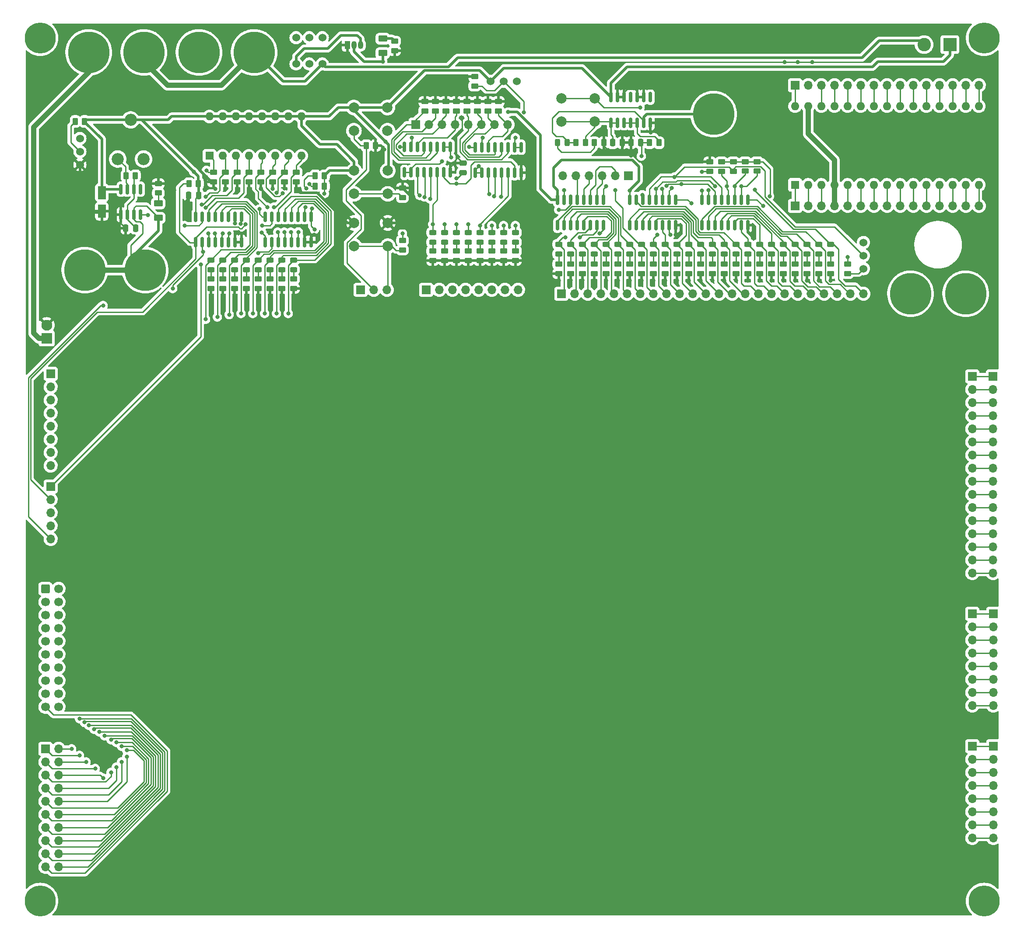
<source format=gbr>
%TF.GenerationSoftware,KiCad,Pcbnew,(6.0.0-0)*%
%TF.CreationDate,2022-03-14T18:00:22-04:00*%
%TF.ProjectId,Prototype-Board-2022,50726f74-6f74-4797-9065-2d426f617264,rev?*%
%TF.SameCoordinates,Original*%
%TF.FileFunction,Copper,L1,Top*%
%TF.FilePolarity,Positive*%
%FSLAX46Y46*%
G04 Gerber Fmt 4.6, Leading zero omitted, Abs format (unit mm)*
G04 Created by KiCad (PCBNEW (6.0.0-0)) date 2022-03-14 18:00:22*
%MOMM*%
%LPD*%
G01*
G04 APERTURE LIST*
G04 Aperture macros list*
%AMRoundRect*
0 Rectangle with rounded corners*
0 $1 Rounding radius*
0 $2 $3 $4 $5 $6 $7 $8 $9 X,Y pos of 4 corners*
0 Add a 4 corners polygon primitive as box body*
4,1,4,$2,$3,$4,$5,$6,$7,$8,$9,$2,$3,0*
0 Add four circle primitives for the rounded corners*
1,1,$1+$1,$2,$3*
1,1,$1+$1,$4,$5*
1,1,$1+$1,$6,$7*
1,1,$1+$1,$8,$9*
0 Add four rect primitives between the rounded corners*
20,1,$1+$1,$2,$3,$4,$5,0*
20,1,$1+$1,$4,$5,$6,$7,0*
20,1,$1+$1,$6,$7,$8,$9,0*
20,1,$1+$1,$8,$9,$2,$3,0*%
G04 Aperture macros list end*
%TA.AperFunction,ComponentPad*%
%ADD10C,8.000000*%
%TD*%
%TA.AperFunction,SMDPad,CuDef*%
%ADD11RoundRect,0.250000X-0.450000X0.262500X-0.450000X-0.262500X0.450000X-0.262500X0.450000X0.262500X0*%
%TD*%
%TA.AperFunction,SMDPad,CuDef*%
%ADD12RoundRect,0.250000X-0.625000X0.375000X-0.625000X-0.375000X0.625000X-0.375000X0.625000X0.375000X0*%
%TD*%
%TA.AperFunction,ComponentPad*%
%ADD13C,1.524000*%
%TD*%
%TA.AperFunction,ComponentPad*%
%ADD14R,1.700000X1.700000*%
%TD*%
%TA.AperFunction,ComponentPad*%
%ADD15O,1.700000X1.700000*%
%TD*%
%TA.AperFunction,SMDPad,CuDef*%
%ADD16RoundRect,0.243750X0.456250X-0.243750X0.456250X0.243750X-0.456250X0.243750X-0.456250X-0.243750X0*%
%TD*%
%TA.AperFunction,SMDPad,CuDef*%
%ADD17RoundRect,0.250000X-0.262500X-0.450000X0.262500X-0.450000X0.262500X0.450000X-0.262500X0.450000X0*%
%TD*%
%TA.AperFunction,SMDPad,CuDef*%
%ADD18RoundRect,0.250000X0.450000X-0.262500X0.450000X0.262500X-0.450000X0.262500X-0.450000X-0.262500X0*%
%TD*%
%TA.AperFunction,SMDPad,CuDef*%
%ADD19RoundRect,0.250000X0.250000X0.475000X-0.250000X0.475000X-0.250000X-0.475000X0.250000X-0.475000X0*%
%TD*%
%TA.AperFunction,SMDPad,CuDef*%
%ADD20RoundRect,0.150000X0.150000X-0.825000X0.150000X0.825000X-0.150000X0.825000X-0.150000X-0.825000X0*%
%TD*%
%TA.AperFunction,SMDPad,CuDef*%
%ADD21RoundRect,0.250000X0.262500X0.450000X-0.262500X0.450000X-0.262500X-0.450000X0.262500X-0.450000X0*%
%TD*%
%TA.AperFunction,ComponentPad*%
%ADD22R,1.600000X1.600000*%
%TD*%
%TA.AperFunction,ComponentPad*%
%ADD23O,1.600000X1.600000*%
%TD*%
%TA.AperFunction,ComponentPad*%
%ADD24C,2.000000*%
%TD*%
%TA.AperFunction,SMDPad,CuDef*%
%ADD25RoundRect,0.243750X-0.243750X-0.456250X0.243750X-0.456250X0.243750X0.456250X-0.243750X0.456250X0*%
%TD*%
%TA.AperFunction,ComponentPad*%
%ADD26C,2.340000*%
%TD*%
%TA.AperFunction,SMDPad,CuDef*%
%ADD27RoundRect,0.250000X-0.250000X-0.475000X0.250000X-0.475000X0.250000X0.475000X-0.250000X0.475000X0*%
%TD*%
%TA.AperFunction,ComponentPad*%
%ADD28C,0.800000*%
%TD*%
%TA.AperFunction,ComponentPad*%
%ADD29C,6.000000*%
%TD*%
%TA.AperFunction,ComponentPad*%
%ADD30R,2.600000X2.600000*%
%TD*%
%TA.AperFunction,ComponentPad*%
%ADD31C,2.600000*%
%TD*%
%TA.AperFunction,ComponentPad*%
%ADD32R,1.050000X1.500000*%
%TD*%
%TA.AperFunction,ComponentPad*%
%ADD33O,1.050000X1.500000*%
%TD*%
%TA.AperFunction,SMDPad,CuDef*%
%ADD34RoundRect,0.250000X0.475000X-0.250000X0.475000X0.250000X-0.475000X0.250000X-0.475000X-0.250000X0*%
%TD*%
%TA.AperFunction,SMDPad,CuDef*%
%ADD35RoundRect,0.250000X-0.550000X1.050000X-0.550000X-1.050000X0.550000X-1.050000X0.550000X1.050000X0*%
%TD*%
%TA.AperFunction,SMDPad,CuDef*%
%ADD36RoundRect,0.250000X0.625000X-0.375000X0.625000X0.375000X-0.625000X0.375000X-0.625000X-0.375000X0*%
%TD*%
%TA.AperFunction,ComponentPad*%
%ADD37RoundRect,0.250000X-0.600000X-0.600000X0.600000X-0.600000X0.600000X0.600000X-0.600000X0.600000X0*%
%TD*%
%TA.AperFunction,ComponentPad*%
%ADD38C,1.700000*%
%TD*%
%TA.AperFunction,ComponentPad*%
%ADD39R,2.100000X2.100000*%
%TD*%
%TA.AperFunction,ComponentPad*%
%ADD40C,2.100000*%
%TD*%
%TA.AperFunction,ViaPad*%
%ADD41C,0.800000*%
%TD*%
%TA.AperFunction,Conductor*%
%ADD42C,0.500000*%
%TD*%
%TA.AperFunction,Conductor*%
%ADD43C,1.000000*%
%TD*%
%TA.AperFunction,Conductor*%
%ADD44C,0.250000*%
%TD*%
G04 APERTURE END LIST*
D10*
%TO.P,J3,1,Pin_1*%
%TO.N,VCC*%
X152654000Y-51816000D03*
%TD*%
%TO.P,J2,1,Pin_1*%
%TO.N,VCC*%
X131318000Y-51816000D03*
%TD*%
D11*
%TO.P,R1,1*%
%TO.N,Net-(D1-Pad1)*%
X190500000Y-49633500D03*
%TO.P,R1,2*%
%TO.N,GND*%
X190500000Y-51458500D03*
%TD*%
D12*
%TO.P,D1,1,K*%
%TO.N,Net-(D1-Pad1)*%
X188214000Y-49146000D03*
%TO.P,D1,2,A*%
%TO.N,VCC*%
X188214000Y-51946000D03*
%TD*%
D13*
%TO.P,SW6,3,C*%
%TO.N,unconnected-(SW6-Pad3)*%
X173978000Y-54042000D03*
%TO.P,SW6,2,B*%
%TO.N,Net-(J4-Pad2)*%
X176518000Y-54042000D03*
%TO.P,SW6,1,A*%
%TO.N,Net-(Q1-Pad3)*%
X171438000Y-54042000D03*
%TO.P,SW6,*%
%TO.N,*%
X176518000Y-48962000D03*
X171438000Y-48962000D03*
X173978000Y-48962000D03*
%TD*%
D14*
%TO.P,J9,1,Pin_1*%
%TO.N,RD7*%
X194579000Y-65786000D03*
D15*
%TO.P,J9,2,Pin_2*%
%TO.N,RD6*%
X197119000Y-65786000D03*
%TO.P,J9,3,Pin_3*%
%TO.N,RD5*%
X199659000Y-65786000D03*
%TO.P,J9,4,Pin_4*%
%TO.N,RD4*%
X202199000Y-65786000D03*
%TO.P,J9,5,Pin_5*%
%TO.N,RD3*%
X204739000Y-65786000D03*
%TO.P,J9,6,Pin_6*%
%TO.N,RD2*%
X207279000Y-65786000D03*
%TO.P,J9,7,Pin_7*%
%TO.N,RD1*%
X209819000Y-65786000D03*
%TO.P,J9,8,Pin_8*%
%TO.N,RD0*%
X212359000Y-65786000D03*
%TD*%
D11*
%TO.P,R62,1*%
%TO.N,Net-(D37-Pad1)*%
X274828000Y-92813500D03*
%TO.P,R62,2*%
%TO.N,GND*%
X274828000Y-94638500D03*
%TD*%
D16*
%TO.P,D40,1,K*%
%TO.N,Net-(D40-Pad1)*%
X164084000Y-93901500D03*
%TO.P,D40,2,A*%
%TO.N,C3*%
X164084000Y-92026500D03*
%TD*%
D17*
%TO.P,R28,1*%
%TO.N,~{CNT_EN}*%
X175109500Y-75692000D03*
%TO.P,R28,2*%
%TO.N,VCC*%
X176934500Y-75692000D03*
%TD*%
D11*
%TO.P,R57,1*%
%TO.N,Net-(D32-Pad1)*%
X267970000Y-92813500D03*
%TO.P,R57,2*%
%TO.N,GND*%
X267970000Y-94638500D03*
%TD*%
D18*
%TO.P,R7,1*%
%TO.N,~{REG_LATCH}*%
X192024000Y-90066500D03*
%TO.P,R7,2*%
%TO.N,VCC*%
X192024000Y-88241500D03*
%TD*%
D11*
%TO.P,R55,1*%
%TO.N,Net-(D30-Pad1)*%
X263398000Y-92813500D03*
%TO.P,R55,2*%
%TO.N,GND*%
X263398000Y-94638500D03*
%TD*%
D13*
%TO.P,SW8,3*%
%TO.N,N/C*%
X281209000Y-88621000D03*
%TO.P,SW8,2,B*%
%TO.N,/~{SR_OE}*%
X281209000Y-91161000D03*
%TO.P,SW8,1,A*%
%TO.N,Net-(R31-Pad2)*%
X281209000Y-93701000D03*
%TD*%
D16*
%TO.P,D35,1,K*%
%TO.N,Net-(D35-Pad1)*%
X272542000Y-90853500D03*
%TO.P,D35,2,A*%
%TO.N,/SR1*%
X272542000Y-88978500D03*
%TD*%
D18*
%TO.P,R12,1*%
%TO.N,RD1*%
X208534000Y-63142500D03*
%TO.P,R12,2*%
%TO.N,GND*%
X208534000Y-61317500D03*
%TD*%
D11*
%TO.P,R19,1*%
%TO.N,Net-(D5-Pad1)*%
X202438000Y-90273500D03*
%TO.P,R19,2*%
%TO.N,GND*%
X202438000Y-92098500D03*
%TD*%
D16*
%TO.P,D8,1,K*%
%TO.N,Net-(D8-Pad1)*%
X209296000Y-88567500D03*
%TO.P,D8,2,A*%
%TO.N,R2*%
X209296000Y-86692500D03*
%TD*%
D11*
%TO.P,R48,1*%
%TO.N,Net-(D23-Pad1)*%
X247396000Y-92813500D03*
%TO.P,R48,2*%
%TO.N,GND*%
X247396000Y-94638500D03*
%TD*%
D19*
%TO.P,C6,1*%
%TO.N,VCC*%
X152588000Y-79502000D03*
%TO.P,C6,2*%
%TO.N,GND*%
X150688000Y-79502000D03*
%TD*%
D16*
%TO.P,D36,1,K*%
%TO.N,Net-(D36-Pad1)*%
X157226000Y-93901500D03*
%TO.P,D36,2,A*%
%TO.N,C6*%
X157226000Y-92026500D03*
%TD*%
%TO.P,D17,1,K*%
%TO.N,Net-(D17-Pad1)*%
X233680000Y-90853500D03*
%TO.P,D17,2,A*%
%TO.N,/SR18*%
X233680000Y-88978500D03*
%TD*%
D11*
%TO.P,R54,1*%
%TO.N,Net-(D29-Pad1)*%
X261112000Y-92813500D03*
%TO.P,R54,2*%
%TO.N,GND*%
X261112000Y-94638500D03*
%TD*%
%TO.P,R16,1*%
%TO.N,Net-(D3-Pad1)*%
X197866000Y-90273500D03*
%TO.P,R16,2*%
%TO.N,GND*%
X197866000Y-92098500D03*
%TD*%
D14*
%TO.P,J25,1,Pin_1*%
%TO.N,~{LOAD_CNT}*%
X123952000Y-135890000D03*
D15*
%TO.P,J25,2,Pin_2*%
%TO.N,~{CNT_DIR}*%
X123952000Y-138430000D03*
%TO.P,J25,3,Pin_3*%
%TO.N,~{CNT_EN}*%
X123952000Y-140970000D03*
%TO.P,J25,4,Pin_4*%
%TO.N,CLOCK*%
X123952000Y-143510000D03*
%TO.P,J25,5,Pin_5*%
%TO.N,Cout*%
X123952000Y-146050000D03*
%TD*%
D11*
%TO.P,R37,1*%
%TO.N,Net-(D12-Pad1)*%
X222250000Y-92813500D03*
%TO.P,R37,2*%
%TO.N,GND*%
X222250000Y-94638500D03*
%TD*%
D16*
%TO.P,D39,1,K*%
%TO.N,Net-(D39-Pad1)*%
X161798000Y-93901500D03*
%TO.P,D39,2,A*%
%TO.N,C4*%
X161798000Y-92026500D03*
%TD*%
%TO.P,D37,1,K*%
%TO.N,Net-(D37-Pad1)*%
X274828000Y-90853500D03*
%TO.P,D37,2,A*%
%TO.N,/SR0*%
X274828000Y-88978500D03*
%TD*%
D11*
%TO.P,R63,1*%
%TO.N,Net-(D38-Pad1)*%
X159512000Y-95686000D03*
%TO.P,R63,2*%
%TO.N,GND*%
X159512000Y-97511000D03*
%TD*%
%TO.P,R53,1*%
%TO.N,Net-(D28-Pad1)*%
X258826000Y-92813500D03*
%TO.P,R53,2*%
%TO.N,GND*%
X258826000Y-94638500D03*
%TD*%
D18*
%TO.P,R9,1*%
%TO.N,REG_CLOCK*%
X192024000Y-79906500D03*
%TO.P,R9,2*%
%TO.N,GND*%
X192024000Y-78081500D03*
%TD*%
%TO.P,R11,1*%
%TO.N,RD2*%
X206502000Y-63142500D03*
%TO.P,R11,2*%
%TO.N,GND*%
X206502000Y-61317500D03*
%TD*%
D20*
%TO.P,U7,1,QB*%
%TO.N,/SR9*%
X235966000Y-85279000D03*
%TO.P,U7,2,QC*%
%TO.N,/SR10*%
X237236000Y-85279000D03*
%TO.P,U7,3,QD*%
%TO.N,/SR11*%
X238506000Y-85279000D03*
%TO.P,U7,4,QE*%
%TO.N,/SR12*%
X239776000Y-85279000D03*
%TO.P,U7,5,QF*%
%TO.N,/SR13*%
X241046000Y-85279000D03*
%TO.P,U7,6,QG*%
%TO.N,/SR14*%
X242316000Y-85279000D03*
%TO.P,U7,7,QH*%
%TO.N,/SR15*%
X243586000Y-85279000D03*
%TO.P,U7,8,GND*%
%TO.N,GND*%
X244856000Y-85279000D03*
%TO.P,U7,9,QH'*%
%TO.N,Net-(U7-Pad9)*%
X244856000Y-80329000D03*
%TO.P,U7,10,~{SRCLR}*%
%TO.N,/~{RESET}*%
X243586000Y-80329000D03*
%TO.P,U7,11,SRCLK*%
%TO.N,/SCLK*%
X242316000Y-80329000D03*
%TO.P,U7,12,RCLK*%
%TO.N,/LATCH*%
X241046000Y-80329000D03*
%TO.P,U7,13,~{OE}*%
%TO.N,/~{SR_OE}*%
X239776000Y-80329000D03*
%TO.P,U7,14,SER*%
%TO.N,Net-(U6-Pad9)*%
X238506000Y-80329000D03*
%TO.P,U7,15,QA*%
%TO.N,/SR8*%
X237236000Y-80329000D03*
%TO.P,U7,16,VCC*%
%TO.N,VCC*%
X235966000Y-80329000D03*
%TD*%
D11*
%TO.P,R52,1*%
%TO.N,Net-(D27-Pad1)*%
X256540000Y-92813500D03*
%TO.P,R52,2*%
%TO.N,GND*%
X256540000Y-94638500D03*
%TD*%
D20*
%TO.P,U3,1,Oe1*%
%TO.N,Net-(R6-Pad2)*%
X192405000Y-75054000D03*
%TO.P,U3,2,Oe2*%
X193675000Y-75054000D03*
%TO.P,U3,3,Q0*%
%TO.N,R4*%
X194945000Y-75054000D03*
%TO.P,U3,4,Q1*%
%TO.N,R5*%
X196215000Y-75054000D03*
%TO.P,U3,5,Q2*%
%TO.N,R6*%
X197485000Y-75054000D03*
%TO.P,U3,6,Q3*%
%TO.N,R7*%
X198755000Y-75054000D03*
%TO.P,U3,7,Cp*%
%TO.N,REG_CLOCK*%
X200025000Y-75054000D03*
%TO.P,U3,8,GND*%
%TO.N,GND*%
X201295000Y-75054000D03*
%TO.P,U3,9,E1*%
%TO.N,~{REG_LATCH}*%
X201295000Y-70104000D03*
%TO.P,U3,10,E2*%
X200025000Y-70104000D03*
%TO.P,U3,11,D3*%
%TO.N,RD7*%
X198755000Y-70104000D03*
%TO.P,U3,12,D2*%
%TO.N,RD6*%
X197485000Y-70104000D03*
%TO.P,U3,13,D1*%
%TO.N,RD5*%
X196215000Y-70104000D03*
%TO.P,U3,14,D0*%
%TO.N,RD4*%
X194945000Y-70104000D03*
%TO.P,U3,15,Mr*%
%TO.N,REG_RESET*%
X193675000Y-70104000D03*
%TO.P,U3,16,VCC*%
%TO.N,VCC*%
X192405000Y-70104000D03*
%TD*%
D10*
%TO.P,J5,1,Pin_1*%
%TO.N,Net-(J4-Pad2)*%
X141986000Y-51816000D03*
%TD*%
D20*
%TO.P,U8,1,U/~{D}*%
%TO.N,~{CNT_DIR}*%
X152019000Y-88581000D03*
%TO.P,U8,2,CP*%
%TO.N,CLOCK*%
X153289000Y-88581000D03*
%TO.P,U8,3,P0*%
%TO.N,CL4*%
X154559000Y-88581000D03*
%TO.P,U8,4,P1*%
%TO.N,CL5*%
X155829000Y-88581000D03*
%TO.P,U8,5,P2*%
%TO.N,CL6*%
X157099000Y-88581000D03*
%TO.P,U8,6,P3*%
%TO.N,CL7*%
X158369000Y-88581000D03*
%TO.P,U8,7,~{CEP}*%
%TO.N,GND*%
X159639000Y-88581000D03*
%TO.P,U8,8,GND*%
X160909000Y-88581000D03*
%TO.P,U8,9,~{PE}*%
%TO.N,~{LOAD_CNT}*%
X160909000Y-83631000D03*
%TO.P,U8,10,~{CET}*%
%TO.N,Net-(U5-Pad15)*%
X159639000Y-83631000D03*
%TO.P,U8,11,Q3*%
%TO.N,C7*%
X158369000Y-83631000D03*
%TO.P,U8,12,Q2*%
%TO.N,C6*%
X157099000Y-83631000D03*
%TO.P,U8,13,Q1*%
%TO.N,C5*%
X155829000Y-83631000D03*
%TO.P,U8,14,Q0*%
%TO.N,C4*%
X154559000Y-83631000D03*
%TO.P,U8,15,~{TC}*%
%TO.N,Cout*%
X153289000Y-83631000D03*
%TO.P,U8,16,VCC*%
%TO.N,VCC*%
X152019000Y-83631000D03*
%TD*%
D11*
%TO.P,R72,1*%
%TO.N,Net-(D42-Pad1)*%
X168718000Y-95686000D03*
%TO.P,R72,2*%
%TO.N,GND*%
X168718000Y-97511000D03*
%TD*%
%TO.P,R73,1*%
%TO.N,CL5*%
X160020000Y-75033500D03*
%TO.P,R73,2*%
%TO.N,GND*%
X160020000Y-76858500D03*
%TD*%
D21*
%TO.P,R26,1*%
%TO.N,Net-(C4-Pad2)*%
X227428500Y-69306000D03*
%TO.P,R26,2*%
%TO.N,Net-(D11-Pad2)*%
X225603500Y-69306000D03*
%TD*%
D11*
%TO.P,R76,1*%
%TO.N,CL7*%
X155448000Y-75033500D03*
%TO.P,R76,2*%
%TO.N,GND*%
X155448000Y-76858500D03*
%TD*%
%TO.P,R74,1*%
%TO.N,CL6*%
X157734000Y-75033500D03*
%TO.P,R74,2*%
%TO.N,GND*%
X157734000Y-76858500D03*
%TD*%
%TO.P,R67,1*%
%TO.N,Net-(D40-Pad1)*%
X164084000Y-95686000D03*
%TO.P,R67,2*%
%TO.N,GND*%
X164084000Y-97511000D03*
%TD*%
D17*
%TO.P,R15,1*%
%TO.N,Net-(R15-Pad1)*%
X138533500Y-75692000D03*
%TO.P,R15,2*%
%TO.N,Net-(C2-Pad2)*%
X140358500Y-75692000D03*
%TD*%
D18*
%TO.P,R4,1*%
%TO.N,RD6*%
X198374000Y-63142500D03*
%TO.P,R4,2*%
%TO.N,GND*%
X198374000Y-61317500D03*
%TD*%
D11*
%TO.P,R41,1*%
%TO.N,Net-(D16-Pad1)*%
X231394000Y-92813500D03*
%TO.P,R41,2*%
%TO.N,GND*%
X231394000Y-94638500D03*
%TD*%
D20*
%TO.P,U4,1*%
%TO.N,Net-(C4-Pad2)*%
X232358000Y-65431000D03*
%TO.P,U4,2*%
X233628000Y-65431000D03*
%TO.P,U4,3*%
%TO.N,Net-(R25-Pad2)*%
X234898000Y-65431000D03*
%TO.P,U4,4*%
X236168000Y-65431000D03*
%TO.P,U4,5*%
X237438000Y-65431000D03*
%TO.P,U4,6*%
%TO.N,Net-(D11-Pad2)*%
X238708000Y-65431000D03*
%TO.P,U4,7,GND*%
%TO.N,GND*%
X239978000Y-65431000D03*
%TO.P,U4,8*%
%TO.N,unconnected-(U4-Pad8)*%
X239978000Y-60481000D03*
%TO.P,U4,9*%
%TO.N,GND*%
X238708000Y-60481000D03*
%TO.P,U4,10*%
X237438000Y-60481000D03*
%TO.P,U4,11*%
%TO.N,unconnected-(U4-Pad11)*%
X236168000Y-60481000D03*
%TO.P,U4,12*%
%TO.N,GND*%
X234898000Y-60481000D03*
%TO.P,U4,13*%
X233628000Y-60481000D03*
%TO.P,U4,14,VCC*%
%TO.N,VCC*%
X232358000Y-60481000D03*
%TD*%
D18*
%TO.P,R36,1*%
%TO.N,/LATCH*%
X253746000Y-74826500D03*
%TO.P,R36,2*%
%TO.N,VCC*%
X253746000Y-73001500D03*
%TD*%
D20*
%TO.P,U5,1,U/~{D}*%
%TO.N,~{CNT_DIR}*%
X165481000Y-88581000D03*
%TO.P,U5,2,CP*%
%TO.N,CLOCK*%
X166751000Y-88581000D03*
%TO.P,U5,3,P0*%
%TO.N,CL0*%
X168021000Y-88581000D03*
%TO.P,U5,4,P1*%
%TO.N,CL1*%
X169291000Y-88581000D03*
%TO.P,U5,5,P2*%
%TO.N,CL2*%
X170561000Y-88581000D03*
%TO.P,U5,6,P3*%
%TO.N,CL3*%
X171831000Y-88581000D03*
%TO.P,U5,7,~{CEP}*%
%TO.N,GND*%
X173101000Y-88581000D03*
%TO.P,U5,8,GND*%
X174371000Y-88581000D03*
%TO.P,U5,9,~{PE}*%
%TO.N,~{LOAD_CNT}*%
X174371000Y-83631000D03*
%TO.P,U5,10,~{CET}*%
%TO.N,~{CNT_EN}*%
X173101000Y-83631000D03*
%TO.P,U5,11,Q3*%
%TO.N,C3*%
X171831000Y-83631000D03*
%TO.P,U5,12,Q2*%
%TO.N,C2*%
X170561000Y-83631000D03*
%TO.P,U5,13,Q1*%
%TO.N,C1*%
X169291000Y-83631000D03*
%TO.P,U5,14,Q0*%
%TO.N,C0*%
X168021000Y-83631000D03*
%TO.P,U5,15,~{TC}*%
%TO.N,Net-(U5-Pad15)*%
X166751000Y-83631000D03*
%TO.P,U5,16,VCC*%
%TO.N,VCC*%
X165481000Y-83631000D03*
%TD*%
D18*
%TO.P,R17,1*%
%TO.N,Net-(D2-Pad2)*%
X144780000Y-79041000D03*
%TO.P,R17,2*%
%TO.N,GND*%
X144780000Y-77216000D03*
%TD*%
D17*
%TO.P,R30,1*%
%TO.N,~{LOAD_CNT}*%
X175109500Y-77724000D03*
%TO.P,R30,2*%
%TO.N,VCC*%
X176934500Y-77724000D03*
%TD*%
D16*
%TO.P,D32,1,K*%
%TO.N,Net-(D32-Pad1)*%
X267970000Y-90853500D03*
%TO.P,D32,2,A*%
%TO.N,/SR3*%
X267970000Y-88978500D03*
%TD*%
D11*
%TO.P,R70,1*%
%TO.N,CL3*%
X164592000Y-75033500D03*
%TO.P,R70,2*%
%TO.N,GND*%
X164592000Y-76858500D03*
%TD*%
%TO.P,R58,1*%
%TO.N,Net-(D33-Pad1)*%
X270256000Y-92813500D03*
%TO.P,R58,2*%
%TO.N,GND*%
X270256000Y-94638500D03*
%TD*%
D10*
%TO.P,J10,1,Pin_1*%
%TO.N,Net-(D2-Pad1)*%
X142240000Y-93980000D03*
%TD*%
D22*
%TO.P,A1,1,TX1*%
%TO.N,Net-(A1-Pad1)*%
X267975000Y-77460000D03*
D23*
%TO.P,A1,2,RX1*%
%TO.N,Net-(A1-Pad2)*%
X270515000Y-77460000D03*
%TO.P,A1,3,~{RESET}*%
%TO.N,Net-(A1-Pad3)*%
X273055000Y-77460000D03*
%TO.P,A1,4,GND*%
%TO.N,Net-(A1-Pad29)*%
X275595000Y-77460000D03*
%TO.P,A1,5,D2*%
%TO.N,Net-(A1-Pad5)*%
X278135000Y-77460000D03*
%TO.P,A1,6,D3*%
%TO.N,Net-(A1-Pad6)*%
X280675000Y-77460000D03*
%TO.P,A1,7,D4*%
%TO.N,Net-(A1-Pad7)*%
X283215000Y-77460000D03*
%TO.P,A1,8,D5*%
%TO.N,Net-(A1-Pad8)*%
X285755000Y-77460000D03*
%TO.P,A1,9,D6*%
%TO.N,Net-(A1-Pad9)*%
X288295000Y-77460000D03*
%TO.P,A1,10,D7*%
%TO.N,Net-(A1-Pad10)*%
X290835000Y-77460000D03*
%TO.P,A1,11,D8*%
%TO.N,Net-(A1-Pad11)*%
X293375000Y-77460000D03*
%TO.P,A1,12,D9*%
%TO.N,Net-(A1-Pad12)*%
X295915000Y-77460000D03*
%TO.P,A1,13,D10*%
%TO.N,Net-(A1-Pad13)*%
X298455000Y-77460000D03*
%TO.P,A1,14,MOSI*%
%TO.N,Net-(A1-Pad14)*%
X300995000Y-77460000D03*
%TO.P,A1,15,MISO*%
%TO.N,Net-(A1-Pad15)*%
X303535000Y-77460000D03*
%TO.P,A1,16,SCK*%
%TO.N,Net-(A1-Pad16)*%
X303535000Y-62220000D03*
%TO.P,A1,17,3V3*%
%TO.N,Net-(A1-Pad17)*%
X300995000Y-62220000D03*
%TO.P,A1,18,AREF*%
%TO.N,Net-(A1-Pad18)*%
X298455000Y-62220000D03*
%TO.P,A1,19,A0*%
%TO.N,Net-(A1-Pad19)*%
X295915000Y-62220000D03*
%TO.P,A1,20,A1*%
%TO.N,Net-(A1-Pad20)*%
X293375000Y-62220000D03*
%TO.P,A1,21,A2*%
%TO.N,Net-(A1-Pad21)*%
X290835000Y-62220000D03*
%TO.P,A1,22,A3*%
%TO.N,Net-(A1-Pad22)*%
X288295000Y-62220000D03*
%TO.P,A1,23,SDA/A4*%
%TO.N,Net-(A1-Pad23)*%
X285755000Y-62220000D03*
%TO.P,A1,24,SCL/A5*%
%TO.N,Net-(A1-Pad24)*%
X283215000Y-62220000D03*
%TO.P,A1,25,A6*%
%TO.N,Net-(A1-Pad25)*%
X280675000Y-62220000D03*
%TO.P,A1,26,A7*%
%TO.N,Net-(A1-Pad26)*%
X278135000Y-62220000D03*
%TO.P,A1,27,+5V*%
%TO.N,Net-(A1-Pad27)*%
X275595000Y-62220000D03*
%TO.P,A1,28,~{RESET}*%
%TO.N,Net-(A1-Pad28)*%
X273055000Y-62220000D03*
%TO.P,A1,29,GND*%
%TO.N,Net-(A1-Pad29)*%
X270515000Y-62220000D03*
%TO.P,A1,30,VIN*%
%TO.N,Net-(A1-Pad30)*%
X267975000Y-62220000D03*
%TD*%
D14*
%TO.P,J18,1,Pin_1*%
%TO.N,Net-(J18-Pad1)*%
X302260000Y-160528000D03*
D15*
%TO.P,J18,2,Pin_2*%
%TO.N,Net-(J18-Pad2)*%
X302260000Y-163068000D03*
%TO.P,J18,3,Pin_3*%
%TO.N,Net-(J18-Pad3)*%
X302260000Y-165608000D03*
%TO.P,J18,4,Pin_4*%
%TO.N,Net-(J18-Pad4)*%
X302260000Y-168148000D03*
%TO.P,J18,5,Pin_5*%
%TO.N,Net-(J18-Pad5)*%
X302260000Y-170688000D03*
%TO.P,J18,6,Pin_6*%
%TO.N,Net-(J18-Pad6)*%
X302260000Y-173228000D03*
%TO.P,J18,7,Pin_7*%
%TO.N,Net-(J18-Pad7)*%
X302260000Y-175768000D03*
%TO.P,J18,8,Pin_8*%
%TO.N,Net-(J18-Pad8)*%
X302260000Y-178308000D03*
%TD*%
D14*
%TO.P,J22,1,Pin_1*%
%TO.N,/CONN1*%
X122936000Y-186695000D03*
D15*
%TO.P,J22,2,Pin_2*%
%TO.N,/CONN11*%
X125476000Y-186695000D03*
%TO.P,J22,3,Pin_3*%
%TO.N,/CONN2*%
X122936000Y-189235000D03*
%TO.P,J22,4,Pin_4*%
%TO.N,/CONN12*%
X125476000Y-189235000D03*
%TO.P,J22,5,Pin_5*%
%TO.N,/CONN3*%
X122936000Y-191775000D03*
%TO.P,J22,6,Pin_6*%
%TO.N,/CONN13*%
X125476000Y-191775000D03*
%TO.P,J22,7,Pin_7*%
%TO.N,/CONN4*%
X122936000Y-194315000D03*
%TO.P,J22,8,Pin_8*%
%TO.N,/CONN14*%
X125476000Y-194315000D03*
%TO.P,J22,9,Pin_9*%
%TO.N,/CONN5*%
X122936000Y-196855000D03*
%TO.P,J22,10,Pin_10*%
%TO.N,/CONN15*%
X125476000Y-196855000D03*
%TO.P,J22,11,Pin_11*%
%TO.N,/CONN6*%
X122936000Y-199395000D03*
%TO.P,J22,12,Pin_12*%
%TO.N,/CONN16*%
X125476000Y-199395000D03*
%TO.P,J22,13,Pin_13*%
%TO.N,/CONN7*%
X122936000Y-201935000D03*
%TO.P,J22,14,Pin_14*%
%TO.N,/CONN17*%
X125476000Y-201935000D03*
%TO.P,J22,15,Pin_15*%
%TO.N,/CONN8*%
X122936000Y-204475000D03*
%TO.P,J22,16,Pin_16*%
%TO.N,/CONN18*%
X125476000Y-204475000D03*
%TO.P,J22,17,Pin_17*%
%TO.N,/CONN9*%
X122936000Y-207015000D03*
%TO.P,J22,18,Pin_18*%
%TO.N,/CONN19*%
X125476000Y-207015000D03*
%TO.P,J22,19,Pin_19*%
%TO.N,/CONN10*%
X122936000Y-209555000D03*
%TO.P,J22,20,Pin_20*%
%TO.N,/CONN20*%
X125476000Y-209555000D03*
%TD*%
D16*
%TO.P,D16,1,K*%
%TO.N,Net-(D16-Pad1)*%
X231394000Y-90853500D03*
%TO.P,D16,2,A*%
%TO.N,/SR19*%
X231394000Y-88978500D03*
%TD*%
D11*
%TO.P,R43,1*%
%TO.N,Net-(D18-Pad1)*%
X235966000Y-92813500D03*
%TO.P,R43,2*%
%TO.N,GND*%
X235966000Y-94638500D03*
%TD*%
D16*
%TO.P,D14,1,K*%
%TO.N,Net-(D14-Pad1)*%
X226822000Y-90853500D03*
%TO.P,D14,2,A*%
%TO.N,/SR21*%
X226822000Y-88978500D03*
%TD*%
D11*
%TO.P,R6,1*%
%TO.N,GND*%
X205994000Y-56491500D03*
%TO.P,R6,2*%
%TO.N,Net-(R6-Pad2)*%
X205994000Y-58316500D03*
%TD*%
%TO.P,R44,1*%
%TO.N,Net-(D19-Pad1)*%
X238252000Y-92813500D03*
%TO.P,R44,2*%
%TO.N,GND*%
X238252000Y-94638500D03*
%TD*%
D17*
%TO.P,R29,1*%
%TO.N,~{CNT_DIR}*%
X150725500Y-77216000D03*
%TO.P,R29,2*%
%TO.N,VCC*%
X152550500Y-77216000D03*
%TD*%
D24*
%TO.P,SW4,1,1*%
%TO.N,VCC*%
X182626000Y-62484000D03*
X189126000Y-62484000D03*
%TO.P,SW4,2,2*%
%TO.N,REG_RESET*%
X189126000Y-66984000D03*
X182626000Y-66984000D03*
%TD*%
D17*
%TO.P,R25,1*%
%TO.N,Net-(C3-Pad1)*%
X239827500Y-69306000D03*
%TO.P,R25,2*%
%TO.N,Net-(R25-Pad2)*%
X241652500Y-69306000D03*
%TD*%
D16*
%TO.P,D12,1,K*%
%TO.N,Net-(D12-Pad1)*%
X222250000Y-90853500D03*
%TO.P,D12,2,A*%
%TO.N,/SR23*%
X222250000Y-88978500D03*
%TD*%
D11*
%TO.P,R51,1*%
%TO.N,Net-(D26-Pad1)*%
X254254000Y-92813500D03*
%TO.P,R51,2*%
%TO.N,GND*%
X254254000Y-94638500D03*
%TD*%
D16*
%TO.P,D34,1,K*%
%TO.N,Net-(D34-Pad1)*%
X154940000Y-93901500D03*
%TO.P,D34,2,A*%
%TO.N,C7*%
X154940000Y-92026500D03*
%TD*%
D25*
%TO.P,D11,1,K*%
%TO.N,Net-(D11-Pad1)*%
X222022500Y-69306000D03*
%TO.P,D11,2,A*%
%TO.N,Net-(D11-Pad2)*%
X223897500Y-69306000D03*
%TD*%
D14*
%TO.P,J17,1,Pin_1*%
%TO.N,Net-(J16-Pad1)*%
X306324000Y-186182000D03*
D15*
%TO.P,J17,2,Pin_2*%
%TO.N,Net-(J16-Pad2)*%
X306324000Y-188722000D03*
%TO.P,J17,3,Pin_3*%
%TO.N,Net-(J16-Pad3)*%
X306324000Y-191262000D03*
%TO.P,J17,4,Pin_4*%
%TO.N,Net-(J16-Pad4)*%
X306324000Y-193802000D03*
%TO.P,J17,5,Pin_5*%
%TO.N,Net-(J16-Pad5)*%
X306324000Y-196342000D03*
%TO.P,J17,6,Pin_6*%
%TO.N,Net-(J16-Pad6)*%
X306324000Y-198882000D03*
%TO.P,J17,7,Pin_7*%
%TO.N,Net-(J16-Pad7)*%
X306324000Y-201422000D03*
%TO.P,J17,8,Pin_8*%
%TO.N,Net-(J16-Pad8)*%
X306324000Y-203962000D03*
%TD*%
D14*
%TO.P,J23,1,Pin_1*%
%TO.N,Net-(A1-Pad30)*%
X267975000Y-58166000D03*
D15*
%TO.P,J23,2,Pin_2*%
%TO.N,unconnected-(J23-Pad2)*%
X270515000Y-58166000D03*
%TO.P,J23,3,Pin_3*%
%TO.N,Net-(A1-Pad28)*%
X273055000Y-58166000D03*
%TO.P,J23,4,Pin_4*%
%TO.N,Net-(A1-Pad27)*%
X275595000Y-58166000D03*
%TO.P,J23,5,Pin_5*%
%TO.N,Net-(A1-Pad26)*%
X278135000Y-58166000D03*
%TO.P,J23,6,Pin_6*%
%TO.N,Net-(A1-Pad25)*%
X280675000Y-58166000D03*
%TO.P,J23,7,Pin_7*%
%TO.N,Net-(A1-Pad24)*%
X283215000Y-58166000D03*
%TO.P,J23,8,Pin_8*%
%TO.N,Net-(A1-Pad23)*%
X285755000Y-58166000D03*
%TO.P,J23,9,Pin_9*%
%TO.N,Net-(A1-Pad22)*%
X288295000Y-58166000D03*
%TO.P,J23,10,Pin_10*%
%TO.N,Net-(A1-Pad21)*%
X290835000Y-58166000D03*
%TO.P,J23,11,Pin_11*%
%TO.N,Net-(A1-Pad20)*%
X293375000Y-58166000D03*
%TO.P,J23,12,Pin_12*%
%TO.N,Net-(A1-Pad19)*%
X295915000Y-58166000D03*
%TO.P,J23,13,Pin_13*%
%TO.N,Net-(A1-Pad18)*%
X298455000Y-58166000D03*
%TO.P,J23,14,Pin_14*%
%TO.N,Net-(A1-Pad17)*%
X300995000Y-58166000D03*
%TO.P,J23,15,Pin_15*%
%TO.N,Net-(A1-Pad16)*%
X303535000Y-58166000D03*
%TD*%
D20*
%TO.P,U2,1,Oe1*%
%TO.N,Net-(R6-Pad2)*%
X206121000Y-75122000D03*
%TO.P,U2,2,Oe2*%
X207391000Y-75122000D03*
%TO.P,U2,3,Q0*%
%TO.N,R0*%
X208661000Y-75122000D03*
%TO.P,U2,4,Q1*%
%TO.N,R1*%
X209931000Y-75122000D03*
%TO.P,U2,5,Q2*%
%TO.N,R2*%
X211201000Y-75122000D03*
%TO.P,U2,6,Q3*%
%TO.N,R3*%
X212471000Y-75122000D03*
%TO.P,U2,7,Cp*%
%TO.N,REG_CLOCK*%
X213741000Y-75122000D03*
%TO.P,U2,8,GND*%
%TO.N,GND*%
X215011000Y-75122000D03*
%TO.P,U2,9,E1*%
%TO.N,~{REG_LATCH}*%
X215011000Y-70172000D03*
%TO.P,U2,10,E2*%
X213741000Y-70172000D03*
%TO.P,U2,11,D3*%
%TO.N,RD3*%
X212471000Y-70172000D03*
%TO.P,U2,12,D2*%
%TO.N,RD2*%
X211201000Y-70172000D03*
%TO.P,U2,13,D1*%
%TO.N,RD1*%
X209931000Y-70172000D03*
%TO.P,U2,14,D0*%
%TO.N,RD0*%
X208661000Y-70172000D03*
%TO.P,U2,15,Mr*%
%TO.N,REG_RESET*%
X207391000Y-70172000D03*
%TO.P,U2,16,VCC*%
%TO.N,VCC*%
X206121000Y-70172000D03*
%TD*%
D16*
%TO.P,D30,1,K*%
%TO.N,Net-(D30-Pad1)*%
X263398000Y-90853500D03*
%TO.P,D30,2,A*%
%TO.N,/SR5*%
X263398000Y-88978500D03*
%TD*%
D22*
%TO.P,SW9,1*%
%TO.N,CL7*%
X154676000Y-71839500D03*
D23*
%TO.P,SW9,2*%
%TO.N,CL6*%
X157216000Y-71839500D03*
%TO.P,SW9,3*%
%TO.N,CL5*%
X159756000Y-71839500D03*
%TO.P,SW9,4*%
%TO.N,CL4*%
X162296000Y-71839500D03*
%TO.P,SW9,5*%
%TO.N,CL3*%
X164836000Y-71839500D03*
%TO.P,SW9,6*%
%TO.N,CL2*%
X167376000Y-71839500D03*
%TO.P,SW9,7*%
%TO.N,CL1*%
X169916000Y-71839500D03*
%TO.P,SW9,8*%
%TO.N,CL0*%
X172456000Y-71839500D03*
%TO.P,SW9,9*%
%TO.N,VCC*%
X172456000Y-64219500D03*
%TO.P,SW9,10*%
X169916000Y-64219500D03*
%TO.P,SW9,11*%
X167376000Y-64219500D03*
%TO.P,SW9,12*%
X164836000Y-64219500D03*
%TO.P,SW9,13*%
X162296000Y-64219500D03*
%TO.P,SW9,14*%
X159756000Y-64219500D03*
%TO.P,SW9,15*%
X157216000Y-64219500D03*
%TO.P,SW9,16*%
X154676000Y-64219500D03*
%TD*%
D11*
%TO.P,R46,1*%
%TO.N,Net-(D21-Pad1)*%
X242824000Y-92813500D03*
%TO.P,R46,2*%
%TO.N,GND*%
X242824000Y-94638500D03*
%TD*%
D10*
%TO.P,J6,1,Pin_1*%
%TO.N,Net-(J4-Pad2)*%
X163322000Y-51816000D03*
%TD*%
D16*
%TO.P,D31,1,K*%
%TO.N,Net-(D31-Pad1)*%
X265684000Y-90853500D03*
%TO.P,D31,2,A*%
%TO.N,/SR4*%
X265684000Y-88978500D03*
%TD*%
%TO.P,D9,1,K*%
%TO.N,Net-(D9-Pad1)*%
X211582000Y-88567500D03*
%TO.P,D9,2,A*%
%TO.N,R1*%
X211582000Y-86692500D03*
%TD*%
%TO.P,D20,1,K*%
%TO.N,Net-(D20-Pad1)*%
X240538000Y-90853500D03*
%TO.P,D20,2,A*%
%TO.N,/SR15*%
X240538000Y-88978500D03*
%TD*%
D26*
%TO.P,RV1,1,1*%
%TO.N,unconnected-(RV1-Pad1)*%
X141934500Y-72469000D03*
%TO.P,RV1,2,2*%
%TO.N,VCC*%
X139434500Y-64879000D03*
%TO.P,RV1,3,3*%
%TO.N,Net-(R15-Pad1)*%
X136934500Y-72469000D03*
%TD*%
D11*
%TO.P,R56,1*%
%TO.N,Net-(D31-Pad1)*%
X265684000Y-92813500D03*
%TO.P,R56,2*%
%TO.N,GND*%
X265684000Y-94638500D03*
%TD*%
D27*
%TO.P,C2,1*%
%TO.N,GND*%
X138496000Y-85852000D03*
%TO.P,C2,2*%
%TO.N,Net-(C2-Pad2)*%
X140396000Y-85852000D03*
%TD*%
D16*
%TO.P,D33,1,K*%
%TO.N,Net-(D33-Pad1)*%
X270256000Y-90853500D03*
%TO.P,D33,2,A*%
%TO.N,/SR2*%
X270256000Y-88978500D03*
%TD*%
D28*
%TO.P,REF\u002A\u002A,1*%
%TO.N,N/C*%
X306136990Y-50612990D03*
X304546000Y-51272000D03*
X302955010Y-47431010D03*
X306796000Y-49022000D03*
X306136990Y-47431010D03*
X302955010Y-50612990D03*
D29*
X304546000Y-49022000D03*
D28*
X304546000Y-46772000D03*
X302296000Y-49022000D03*
%TD*%
D10*
%TO.P,J26,1,Pin_1*%
%TO.N,unconnected-(J26-Pad1)*%
X300990000Y-98552000D03*
%TD*%
D14*
%TO.P,J13,1,Pin_1*%
%TO.N,Net-(J13-Pad1)*%
X306267000Y-114554000D03*
D15*
%TO.P,J13,2,Pin_2*%
%TO.N,Net-(J13-Pad2)*%
X306267000Y-117094000D03*
%TO.P,J13,3,Pin_3*%
%TO.N,Net-(J13-Pad3)*%
X306267000Y-119634000D03*
%TO.P,J13,4,Pin_4*%
%TO.N,Net-(J13-Pad4)*%
X306267000Y-122174000D03*
%TO.P,J13,5,Pin_5*%
%TO.N,Net-(J13-Pad5)*%
X306267000Y-124714000D03*
%TO.P,J13,6,Pin_6*%
%TO.N,Net-(J13-Pad6)*%
X306267000Y-127254000D03*
%TO.P,J13,7,Pin_7*%
%TO.N,Net-(J13-Pad7)*%
X306267000Y-129794000D03*
%TO.P,J13,8,Pin_8*%
%TO.N,Net-(J13-Pad8)*%
X306267000Y-132334000D03*
%TO.P,J13,9,Pin_9*%
%TO.N,Net-(J13-Pad9)*%
X306267000Y-134874000D03*
%TO.P,J13,10,Pin_10*%
%TO.N,Net-(J13-Pad10)*%
X306267000Y-137414000D03*
%TO.P,J13,11,Pin_11*%
%TO.N,Net-(J13-Pad11)*%
X306267000Y-139954000D03*
%TO.P,J13,12,Pin_12*%
%TO.N,Net-(J13-Pad12)*%
X306267000Y-142494000D03*
%TO.P,J13,13,Pin_13*%
%TO.N,Net-(J13-Pad13)*%
X306267000Y-145034000D03*
%TO.P,J13,14,Pin_14*%
%TO.N,Net-(J13-Pad14)*%
X306267000Y-147574000D03*
%TO.P,J13,15,Pin_15*%
%TO.N,Net-(J13-Pad15)*%
X306267000Y-150114000D03*
%TO.P,J13,16,Pin_16*%
%TO.N,Net-(J13-Pad16)*%
X306267000Y-152654000D03*
%TD*%
D16*
%TO.P,D29,1,K*%
%TO.N,Net-(D29-Pad1)*%
X261112000Y-90853500D03*
%TO.P,D29,2,A*%
%TO.N,/SR6*%
X261112000Y-88978500D03*
%TD*%
D30*
%TO.P,J4,1,Pin_1*%
%TO.N,VCC*%
X297942000Y-50292000D03*
D31*
%TO.P,J4,2,Pin_2*%
%TO.N,Net-(J4-Pad2)*%
X292942000Y-50292000D03*
%TD*%
D18*
%TO.P,R10,1*%
%TO.N,RD3*%
X204470000Y-63142500D03*
%TO.P,R10,2*%
%TO.N,GND*%
X204470000Y-61317500D03*
%TD*%
D16*
%TO.P,D28,1,K*%
%TO.N,Net-(D28-Pad1)*%
X258826000Y-90853500D03*
%TO.P,D28,2,A*%
%TO.N,/SR7*%
X258826000Y-88978500D03*
%TD*%
%TO.P,D24,1,K*%
%TO.N,Net-(D24-Pad1)*%
X249682000Y-90853500D03*
%TO.P,D24,2,A*%
%TO.N,/SR11*%
X249682000Y-88978500D03*
%TD*%
%TO.P,D7,1,K*%
%TO.N,Net-(D7-Pad1)*%
X207010000Y-88567500D03*
%TO.P,D7,2,A*%
%TO.N,R3*%
X207010000Y-86692500D03*
%TD*%
D32*
%TO.P,Q1,1,S*%
%TO.N,GND*%
X181356000Y-50398000D03*
D33*
%TO.P,Q1,2,G*%
%TO.N,VCC*%
X182626000Y-50398000D03*
%TO.P,Q1,3,D*%
%TO.N,Net-(Q1-Pad3)*%
X183896000Y-50398000D03*
%TD*%
D20*
%TO.P,U1,1,GND*%
%TO.N,GND*%
X137541000Y-83247000D03*
%TO.P,U1,2,TR*%
%TO.N,Net-(C2-Pad2)*%
X138811000Y-83247000D03*
%TO.P,U1,3,Q*%
%TO.N,Net-(D2-Pad1)*%
X140081000Y-83247000D03*
%TO.P,U1,4,R*%
%TO.N,Net-(R2-Pad1)*%
X141351000Y-83247000D03*
%TO.P,U1,5,CV*%
%TO.N,unconnected-(U1-Pad5)*%
X141351000Y-78297000D03*
%TO.P,U1,6,THR*%
%TO.N,Net-(C2-Pad2)*%
X140081000Y-78297000D03*
%TO.P,U1,7,DIS*%
%TO.N,Net-(R15-Pad1)*%
X138811000Y-78297000D03*
%TO.P,U1,8,VCC*%
%TO.N,VCC*%
X137541000Y-78297000D03*
%TD*%
D17*
%TO.P,R2,1*%
%TO.N,Net-(R2-Pad1)*%
X128702750Y-65174500D03*
%TO.P,R2,2*%
%TO.N,VCC*%
X130527750Y-65174500D03*
%TD*%
D14*
%TO.P,J29,1,Pin_1*%
%TO.N,/SR23*%
X222768000Y-98552000D03*
D15*
%TO.P,J29,2,Pin_2*%
%TO.N,/SR22*%
X225308000Y-98552000D03*
%TO.P,J29,3,Pin_3*%
%TO.N,/SR21*%
X227848000Y-98552000D03*
%TO.P,J29,4,Pin_4*%
%TO.N,/SR20*%
X230388000Y-98552000D03*
%TO.P,J29,5,Pin_5*%
%TO.N,/SR19*%
X232928000Y-98552000D03*
%TO.P,J29,6,Pin_6*%
%TO.N,/SR18*%
X235468000Y-98552000D03*
%TO.P,J29,7,Pin_7*%
%TO.N,/SR17*%
X238008000Y-98552000D03*
%TO.P,J29,8,Pin_8*%
%TO.N,/SR16*%
X240548000Y-98552000D03*
%TO.P,J29,9,Pin_9*%
%TO.N,/SR15*%
X243088000Y-98552000D03*
%TO.P,J29,10,Pin_10*%
%TO.N,/SR14*%
X245628000Y-98552000D03*
%TO.P,J29,11,Pin_11*%
%TO.N,/SR13*%
X248168000Y-98552000D03*
%TO.P,J29,12,Pin_12*%
%TO.N,/SR12*%
X250708000Y-98552000D03*
%TO.P,J29,13,Pin_13*%
%TO.N,/SR11*%
X253248000Y-98552000D03*
%TO.P,J29,14,Pin_14*%
%TO.N,/SR10*%
X255788000Y-98552000D03*
%TO.P,J29,15,Pin_15*%
%TO.N,/SR9*%
X258328000Y-98552000D03*
%TO.P,J29,16,Pin_16*%
%TO.N,/SR8*%
X260868000Y-98552000D03*
%TO.P,J29,17,Pin_17*%
%TO.N,/SR7*%
X263408000Y-98552000D03*
%TO.P,J29,18,Pin_18*%
%TO.N,/SR6*%
X265948000Y-98552000D03*
%TO.P,J29,19,Pin_19*%
%TO.N,/SR5*%
X268488000Y-98552000D03*
%TO.P,J29,20,Pin_20*%
%TO.N,/SR4*%
X271028000Y-98552000D03*
%TO.P,J29,21,Pin_21*%
%TO.N,/SR3*%
X273568000Y-98552000D03*
%TO.P,J29,22,Pin_22*%
%TO.N,/SR2*%
X276108000Y-98552000D03*
%TO.P,J29,23,Pin_23*%
%TO.N,/SR1*%
X278648000Y-98552000D03*
%TO.P,J29,24,Pin_24*%
%TO.N,/SR0*%
X281188000Y-98552000D03*
%TD*%
D18*
%TO.P,R34,1*%
%TO.N,/~{RESET}*%
X260604000Y-74792500D03*
%TO.P,R34,2*%
%TO.N,VCC*%
X260604000Y-72967500D03*
%TD*%
D14*
%TO.P,J12,1,Pin_1*%
%TO.N,REG_CLOCK*%
X183911000Y-97790000D03*
D15*
%TO.P,J12,2,Pin_2*%
%TO.N,REG_RESET*%
X186451000Y-97790000D03*
%TO.P,J12,3,Pin_3*%
%TO.N,~{REG_LATCH}*%
X188991000Y-97790000D03*
%TD*%
D28*
%TO.P,REF\u002A\u002A,1*%
%TO.N,N/C*%
X120329010Y-47431010D03*
X120329010Y-50612990D03*
D29*
X121920000Y-49022000D03*
D28*
X123510990Y-50612990D03*
X119670000Y-49022000D03*
X123510990Y-47431010D03*
X121920000Y-51272000D03*
X124170000Y-49022000D03*
X121920000Y-46772000D03*
%TD*%
D17*
%TO.P,R13,1*%
%TO.N,REG_RESET*%
X185015500Y-69850000D03*
%TO.P,R13,2*%
%TO.N,GND*%
X186840500Y-69850000D03*
%TD*%
D16*
%TO.P,D21,1,K*%
%TO.N,Net-(D21-Pad1)*%
X242824000Y-90853500D03*
%TO.P,D21,2,A*%
%TO.N,/SR14*%
X242824000Y-88978500D03*
%TD*%
D18*
%TO.P,R33,1*%
%TO.N,/SCLK*%
X258318000Y-74802500D03*
%TO.P,R33,2*%
%TO.N,VCC*%
X258318000Y-72977500D03*
%TD*%
D16*
%TO.P,D41,1,K*%
%TO.N,Net-(D41-Pad1)*%
X166370000Y-93901500D03*
%TO.P,D41,2,A*%
%TO.N,C2*%
X166370000Y-92026500D03*
%TD*%
D11*
%TO.P,R71,1*%
%TO.N,CL4*%
X162306000Y-75033500D03*
%TO.P,R71,2*%
%TO.N,GND*%
X162306000Y-76858500D03*
%TD*%
D16*
%TO.P,D22,1,K*%
%TO.N,Net-(D22-Pad1)*%
X245110000Y-90853500D03*
%TO.P,D22,2,A*%
%TO.N,/SR13*%
X245110000Y-88978500D03*
%TD*%
D34*
%TO.P,C5,1*%
%TO.N,VCC*%
X203708000Y-75118000D03*
%TO.P,C5,2*%
%TO.N,GND*%
X203708000Y-73218000D03*
%TD*%
D16*
%TO.P,D3,1,K*%
%TO.N,Net-(D3-Pad1)*%
X197866000Y-88567500D03*
%TO.P,D3,2,A*%
%TO.N,R7*%
X197866000Y-86692500D03*
%TD*%
%TO.P,D18,1,K*%
%TO.N,Net-(D18-Pad1)*%
X235966000Y-90853500D03*
%TO.P,D18,2,A*%
%TO.N,/SR17*%
X235966000Y-88978500D03*
%TD*%
%TO.P,D42,1,K*%
%TO.N,Net-(D42-Pad1)*%
X168656000Y-93901500D03*
%TO.P,D42,2,A*%
%TO.N,C1*%
X168656000Y-92026500D03*
%TD*%
D11*
%TO.P,R68,1*%
%TO.N,CL2*%
X166878000Y-75033500D03*
%TO.P,R68,2*%
%TO.N,GND*%
X166878000Y-76858500D03*
%TD*%
D19*
%TO.P,C3,1*%
%TO.N,Net-(C3-Pad1)*%
X238134000Y-69306000D03*
%TO.P,C3,2*%
%TO.N,GND*%
X236234000Y-69306000D03*
%TD*%
D16*
%TO.P,D15,1,K*%
%TO.N,Net-(D15-Pad1)*%
X229108000Y-90853500D03*
%TO.P,D15,2,A*%
%TO.N,/SR20*%
X229108000Y-88978500D03*
%TD*%
D14*
%TO.P,J16,1,Pin_1*%
%TO.N,Net-(J16-Pad1)*%
X302260000Y-186182000D03*
D15*
%TO.P,J16,2,Pin_2*%
%TO.N,Net-(J16-Pad2)*%
X302260000Y-188722000D03*
%TO.P,J16,3,Pin_3*%
%TO.N,Net-(J16-Pad3)*%
X302260000Y-191262000D03*
%TO.P,J16,4,Pin_4*%
%TO.N,Net-(J16-Pad4)*%
X302260000Y-193802000D03*
%TO.P,J16,5,Pin_5*%
%TO.N,Net-(J16-Pad5)*%
X302260000Y-196342000D03*
%TO.P,J16,6,Pin_6*%
%TO.N,Net-(J16-Pad6)*%
X302260000Y-198882000D03*
%TO.P,J16,7,Pin_7*%
%TO.N,Net-(J16-Pad7)*%
X302260000Y-201422000D03*
%TO.P,J16,8,Pin_8*%
%TO.N,Net-(J16-Pad8)*%
X302260000Y-203962000D03*
%TD*%
D18*
%TO.P,R14,1*%
%TO.N,RD0*%
X210566000Y-63142500D03*
%TO.P,R14,2*%
%TO.N,GND*%
X210566000Y-61317500D03*
%TD*%
D28*
%TO.P,REF\u002A\u002A,1*%
%TO.N,N/C*%
X123510990Y-214563010D03*
X120329010Y-217744990D03*
X121920000Y-213904000D03*
X120329010Y-214563010D03*
X119670000Y-216154000D03*
X123510990Y-217744990D03*
X121920000Y-218404000D03*
D29*
X121920000Y-216154000D03*
D28*
X124170000Y-216154000D03*
%TD*%
D17*
%TO.P,R27,1*%
%TO.N,Net-(D11-Pad1)*%
X229159500Y-69306000D03*
%TO.P,R27,2*%
%TO.N,GND*%
X230984500Y-69306000D03*
%TD*%
D16*
%TO.P,D19,1,K*%
%TO.N,Net-(D19-Pad1)*%
X238252000Y-90853500D03*
%TO.P,D19,2,A*%
%TO.N,/SR16*%
X238252000Y-88978500D03*
%TD*%
D14*
%TO.P,J19,1,Pin_1*%
%TO.N,Net-(J18-Pad1)*%
X306324000Y-160528000D03*
D15*
%TO.P,J19,2,Pin_2*%
%TO.N,Net-(J18-Pad2)*%
X306324000Y-163068000D03*
%TO.P,J19,3,Pin_3*%
%TO.N,Net-(J18-Pad3)*%
X306324000Y-165608000D03*
%TO.P,J19,4,Pin_4*%
%TO.N,Net-(J18-Pad4)*%
X306324000Y-168148000D03*
%TO.P,J19,5,Pin_5*%
%TO.N,Net-(J18-Pad5)*%
X306324000Y-170688000D03*
%TO.P,J19,6,Pin_6*%
%TO.N,Net-(J18-Pad6)*%
X306324000Y-173228000D03*
%TO.P,J19,7,Pin_7*%
%TO.N,Net-(J18-Pad7)*%
X306324000Y-175768000D03*
%TO.P,J19,8,Pin_8*%
%TO.N,Net-(J18-Pad8)*%
X306324000Y-178308000D03*
%TD*%
D11*
%TO.P,R64,1*%
%TO.N,Net-(D39-Pad1)*%
X161798000Y-95686000D03*
%TO.P,R64,2*%
%TO.N,GND*%
X161798000Y-97511000D03*
%TD*%
D18*
%TO.P,R5,1*%
%TO.N,RD5*%
X200406000Y-63142500D03*
%TO.P,R5,2*%
%TO.N,GND*%
X200406000Y-61317500D03*
%TD*%
D16*
%TO.P,D13,1,K*%
%TO.N,Net-(D13-Pad1)*%
X224536000Y-90853500D03*
%TO.P,D13,2,A*%
%TO.N,/SR22*%
X224536000Y-88978500D03*
%TD*%
D11*
%TO.P,R61,1*%
%TO.N,Net-(D36-Pad1)*%
X157226000Y-95686000D03*
%TO.P,R61,2*%
%TO.N,GND*%
X157226000Y-97511000D03*
%TD*%
D13*
%TO.P,SW5,3*%
%TO.N,N/C*%
X214147000Y-57435000D03*
%TO.P,SW5,2,B*%
%TO.N,Net-(R6-Pad2)*%
X211607000Y-57435000D03*
%TO.P,SW5,1,A*%
%TO.N,VCC*%
X209067000Y-57435000D03*
%TD*%
D14*
%TO.P,J27,1,Pin_1*%
%TO.N,C0*%
X123952000Y-114061000D03*
D15*
%TO.P,J27,2,Pin_2*%
%TO.N,C1*%
X123952000Y-116601000D03*
%TO.P,J27,3,Pin_3*%
%TO.N,C2*%
X123952000Y-119141000D03*
%TO.P,J27,4,Pin_4*%
%TO.N,C3*%
X123952000Y-121681000D03*
%TO.P,J27,5,Pin_5*%
%TO.N,C4*%
X123952000Y-124221000D03*
%TO.P,J27,6,Pin_6*%
%TO.N,C5*%
X123952000Y-126761000D03*
%TO.P,J27,7,Pin_7*%
%TO.N,C6*%
X123952000Y-129301000D03*
%TO.P,J27,8,Pin_8*%
%TO.N,C7*%
X123952000Y-131841000D03*
%TD*%
D16*
%TO.P,D4,1,K*%
%TO.N,Net-(D4-Pad1)*%
X200152000Y-88567500D03*
%TO.P,D4,2,A*%
%TO.N,R6*%
X200152000Y-86692500D03*
%TD*%
D11*
%TO.P,R69,1*%
%TO.N,Net-(D41-Pad1)*%
X166370000Y-95686000D03*
%TO.P,R69,2*%
%TO.N,GND*%
X166370000Y-97511000D03*
%TD*%
D20*
%TO.P,U9,1,QB*%
%TO.N,/SR17*%
X221996000Y-85279000D03*
%TO.P,U9,2,QC*%
%TO.N,/SR18*%
X223266000Y-85279000D03*
%TO.P,U9,3,QD*%
%TO.N,/SR19*%
X224536000Y-85279000D03*
%TO.P,U9,4,QE*%
%TO.N,/SR20*%
X225806000Y-85279000D03*
%TO.P,U9,5,QF*%
%TO.N,/SR21*%
X227076000Y-85279000D03*
%TO.P,U9,6,QG*%
%TO.N,/SR22*%
X228346000Y-85279000D03*
%TO.P,U9,7,QH*%
%TO.N,/SR23*%
X229616000Y-85279000D03*
%TO.P,U9,8,GND*%
%TO.N,GND*%
X230886000Y-85279000D03*
%TO.P,U9,9,QH'*%
%TO.N,/SRco*%
X230886000Y-80329000D03*
%TO.P,U9,10,~{SRCLR}*%
%TO.N,/~{RESET}*%
X229616000Y-80329000D03*
%TO.P,U9,11,SRCLK*%
%TO.N,/SCLK*%
X228346000Y-80329000D03*
%TO.P,U9,12,RCLK*%
%TO.N,/LATCH*%
X227076000Y-80329000D03*
%TO.P,U9,13,~{OE}*%
%TO.N,/~{SR_OE}*%
X225806000Y-80329000D03*
%TO.P,U9,14,SER*%
%TO.N,Net-(U7-Pad9)*%
X224536000Y-80329000D03*
%TO.P,U9,15,QA*%
%TO.N,/SR16*%
X223266000Y-80329000D03*
%TO.P,U9,16,VCC*%
%TO.N,VCC*%
X221996000Y-80329000D03*
%TD*%
D14*
%TO.P,J28,1,Pin_1*%
%TO.N,/DATA*%
X235712000Y-75692000D03*
D15*
%TO.P,J28,2,Pin_2*%
%TO.N,/SCLK*%
X233172000Y-75692000D03*
%TO.P,J28,3,Pin_3*%
%TO.N,/~{RESET}*%
X230632000Y-75692000D03*
%TO.P,J28,4,Pin_4*%
%TO.N,/LATCH*%
X228092000Y-75692000D03*
%TO.P,J28,5,Pin_5*%
%TO.N,/~{SR_OE}*%
X225552000Y-75692000D03*
%TO.P,J28,6,Pin_6*%
%TO.N,/SRco*%
X223012000Y-75692000D03*
%TD*%
D35*
%TO.P,C1,1*%
%TO.N,VCC*%
X133858000Y-78972000D03*
%TO.P,C1,2*%
%TO.N,GND*%
X133858000Y-82572000D03*
%TD*%
D11*
%TO.P,R23,1*%
%TO.N,Net-(D9-Pad1)*%
X211582000Y-90273500D03*
%TO.P,R23,2*%
%TO.N,GND*%
X211582000Y-92098500D03*
%TD*%
D24*
%TO.P,SW7,1,1*%
%TO.N,Net-(C3-Pad1)*%
X229258000Y-60706000D03*
X222758000Y-60706000D03*
%TO.P,SW7,2,2*%
%TO.N,Net-(C4-Pad2)*%
X222758000Y-65206000D03*
X229258000Y-65206000D03*
%TD*%
D11*
%TO.P,R42,1*%
%TO.N,Net-(D17-Pad1)*%
X233680000Y-92813500D03*
%TO.P,R42,2*%
%TO.N,GND*%
X233680000Y-94638500D03*
%TD*%
D36*
%TO.P,D2,1,K*%
%TO.N,Net-(D2-Pad1)*%
X144780000Y-83846500D03*
%TO.P,D2,2,A*%
%TO.N,Net-(D2-Pad2)*%
X144780000Y-81046500D03*
%TD*%
D11*
%TO.P,R66,1*%
%TO.N,CL1*%
X169164000Y-75033500D03*
%TO.P,R66,2*%
%TO.N,GND*%
X169164000Y-76858500D03*
%TD*%
D16*
%TO.P,D10,1,K*%
%TO.N,Net-(D10-Pad1)*%
X213868000Y-88567500D03*
%TO.P,D10,2,A*%
%TO.N,R0*%
X213868000Y-86692500D03*
%TD*%
D11*
%TO.P,R20,1*%
%TO.N,Net-(D6-Pad1)*%
X204724000Y-90273500D03*
%TO.P,R20,2*%
%TO.N,GND*%
X204724000Y-92098500D03*
%TD*%
D16*
%TO.P,D27,1,K*%
%TO.N,Net-(D27-Pad1)*%
X256540000Y-90853500D03*
%TO.P,D27,2,A*%
%TO.N,/SR8*%
X256540000Y-88978500D03*
%TD*%
%TO.P,D5,1,K*%
%TO.N,Net-(D5-Pad1)*%
X202438000Y-88567500D03*
%TO.P,D5,2,A*%
%TO.N,R5*%
X202438000Y-86692500D03*
%TD*%
%TO.P,D26,1,K*%
%TO.N,Net-(D26-Pad1)*%
X254254000Y-90853500D03*
%TO.P,D26,2,A*%
%TO.N,/SR9*%
X254254000Y-88978500D03*
%TD*%
D11*
%TO.P,R40,1*%
%TO.N,Net-(D15-Pad1)*%
X229108000Y-92813500D03*
%TO.P,R40,2*%
%TO.N,GND*%
X229108000Y-94638500D03*
%TD*%
%TO.P,R60,1*%
%TO.N,Net-(D35-Pad1)*%
X272542000Y-92813500D03*
%TO.P,R60,2*%
%TO.N,GND*%
X272542000Y-94638500D03*
%TD*%
%TO.P,R50,1*%
%TO.N,Net-(D25-Pad1)*%
X251968000Y-92813500D03*
%TO.P,R50,2*%
%TO.N,GND*%
X251968000Y-94638500D03*
%TD*%
D16*
%TO.P,D38,1,K*%
%TO.N,Net-(D38-Pad1)*%
X159512000Y-93901500D03*
%TO.P,D38,2,A*%
%TO.N,C5*%
X159512000Y-92026500D03*
%TD*%
D11*
%TO.P,R49,1*%
%TO.N,Net-(D24-Pad1)*%
X249682000Y-92813500D03*
%TO.P,R49,2*%
%TO.N,GND*%
X249682000Y-94638500D03*
%TD*%
%TO.P,R31,1*%
%TO.N,VCC*%
X278130000Y-92813500D03*
%TO.P,R31,2*%
%TO.N,Net-(R31-Pad2)*%
X278130000Y-94638500D03*
%TD*%
D18*
%TO.P,R32,1*%
%TO.N,/DATA*%
X251460000Y-74826500D03*
%TO.P,R32,2*%
%TO.N,GND*%
X251460000Y-73001500D03*
%TD*%
D11*
%TO.P,R39,1*%
%TO.N,Net-(D14-Pad1)*%
X226822000Y-92813500D03*
%TO.P,R39,2*%
%TO.N,GND*%
X226822000Y-94638500D03*
%TD*%
D19*
%TO.P,C4,1*%
%TO.N,GND*%
X234578000Y-69306000D03*
%TO.P,C4,2*%
%TO.N,Net-(C4-Pad2)*%
X232678000Y-69306000D03*
%TD*%
D10*
%TO.P,J8,1,Pin_1*%
%TO.N,Net-(D2-Pad1)*%
X130556000Y-93980000D03*
%TD*%
D11*
%TO.P,R38,1*%
%TO.N,Net-(D13-Pad1)*%
X224536000Y-92813500D03*
%TO.P,R38,2*%
%TO.N,GND*%
X224536000Y-94638500D03*
%TD*%
D16*
%TO.P,D23,1,K*%
%TO.N,Net-(D23-Pad1)*%
X247396000Y-90853500D03*
%TO.P,D23,2,A*%
%TO.N,/SR12*%
X247396000Y-88978500D03*
%TD*%
D37*
%TO.P,J20,1,Pin_1*%
%TO.N,/CONN1*%
X122936000Y-155702000D03*
D38*
%TO.P,J20,2,Pin_2*%
%TO.N,/CONN11*%
X125476000Y-155702000D03*
%TO.P,J20,3,Pin_3*%
%TO.N,/CONN2*%
X122936000Y-158242000D03*
%TO.P,J20,4,Pin_4*%
%TO.N,/CONN12*%
X125476000Y-158242000D03*
%TO.P,J20,5,Pin_5*%
%TO.N,/CONN3*%
X122936000Y-160782000D03*
%TO.P,J20,6,Pin_6*%
%TO.N,/CONN13*%
X125476000Y-160782000D03*
%TO.P,J20,7,Pin_7*%
%TO.N,/CONN4*%
X122936000Y-163322000D03*
%TO.P,J20,8,Pin_8*%
%TO.N,/CONN14*%
X125476000Y-163322000D03*
%TO.P,J20,9,Pin_9*%
%TO.N,/CONN5*%
X122936000Y-165862000D03*
%TO.P,J20,10,Pin_10*%
%TO.N,/CONN15*%
X125476000Y-165862000D03*
%TO.P,J20,11,Pin_11*%
%TO.N,/CONN6*%
X122936000Y-168402000D03*
%TO.P,J20,12,Pin_12*%
%TO.N,/CONN16*%
X125476000Y-168402000D03*
%TO.P,J20,13,Pin_13*%
%TO.N,/CONN7*%
X122936000Y-170942000D03*
%TO.P,J20,14,Pin_14*%
%TO.N,/CONN17*%
X125476000Y-170942000D03*
%TO.P,J20,15,Pin_15*%
%TO.N,/CONN8*%
X122936000Y-173482000D03*
%TO.P,J20,16,Pin_16*%
%TO.N,/CONN18*%
X125476000Y-173482000D03*
%TO.P,J20,17,Pin_17*%
%TO.N,/CONN9*%
X122936000Y-176022000D03*
%TO.P,J20,18,Pin_18*%
%TO.N,/CONN19*%
X125476000Y-176022000D03*
%TO.P,J20,19,Pin_19*%
%TO.N,/CONN10*%
X122936000Y-178562000D03*
%TO.P,J20,20,Pin_20*%
%TO.N,/CONN20*%
X125476000Y-178562000D03*
%TD*%
D14*
%TO.P,J14,1,Pin_1*%
%TO.N,Net-(J13-Pad1)*%
X302260000Y-114554000D03*
D15*
%TO.P,J14,2,Pin_2*%
%TO.N,Net-(J13-Pad2)*%
X302260000Y-117094000D03*
%TO.P,J14,3,Pin_3*%
%TO.N,Net-(J13-Pad3)*%
X302260000Y-119634000D03*
%TO.P,J14,4,Pin_4*%
%TO.N,Net-(J13-Pad4)*%
X302260000Y-122174000D03*
%TO.P,J14,5,Pin_5*%
%TO.N,Net-(J13-Pad5)*%
X302260000Y-124714000D03*
%TO.P,J14,6,Pin_6*%
%TO.N,Net-(J13-Pad6)*%
X302260000Y-127254000D03*
%TO.P,J14,7,Pin_7*%
%TO.N,Net-(J13-Pad7)*%
X302260000Y-129794000D03*
%TO.P,J14,8,Pin_8*%
%TO.N,Net-(J13-Pad8)*%
X302260000Y-132334000D03*
%TO.P,J14,9,Pin_9*%
%TO.N,Net-(J13-Pad9)*%
X302260000Y-134874000D03*
%TO.P,J14,10,Pin_10*%
%TO.N,Net-(J13-Pad10)*%
X302260000Y-137414000D03*
%TO.P,J14,11,Pin_11*%
%TO.N,Net-(J13-Pad11)*%
X302260000Y-139954000D03*
%TO.P,J14,12,Pin_12*%
%TO.N,Net-(J13-Pad12)*%
X302260000Y-142494000D03*
%TO.P,J14,13,Pin_13*%
%TO.N,Net-(J13-Pad13)*%
X302260000Y-145034000D03*
%TO.P,J14,14,Pin_14*%
%TO.N,Net-(J13-Pad14)*%
X302260000Y-147574000D03*
%TO.P,J14,15,Pin_15*%
%TO.N,Net-(J13-Pad15)*%
X302260000Y-150114000D03*
%TO.P,J14,16,Pin_16*%
%TO.N,Net-(J13-Pad16)*%
X302260000Y-152654000D03*
%TD*%
D28*
%TO.P,REF\u002A\u002A,1*%
%TO.N,N/C*%
X306796000Y-216154000D03*
X304546000Y-213904000D03*
X302955010Y-214563010D03*
X302955010Y-217744990D03*
X306136990Y-217744990D03*
D29*
X304546000Y-216154000D03*
D28*
X306136990Y-214563010D03*
X302296000Y-216154000D03*
X304546000Y-218404000D03*
%TD*%
D18*
%TO.P,R8,1*%
%TO.N,RD4*%
X202438000Y-63142500D03*
%TO.P,R8,2*%
%TO.N,GND*%
X202438000Y-61317500D03*
%TD*%
D10*
%TO.P,J24,1,Pin_1*%
%TO.N,unconnected-(J24-Pad1)*%
X290322000Y-98552000D03*
%TD*%
D18*
%TO.P,R35,1*%
%TO.N,/~{SR_OE}*%
X256032000Y-74826500D03*
%TO.P,R35,2*%
%TO.N,VCC*%
X256032000Y-73001500D03*
%TD*%
D11*
%TO.P,R65,1*%
%TO.N,CL0*%
X171450000Y-75033500D03*
%TO.P,R65,2*%
%TO.N,GND*%
X171450000Y-76858500D03*
%TD*%
D24*
%TO.P,SW3,1,1*%
%TO.N,VCC*%
X182678000Y-74712000D03*
X189178000Y-74712000D03*
%TO.P,SW3,2,2*%
%TO.N,REG_CLOCK*%
X182678000Y-79212000D03*
X189178000Y-79212000D03*
%TD*%
D14*
%TO.P,J15,1,Pin_1*%
%TO.N,Net-(A1-Pad1)*%
X267980000Y-81534000D03*
D15*
%TO.P,J15,2,Pin_2*%
%TO.N,Net-(A1-Pad2)*%
X270520000Y-81534000D03*
%TO.P,J15,3,Pin_3*%
%TO.N,Net-(A1-Pad3)*%
X273060000Y-81534000D03*
%TO.P,J15,4,Pin_4*%
%TO.N,Net-(A1-Pad29)*%
X275600000Y-81534000D03*
%TO.P,J15,5,Pin_5*%
%TO.N,Net-(A1-Pad5)*%
X278140000Y-81534000D03*
%TO.P,J15,6,Pin_6*%
%TO.N,Net-(A1-Pad6)*%
X280680000Y-81534000D03*
%TO.P,J15,7,Pin_7*%
%TO.N,Net-(A1-Pad7)*%
X283220000Y-81534000D03*
%TO.P,J15,8,Pin_8*%
%TO.N,Net-(A1-Pad8)*%
X285760000Y-81534000D03*
%TO.P,J15,9,Pin_9*%
%TO.N,Net-(A1-Pad9)*%
X288300000Y-81534000D03*
%TO.P,J15,10,Pin_10*%
%TO.N,Net-(A1-Pad10)*%
X290840000Y-81534000D03*
%TO.P,J15,11,Pin_11*%
%TO.N,Net-(A1-Pad11)*%
X293380000Y-81534000D03*
%TO.P,J15,12,Pin_12*%
%TO.N,Net-(A1-Pad12)*%
X295920000Y-81534000D03*
%TO.P,J15,13,Pin_13*%
%TO.N,Net-(A1-Pad13)*%
X298460000Y-81534000D03*
%TO.P,J15,14,Pin_14*%
%TO.N,Net-(A1-Pad14)*%
X301000000Y-81534000D03*
%TO.P,J15,15,Pin_15*%
%TO.N,Net-(A1-Pad15)*%
X303540000Y-81534000D03*
%TD*%
D13*
%TO.P,SW1,3*%
%TO.N,N/C*%
X129615250Y-68476500D03*
%TO.P,SW1,2,B*%
%TO.N,Net-(R2-Pad1)*%
X129615250Y-71016500D03*
%TO.P,SW1,1,A*%
%TO.N,GND*%
X129615250Y-73556500D03*
%TD*%
D20*
%TO.P,U6,1,QB*%
%TO.N,/SR1*%
X249936000Y-85279000D03*
%TO.P,U6,2,QC*%
%TO.N,/SR2*%
X251206000Y-85279000D03*
%TO.P,U6,3,QD*%
%TO.N,/SR3*%
X252476000Y-85279000D03*
%TO.P,U6,4,QE*%
%TO.N,/SR4*%
X253746000Y-85279000D03*
%TO.P,U6,5,QF*%
%TO.N,/SR5*%
X255016000Y-85279000D03*
%TO.P,U6,6,QG*%
%TO.N,/SR6*%
X256286000Y-85279000D03*
%TO.P,U6,7,QH*%
%TO.N,/SR7*%
X257556000Y-85279000D03*
%TO.P,U6,8,GND*%
%TO.N,GND*%
X258826000Y-85279000D03*
%TO.P,U6,9,QH'*%
%TO.N,Net-(U6-Pad9)*%
X258826000Y-80329000D03*
%TO.P,U6,10,~{SRCLR}*%
%TO.N,/~{RESET}*%
X257556000Y-80329000D03*
%TO.P,U6,11,SRCLK*%
%TO.N,/SCLK*%
X256286000Y-80329000D03*
%TO.P,U6,12,RCLK*%
%TO.N,/LATCH*%
X255016000Y-80329000D03*
%TO.P,U6,13,~{OE}*%
%TO.N,/~{SR_OE}*%
X253746000Y-80329000D03*
%TO.P,U6,14,SER*%
%TO.N,/DATA*%
X252476000Y-80329000D03*
%TO.P,U6,15,QA*%
%TO.N,/SR0*%
X251206000Y-80329000D03*
%TO.P,U6,16,VCC*%
%TO.N,VCC*%
X249936000Y-80329000D03*
%TD*%
D39*
%TO.P,J1,1,Pin_1*%
%TO.N,VCC*%
X123190000Y-107188000D03*
D40*
%TO.P,J1,2,Pin_2*%
%TO.N,GND*%
X123190000Y-104648000D03*
%TD*%
D24*
%TO.P,SW2,1,1*%
%TO.N,GND*%
X182678000Y-84836000D03*
X189178000Y-84836000D03*
%TO.P,SW2,2,2*%
%TO.N,~{REG_LATCH}*%
X182678000Y-89336000D03*
X189178000Y-89336000D03*
%TD*%
D11*
%TO.P,R45,1*%
%TO.N,Net-(D20-Pad1)*%
X240538000Y-92813500D03*
%TO.P,R45,2*%
%TO.N,GND*%
X240538000Y-94638500D03*
%TD*%
D14*
%TO.P,J11,1,Pin_1*%
%TO.N,R7*%
X196596000Y-97790000D03*
D15*
%TO.P,J11,2,Pin_2*%
%TO.N,R6*%
X199136000Y-97790000D03*
%TO.P,J11,3,Pin_3*%
%TO.N,R5*%
X201676000Y-97790000D03*
%TO.P,J11,4,Pin_4*%
%TO.N,R4*%
X204216000Y-97790000D03*
%TO.P,J11,5,Pin_5*%
%TO.N,R3*%
X206756000Y-97790000D03*
%TO.P,J11,6,Pin_6*%
%TO.N,R2*%
X209296000Y-97790000D03*
%TO.P,J11,7,Pin_7*%
%TO.N,R1*%
X211836000Y-97790000D03*
%TO.P,J11,8,Pin_8*%
%TO.N,R0*%
X214376000Y-97790000D03*
%TD*%
D11*
%TO.P,R21,1*%
%TO.N,Net-(D7-Pad1)*%
X207010000Y-90273500D03*
%TO.P,R21,2*%
%TO.N,GND*%
X207010000Y-92098500D03*
%TD*%
D16*
%TO.P,D43,1,K*%
%TO.N,Net-(D43-Pad1)*%
X170942000Y-93901500D03*
%TO.P,D43,2,A*%
%TO.N,C0*%
X170942000Y-92026500D03*
%TD*%
D11*
%TO.P,R47,1*%
%TO.N,Net-(D22-Pad1)*%
X245110000Y-92813500D03*
%TO.P,R47,2*%
%TO.N,GND*%
X245110000Y-94638500D03*
%TD*%
D18*
%TO.P,R3,1*%
%TO.N,RD7*%
X196342000Y-63142500D03*
%TO.P,R3,2*%
%TO.N,GND*%
X196342000Y-61317500D03*
%TD*%
D11*
%TO.P,R75,1*%
%TO.N,Net-(D43-Pad1)*%
X170942000Y-95686000D03*
%TO.P,R75,2*%
%TO.N,GND*%
X170942000Y-97511000D03*
%TD*%
%TO.P,R59,1*%
%TO.N,Net-(D34-Pad1)*%
X154940000Y-95686000D03*
%TO.P,R59,2*%
%TO.N,GND*%
X154940000Y-97511000D03*
%TD*%
%TO.P,R22,1*%
%TO.N,Net-(D8-Pad1)*%
X209296000Y-90273500D03*
%TO.P,R22,2*%
%TO.N,GND*%
X209296000Y-92098500D03*
%TD*%
%TO.P,R24,1*%
%TO.N,Net-(D10-Pad1)*%
X213868000Y-90273500D03*
%TO.P,R24,2*%
%TO.N,GND*%
X213868000Y-92098500D03*
%TD*%
D16*
%TO.P,D6,1,K*%
%TO.N,Net-(D6-Pad1)*%
X204724000Y-88567500D03*
%TO.P,D6,2,A*%
%TO.N,R4*%
X204724000Y-86692500D03*
%TD*%
D10*
%TO.P,J21,1,Pin_1*%
%TO.N,Net-(D11-Pad2)*%
X252222000Y-63754000D03*
%TD*%
D16*
%TO.P,D25,1,K*%
%TO.N,Net-(D25-Pad1)*%
X251968000Y-90853500D03*
%TO.P,D25,2,A*%
%TO.N,/SR10*%
X251968000Y-88978500D03*
%TD*%
D11*
%TO.P,R18,1*%
%TO.N,Net-(D4-Pad1)*%
X200152000Y-90273500D03*
%TO.P,R18,2*%
%TO.N,GND*%
X200152000Y-92098500D03*
%TD*%
D41*
%TO.N,VCC*%
X192024000Y-86868000D03*
X188722000Y-69088000D03*
X202438000Y-76200000D03*
X204882011Y-70091078D03*
X278130000Y-91440000D03*
X235966000Y-78551000D03*
X191515533Y-70078511D03*
X263055779Y-79659181D03*
X249936000Y-78551000D03*
X188214000Y-53594000D03*
X176891323Y-79169948D03*
X164348736Y-82169026D03*
X212471000Y-63373000D03*
X151638000Y-74930000D03*
%TO.N,GND*%
X186436000Y-64516000D03*
X275082000Y-48514000D03*
X271272000Y-53681500D03*
X269240000Y-48297500D03*
X147828000Y-78486000D03*
X261116299Y-96007701D03*
X226822000Y-95936750D03*
X244856000Y-87122000D03*
X240538000Y-96012000D03*
X265684000Y-96012000D03*
X258826000Y-96012000D03*
X149860000Y-81280000D03*
X166370000Y-99060000D03*
X274828000Y-96012000D03*
X254254000Y-96012000D03*
X245110000Y-96012000D03*
X256540000Y-96012000D03*
X160020000Y-78232000D03*
X231394000Y-96012000D03*
X164084000Y-99060000D03*
X164592000Y-78232000D03*
X249682000Y-96012000D03*
X159512000Y-99060000D03*
X259588000Y-87122000D03*
X236235425Y-71794500D03*
X168656000Y-99060000D03*
X157226000Y-99060000D03*
X215138000Y-73152000D03*
X160274000Y-86614000D03*
X144780000Y-75946000D03*
X170942000Y-99060000D03*
X193802000Y-79859500D03*
X238252000Y-96012000D03*
X272542000Y-96012000D03*
X155795899Y-78232000D03*
X233680000Y-58674000D03*
X188468000Y-70612000D03*
X240030000Y-67310000D03*
X222250000Y-96012000D03*
X174915375Y-87101385D03*
X162306000Y-78232000D03*
X203454000Y-64516000D03*
X169220974Y-78163568D03*
X270260299Y-96007701D03*
X263398000Y-96012000D03*
X267970000Y-96012000D03*
X235966000Y-96012000D03*
X268478000Y-53681500D03*
X242824000Y-96012000D03*
X150876000Y-72644000D03*
X224536000Y-95936750D03*
X203454000Y-59944000D03*
X151384000Y-97536000D03*
X137414000Y-81026000D03*
X180848000Y-94234000D03*
X238760000Y-58674000D03*
X154940000Y-99060000D03*
X186436000Y-46990000D03*
X251968000Y-96012000D03*
X181356000Y-56134000D03*
X174915375Y-94324625D03*
X171450000Y-78232000D03*
X157734000Y-78232000D03*
X161798000Y-99060000D03*
X233680000Y-96012000D03*
X229108000Y-95936750D03*
X271876295Y-48347697D03*
X247396000Y-96012000D03*
X230128299Y-86872299D03*
X265938000Y-53681500D03*
X166878000Y-78232000D03*
%TO.N,/CONN1*%
X129540000Y-187960000D03*
%TO.N,/CONN2*%
X132588000Y-190500000D03*
%TO.N,/CONN3*%
X135636000Y-191262000D03*
%TO.N,/CONN4*%
X137668000Y-189230000D03*
%TO.N,/CONN5*%
X138684000Y-186944000D03*
%TO.N,/CONN6*%
X136652000Y-185420000D03*
%TO.N,/CONN7*%
X134366000Y-184150000D03*
%TO.N,/CONN8*%
X132334000Y-182880000D03*
%TO.N,/CONN9*%
X130486364Y-181563576D03*
%TO.N,/CONN11*%
X128016000Y-186690000D03*
%TO.N,/CONN12*%
X130810000Y-189230000D03*
%TO.N,/CONN13*%
X134112000Y-192361599D03*
%TO.N,/CONN14*%
X136652000Y-190246000D03*
%TO.N,/CONN15*%
X138684000Y-188214000D03*
%TO.N,/CONN16*%
X137668000Y-186182000D03*
%TO.N,/CONN17*%
X135636000Y-184912000D03*
%TO.N,/CONN18*%
X133350000Y-183388000D03*
%TO.N,/CONN19*%
X131318000Y-182118000D03*
%TO.N,/CONN20*%
X129540000Y-180848000D03*
%TO.N,~{CNT_DIR}*%
X164807940Y-86670574D03*
X161691445Y-85091139D03*
%TO.N,CLOCK*%
X164084000Y-90678000D03*
X153416000Y-90424000D03*
X147574000Y-97536000D03*
%TO.N,~{LOAD_CNT}*%
X175006000Y-86106000D03*
X173993985Y-77326294D03*
X152984461Y-92896137D03*
X160694814Y-85015426D03*
X174498000Y-82042000D03*
%TO.N,~{CNT_EN}*%
X173228000Y-81788000D03*
X173419927Y-78144500D03*
%TO.N,C3*%
X163068000Y-102362000D03*
%TO.N,C2*%
X165354000Y-102362000D03*
%TO.N,C1*%
X167640000Y-102362000D03*
%TO.N,C0*%
X169926000Y-102362000D03*
%TO.N,C7*%
X153924000Y-103497566D03*
%TO.N,C6*%
X156210000Y-103048055D03*
%TO.N,C5*%
X158496000Y-102598544D03*
%TO.N,C4*%
X160782000Y-102362000D03*
%TO.N,Cout*%
X134112000Y-100838000D03*
X149860000Y-85344000D03*
%TO.N,CL0*%
X167132000Y-81788000D03*
X167894000Y-86614000D03*
%TO.N,CL1*%
X169164000Y-86614000D03*
X167640000Y-78994000D03*
%TO.N,CL2*%
X170434000Y-86614000D03*
X168832292Y-79084401D03*
%TO.N,CL3*%
X171870500Y-86599364D03*
X165862000Y-81788000D03*
%TO.N,CL4*%
X153975238Y-81861076D03*
X154432000Y-86868000D03*
%TO.N,CL5*%
X153162000Y-81280000D03*
X155702000Y-86868000D03*
%TO.N,CL6*%
X157226000Y-86868000D03*
X153924000Y-79756000D03*
%TO.N,CL7*%
X154096898Y-74663523D03*
X158496000Y-86868000D03*
%TO.N,R7*%
X197866000Y-85090000D03*
%TO.N,R6*%
X197358000Y-80168011D03*
X200152000Y-85090000D03*
%TO.N,R5*%
X202438000Y-85090000D03*
X196311434Y-79813080D03*
%TO.N,R4*%
X195361916Y-79500960D03*
X204724000Y-85090000D03*
%TO.N,R3*%
X207010000Y-85344000D03*
%TO.N,R2*%
X211074000Y-79756000D03*
X209296000Y-85344000D03*
%TO.N,R1*%
X211582000Y-85344000D03*
X209714155Y-79717007D03*
%TO.N,R0*%
X213868000Y-85344000D03*
X208837370Y-79237161D03*
%TO.N,REG_CLOCK*%
X202438000Y-77216000D03*
%TO.N,REG_RESET*%
X207518000Y-68326000D03*
X193802000Y-68326000D03*
%TO.N,~{REG_LATCH}*%
X213868000Y-68326000D03*
X201422000Y-72136000D03*
%TO.N,/~{RESET}*%
X244147659Y-78074011D03*
X257556000Y-77724000D03*
%TO.N,/LATCH*%
X252480299Y-77719701D03*
X254762000Y-77724000D03*
X241046000Y-78223400D03*
%TO.N,/~{SR_OE}*%
X244660000Y-75940000D03*
%TO.N,/DATA*%
X249936000Y-74930000D03*
X243090000Y-77680000D03*
X245992489Y-77349511D03*
%TO.N,/SR0*%
X260165636Y-78439576D03*
X251201701Y-78490299D03*
%TO.N,/SR15*%
X243840000Y-87122000D03*
X241300000Y-87122000D03*
%TO.N,/SR23*%
X223520000Y-87630000D03*
X226314000Y-87630000D03*
%TO.N,/SR16*%
X223266000Y-78486000D03*
X233172000Y-78486000D03*
%TO.N,/SRco*%
X231394000Y-77724000D03*
%TO.N,Net-(C3-Pad1)*%
X238252000Y-71882000D03*
X237998000Y-62484000D03*
%TO.N,Net-(U5-Pad15)*%
X159617879Y-84910999D03*
X164832694Y-85344000D03*
%TO.N,/SCLK*%
X242276958Y-78261350D03*
X256286000Y-77724000D03*
%TO.N,Net-(R6-Pad2)*%
X206783581Y-73876500D03*
X215484688Y-63407312D03*
X199644000Y-72898000D03*
%TO.N,Net-(R2-Pad1)*%
X142748000Y-83312000D03*
%TO.N,Net-(U6-Pad9)*%
X261810538Y-81570051D03*
X238413312Y-79400500D03*
%TO.N,Net-(U7-Pad9)*%
X247904000Y-81026000D03*
X222250000Y-82296000D03*
%TD*%
D42*
%TO.N,VCC*%
X184572000Y-53594000D02*
X188214000Y-53594000D01*
X182626000Y-50398000D02*
X182626000Y-51648000D01*
X182626000Y-51648000D02*
X184572000Y-53594000D01*
X188214000Y-51946000D02*
X188214000Y-53594000D01*
X196300489Y-55309511D02*
X189126000Y-62484000D01*
X209067000Y-57435000D02*
X206941511Y-55309511D01*
%TO.N,Net-(J4-Pad2)*%
X292180000Y-49530000D02*
X284226000Y-49530000D01*
X280924000Y-52832000D02*
X202692000Y-52832000D01*
%TO.N,VCC*%
X206941511Y-55309511D02*
X196300489Y-55309511D01*
%TO.N,Net-(J4-Pad2)*%
X202692000Y-52832000D02*
X200914000Y-54610000D01*
X284226000Y-49530000D02*
X280924000Y-52832000D01*
X200914000Y-54610000D02*
X177086000Y-54610000D01*
X177086000Y-54610000D02*
X176540501Y-54064501D01*
D43*
%TO.N,VCC*%
X123190000Y-107188000D02*
X121666000Y-107188000D01*
X121666000Y-107188000D02*
X120650000Y-106172000D01*
X120650000Y-106172000D02*
X120650000Y-66294000D01*
X120650000Y-66294000D02*
X131318000Y-55626000D01*
X131318000Y-55626000D02*
X131318000Y-51816000D01*
D44*
%TO.N,~{CNT_DIR}*%
X152019000Y-88581000D02*
X152019000Y-91821000D01*
X152019000Y-91821000D02*
X141732000Y-102108000D01*
X141732000Y-102108000D02*
X132969704Y-102108000D01*
X132969704Y-102108000D02*
X120083512Y-114994192D01*
X120083512Y-114994192D02*
X120083512Y-134561512D01*
X120083512Y-134561512D02*
X123952000Y-138430000D01*
%TO.N,Cout*%
X119634000Y-114808000D02*
X133604000Y-100838000D01*
X119634000Y-141732000D02*
X119634000Y-114808000D01*
X123952000Y-146050000D02*
X119634000Y-141732000D01*
X133604000Y-100838000D02*
X134112000Y-100838000D01*
%TO.N,CLOCK*%
X147574000Y-96901704D02*
X147574000Y-97536000D01*
X153416000Y-90424000D02*
X153416000Y-91059704D01*
X153416000Y-91059704D02*
X147574000Y-96901704D01*
D42*
%TO.N,VCC*%
X232358000Y-60481000D02*
X226741000Y-54864000D01*
X226741000Y-54864000D02*
X211638000Y-54864000D01*
X211638000Y-54864000D02*
X209067000Y-57435000D01*
X176934500Y-75692000D02*
X177914500Y-74712000D01*
D44*
X204962933Y-70172000D02*
X204882011Y-70091078D01*
D42*
X147362500Y-64219500D02*
X146703000Y-64879000D01*
D44*
X260604000Y-72967500D02*
X261689500Y-72967500D01*
X192024000Y-88241500D02*
X192024000Y-86868000D01*
D42*
X152550500Y-77216000D02*
X152550500Y-75815758D01*
X221996000Y-78486000D02*
X221234000Y-77724000D01*
X218694000Y-67818000D02*
X218694000Y-78232000D01*
D44*
X278130000Y-92813500D02*
X278130000Y-91440000D01*
D42*
X296672000Y-53594000D02*
X283972000Y-53594000D01*
X130527750Y-65249750D02*
X133858000Y-68580000D01*
X235458000Y-54610000D02*
X232358000Y-57710000D01*
X237744000Y-73914000D02*
X237744000Y-76708000D01*
D44*
X192405000Y-70104000D02*
X191541022Y-70104000D01*
D42*
X152588000Y-79502000D02*
X152588000Y-77253500D01*
X154676000Y-64219500D02*
X147362500Y-64219500D01*
D44*
X176934500Y-75692000D02*
X176934500Y-77724000D01*
D42*
X177914500Y-74712000D02*
X182678000Y-74712000D01*
X176022000Y-69596000D02*
X172456000Y-66030000D01*
X214249000Y-63373000D02*
X218694000Y-67818000D01*
D44*
X263144000Y-74422000D02*
X263144000Y-79570960D01*
X261689500Y-72967500D02*
X263144000Y-74422000D01*
D42*
X221234000Y-74168000D02*
X222758000Y-72644000D01*
X137541000Y-78297000D02*
X134533000Y-78297000D01*
D44*
X176934500Y-79126771D02*
X176891323Y-79169948D01*
D42*
X139434500Y-64879000D02*
X130823250Y-64879000D01*
D44*
X263144000Y-79570960D02*
X263055779Y-79659181D01*
X164911000Y-83631000D02*
X164348736Y-83068736D01*
D42*
X139434500Y-64879000D02*
X146703000Y-64879000D01*
D44*
X165481000Y-83631000D02*
X164911000Y-83631000D01*
X206121000Y-70172000D02*
X204962933Y-70172000D01*
D42*
X189126000Y-62484000D02*
X179578000Y-62484000D01*
X235966000Y-78486000D02*
X235966000Y-78551000D01*
X220791000Y-80329000D02*
X221996000Y-80329000D01*
D44*
X176934500Y-77724000D02*
X176934500Y-79126771D01*
X235966000Y-80394000D02*
X235966000Y-78551000D01*
X191541022Y-70104000D02*
X191515533Y-70078511D01*
D42*
X297942000Y-52324000D02*
X296672000Y-53594000D01*
D44*
X253746000Y-73001500D02*
X260570000Y-73001500D01*
X220726000Y-80264000D02*
X220791000Y-80329000D01*
X203708000Y-75118000D02*
X202626000Y-76200000D01*
D42*
X221996000Y-80329000D02*
X221996000Y-78486000D01*
X152550500Y-75815758D02*
X141613742Y-64879000D01*
X172456000Y-66030000D02*
X172456000Y-64219500D01*
X189317501Y-69683501D02*
X188722000Y-69088000D01*
D44*
X249936000Y-80394000D02*
X249936000Y-78551000D01*
D42*
X179324000Y-69596000D02*
X176022000Y-69596000D01*
X182678000Y-72950000D02*
X179324000Y-69596000D01*
D44*
X202626000Y-76200000D02*
X202438000Y-76200000D01*
X152019000Y-80071000D02*
X152588000Y-79502000D01*
D42*
X133858000Y-68580000D02*
X133858000Y-78972000D01*
X236474000Y-72644000D02*
X237744000Y-73914000D01*
X218694000Y-78232000D02*
X220726000Y-80264000D01*
X212471000Y-63373000D02*
X214249000Y-63373000D01*
X221234000Y-77724000D02*
X221234000Y-74168000D01*
D44*
X152019000Y-83631000D02*
X152019000Y-80071000D01*
D42*
X222758000Y-72644000D02*
X236474000Y-72644000D01*
X189317501Y-74572499D02*
X189317501Y-69683501D01*
X297942000Y-50292000D02*
X297942000Y-52324000D01*
D44*
X164348736Y-83068736D02*
X164348736Y-82169026D01*
D42*
X232358000Y-57710000D02*
X232358000Y-60481000D01*
X177842500Y-64219500D02*
X154676000Y-64219500D01*
X282956000Y-54610000D02*
X235458000Y-54610000D01*
X182678000Y-74712000D02*
X182678000Y-72950000D01*
X237744000Y-76708000D02*
X235966000Y-78486000D01*
X188722000Y-69088000D02*
X182626000Y-62992000D01*
X283972000Y-53594000D02*
X282956000Y-54610000D01*
X179578000Y-62484000D02*
X177842500Y-64219500D01*
D44*
%TO.N,GND*%
X258826000Y-86360000D02*
X259588000Y-87122000D01*
X202946000Y-59944000D02*
X202438000Y-60452000D01*
D42*
X129615250Y-80339250D02*
X132080000Y-82804000D01*
D44*
X233680000Y-94638500D02*
X233680000Y-96012000D01*
X261112000Y-94638500D02*
X261112000Y-96003402D01*
X270256000Y-94638500D02*
X270256000Y-96003402D01*
X203708000Y-73218000D02*
X202438000Y-71948000D01*
X137541000Y-83247000D02*
X137541000Y-84897000D01*
D42*
X135658000Y-82572000D02*
X136333000Y-83247000D01*
D44*
X238708000Y-58726000D02*
X238760000Y-58674000D01*
D42*
X193802000Y-82042000D02*
X191008000Y-84836000D01*
D44*
X258826000Y-85344000D02*
X258826000Y-86360000D01*
X202118000Y-73218000D02*
X203708000Y-73218000D01*
X170942000Y-97511000D02*
X170942000Y-99060000D01*
X144780000Y-77216000D02*
X144780000Y-75946000D01*
D42*
X193802000Y-79859500D02*
X193802000Y-82042000D01*
D44*
X235458000Y-58928000D02*
X236982000Y-58928000D01*
X267970000Y-94638500D02*
X267970000Y-96012000D01*
X160909000Y-87249000D02*
X160274000Y-86614000D01*
X171450000Y-76858500D02*
X171450000Y-78232000D01*
X159512000Y-97511000D02*
X159512000Y-99060000D01*
X204216000Y-59944000D02*
X204470000Y-60198000D01*
D42*
X137541000Y-83247000D02*
X137541000Y-81153000D01*
X133858000Y-82572000D02*
X135658000Y-82572000D01*
D44*
X236982000Y-58928000D02*
X237490000Y-59436000D01*
X215011000Y-73279000D02*
X215138000Y-73152000D01*
X238252000Y-94638500D02*
X238252000Y-96012000D01*
X173101000Y-87503000D02*
X173502615Y-87101385D01*
D42*
X218336500Y-94638500D02*
X222250000Y-94638500D01*
D44*
X229108000Y-94563250D02*
X229108000Y-95936750D01*
D42*
X150876000Y-72644000D02*
X155090500Y-76858500D01*
D44*
X234898000Y-59488000D02*
X235458000Y-58928000D01*
X174371000Y-88581000D02*
X174371000Y-87645760D01*
X226822000Y-94563250D02*
X226822000Y-95936750D01*
X155448000Y-77884101D02*
X155795899Y-78232000D01*
X244856000Y-85344000D02*
X244856000Y-87122000D01*
X204874500Y-56491500D02*
X203454000Y-57912000D01*
X224536000Y-94563250D02*
X224536000Y-95936750D01*
X234696000Y-70104000D02*
X234696000Y-69424000D01*
X272542000Y-94638500D02*
X272542000Y-96012000D01*
X247396000Y-94638500D02*
X247396000Y-96012000D01*
X230886000Y-86114598D02*
X230128299Y-86872299D01*
X202438000Y-60452000D02*
X202438000Y-61317500D01*
X237438000Y-60481000D02*
X238708000Y-60481000D01*
X256540000Y-94638500D02*
X256540000Y-96012000D01*
X173101000Y-88581000D02*
X173101000Y-87503000D01*
X236234000Y-69306000D02*
X236234000Y-71793075D01*
D42*
X150688000Y-80198000D02*
X149992000Y-80894000D01*
D44*
X162306000Y-76858500D02*
X162306000Y-78232000D01*
X154940000Y-97511000D02*
X154940000Y-99060000D01*
D42*
X194310000Y-86868000D02*
X193294000Y-85852000D01*
D44*
X166370000Y-97511000D02*
X166370000Y-99060000D01*
X201295000Y-74041000D02*
X202118000Y-73218000D01*
X236640500Y-71794500D02*
X236235425Y-71794500D01*
D42*
X192024000Y-78081500D02*
X193802000Y-79859500D01*
D44*
X187706000Y-69850000D02*
X188468000Y-70612000D01*
X240538000Y-94638500D02*
X240538000Y-96012000D01*
X234898000Y-60481000D02*
X234898000Y-59488000D01*
D42*
X172212000Y-78994000D02*
X175514000Y-78994000D01*
X194310000Y-90170000D02*
X194310000Y-86868000D01*
D44*
X263398000Y-94638500D02*
X263398000Y-96012000D01*
D42*
X175514000Y-78994000D02*
X181356000Y-84836000D01*
X146558000Y-77216000D02*
X144780000Y-77216000D01*
D44*
X234578000Y-69306000D02*
X236234000Y-69306000D01*
X270256000Y-96003402D02*
X270260299Y-96007701D01*
X251460000Y-73001500D02*
X237847500Y-73001500D01*
D42*
X129615250Y-73556500D02*
X129615250Y-80339250D01*
D44*
X173502615Y-87101385D02*
X174915375Y-87101385D01*
X203454000Y-59944000D02*
X204216000Y-59944000D01*
X157226000Y-97511000D02*
X157226000Y-99060000D01*
D42*
X191516000Y-64516000D02*
X194714500Y-61317500D01*
X174915375Y-94324625D02*
X175006000Y-94234000D01*
D44*
X215011000Y-75122000D02*
X215011000Y-73279000D01*
X157734000Y-76858500D02*
X157734000Y-78232000D01*
X203454000Y-59944000D02*
X202946000Y-59944000D01*
X237847500Y-73001500D02*
X236640500Y-71794500D01*
X245110000Y-94638500D02*
X245110000Y-96012000D01*
D42*
X190194000Y-85852000D02*
X189178000Y-84836000D01*
X136333000Y-83247000D02*
X137541000Y-83247000D01*
D44*
X137541000Y-84897000D02*
X138496000Y-85852000D01*
X168718000Y-98998000D02*
X168656000Y-99060000D01*
X203454000Y-64770000D02*
X203454000Y-64516000D01*
X159639000Y-88581000D02*
X159639000Y-87249000D01*
D42*
X196342000Y-61317500D02*
X194714500Y-61317500D01*
D44*
X222250000Y-94638500D02*
X222250000Y-96012000D01*
X203454000Y-57912000D02*
X203454000Y-59944000D01*
X160909000Y-88581000D02*
X160909000Y-87249000D01*
X254254000Y-94638500D02*
X254254000Y-96012000D01*
D42*
X215796500Y-92098500D02*
X218336500Y-94638500D01*
D44*
X161798000Y-97511000D02*
X161798000Y-99060000D01*
X233628000Y-60481000D02*
X233628000Y-58726000D01*
X196342000Y-61317500D02*
X210566000Y-61317500D01*
X236234000Y-71793075D02*
X236235425Y-71794500D01*
X240030000Y-65483000D02*
X240030000Y-67310000D01*
X164084000Y-97511000D02*
X164084000Y-99060000D01*
X205994000Y-56491500D02*
X204874500Y-56491500D01*
D42*
X175006000Y-94234000D02*
X180848000Y-94234000D01*
D44*
X149992000Y-81280000D02*
X149860000Y-81280000D01*
D42*
X191008000Y-84836000D02*
X189178000Y-84836000D01*
D44*
X242824000Y-94638500D02*
X242824000Y-96012000D01*
X174371000Y-87645760D02*
X174915375Y-87101385D01*
X233628000Y-58726000D02*
X233680000Y-58674000D01*
X173101000Y-88581000D02*
X174371000Y-88581000D01*
X238708000Y-60481000D02*
X238708000Y-58726000D01*
X168718000Y-97511000D02*
X168718000Y-98998000D01*
X202946000Y-67564000D02*
X203564489Y-66945511D01*
D42*
X213868000Y-92098500D02*
X196238500Y-92098500D01*
X191516000Y-64516000D02*
X186436000Y-64516000D01*
D44*
X265684000Y-94638500D02*
X265684000Y-96012000D01*
D42*
X137541000Y-81153000D02*
X137414000Y-81026000D01*
D44*
X251968000Y-94638500D02*
X251968000Y-96012000D01*
X169164000Y-76858500D02*
X169164000Y-78106594D01*
D42*
X181356000Y-84836000D02*
X182678000Y-84836000D01*
D44*
X249682000Y-94638500D02*
X249682000Y-96012000D01*
X203564489Y-66945511D02*
X203564489Y-64880489D01*
X230984500Y-69948500D02*
X231648000Y-70612000D01*
X234188000Y-70612000D02*
X234696000Y-70104000D01*
X202438000Y-71948000D02*
X202438000Y-71374000D01*
X202438000Y-68072000D02*
X202946000Y-67564000D01*
X237490000Y-59436000D02*
X237490000Y-60429000D01*
X159639000Y-87249000D02*
X160274000Y-86614000D01*
X235966000Y-94638500D02*
X235966000Y-96012000D01*
X203564489Y-64880489D02*
X203454000Y-64770000D01*
D42*
X213868000Y-92098500D02*
X215796500Y-92098500D01*
D44*
X202438000Y-71374000D02*
X202438000Y-68072000D01*
X201295000Y-75054000D02*
X201295000Y-74041000D01*
X204470000Y-60198000D02*
X204470000Y-61317500D01*
D42*
X196238500Y-92098500D02*
X194310000Y-90170000D01*
X132080000Y-82804000D02*
X133626000Y-82804000D01*
D44*
X166878000Y-76858500D02*
X166878000Y-78232000D01*
X231394000Y-94638500D02*
X231394000Y-96012000D01*
X164592000Y-76858500D02*
X164592000Y-78232000D01*
X233628000Y-60481000D02*
X234898000Y-60481000D01*
X230984500Y-69306000D02*
X230984500Y-69948500D01*
X231648000Y-70612000D02*
X234188000Y-70612000D01*
X155448000Y-76858500D02*
X155448000Y-77884101D01*
D42*
X147828000Y-78486000D02*
X146558000Y-77216000D01*
D44*
X169164000Y-78106594D02*
X169220974Y-78163568D01*
D42*
X149992000Y-80894000D02*
X149992000Y-81280000D01*
D44*
X160020000Y-76858500D02*
X160020000Y-78232000D01*
X186840500Y-69850000D02*
X187706000Y-69850000D01*
D42*
X150688000Y-79502000D02*
X150688000Y-80198000D01*
X171450000Y-78232000D02*
X172212000Y-78994000D01*
D44*
X258826000Y-94638500D02*
X258826000Y-96012000D01*
X261112000Y-96003402D02*
X261116299Y-96007701D01*
D42*
X193294000Y-85852000D02*
X190194000Y-85852000D01*
D44*
X159639000Y-88581000D02*
X160909000Y-88581000D01*
X274828000Y-94638500D02*
X274828000Y-96012000D01*
%TO.N,/CONN1*%
X124201000Y-187960000D02*
X129540000Y-187960000D01*
X122936000Y-186695000D02*
X124201000Y-187960000D01*
%TO.N,/CONN2*%
X124201000Y-190500000D02*
X132588000Y-190500000D01*
X122936000Y-189235000D02*
X124201000Y-190500000D01*
%TO.N,/CONN3*%
X135636000Y-192032600D02*
X135636000Y-191262000D01*
X124247099Y-193086099D02*
X134582501Y-193086099D01*
X134582501Y-193086099D02*
X135636000Y-192032600D01*
X122936000Y-191775000D02*
X124247099Y-193086099D01*
%TO.N,/CONN4*%
X135128000Y-195580000D02*
X137668000Y-193040000D01*
X137668000Y-193040000D02*
X137668000Y-189230000D01*
X122936000Y-194315000D02*
X124201000Y-195580000D01*
X124201000Y-195580000D02*
X135128000Y-195580000D01*
%TO.N,/CONN5*%
X136906000Y-198120000D02*
X141985999Y-193040001D01*
X141986000Y-188983040D02*
X139946960Y-186944000D01*
X139946960Y-186944000D02*
X138684000Y-186944000D01*
X124201000Y-198120000D02*
X136906000Y-198120000D01*
X122936000Y-196855000D02*
X124201000Y-198120000D01*
X141985999Y-193040001D02*
X141986000Y-188983040D01*
%TO.N,/CONN6*%
X139694368Y-185420000D02*
X136652000Y-185420000D01*
X122936000Y-199395000D02*
X124110511Y-200569511D01*
X142885021Y-193412387D02*
X142885021Y-188610653D01*
X135727897Y-200569511D02*
X142885021Y-193412387D01*
X142885021Y-188610653D02*
X139694368Y-185420000D01*
X124110511Y-200569511D02*
X135727897Y-200569511D01*
%TO.N,/CONN7*%
X143784042Y-188238266D02*
X139695776Y-184150000D01*
X143784042Y-193784774D02*
X143784042Y-188238266D01*
X124201000Y-203200000D02*
X134368816Y-203200000D01*
X139695776Y-184150000D02*
X134366000Y-184150000D01*
X122936000Y-201935000D02*
X124201000Y-203200000D01*
X134368816Y-203200000D02*
X143784042Y-193784774D01*
%TO.N,/CONN8*%
X144683064Y-194157160D02*
X133190713Y-205649511D01*
X132588000Y-182626000D02*
X139443184Y-182626000D01*
X124110511Y-205649511D02*
X122936000Y-204475000D01*
X133190713Y-205649511D02*
X124110511Y-205649511D01*
X144683063Y-187865879D02*
X144683064Y-194157160D01*
X139443184Y-182626000D02*
X144683063Y-187865879D01*
X132334000Y-182880000D02*
X132588000Y-182626000D01*
%TO.N,/CONN9*%
X139482091Y-181393499D02*
X130656441Y-181393499D01*
X130656441Y-181393499D02*
X130486364Y-181563576D01*
X145582086Y-194529546D02*
X145582086Y-187493494D01*
X122936000Y-207015000D02*
X124201000Y-208280000D01*
X124201000Y-208280000D02*
X131831631Y-208280000D01*
X145582086Y-187493494D02*
X139482091Y-181393499D01*
X131831631Y-208280000D02*
X145582086Y-194529546D01*
%TO.N,/CONN10*%
X139483499Y-180123499D02*
X124497499Y-180123499D01*
X130621529Y-210761510D02*
X146481108Y-194901931D01*
X146481108Y-194901931D02*
X146481108Y-187121108D01*
X124142510Y-210761510D02*
X130621529Y-210761510D01*
X146481108Y-187121108D02*
X139483499Y-180123499D01*
X122936000Y-209555000D02*
X124142510Y-210761510D01*
X124497499Y-180123499D02*
X122936000Y-178562000D01*
%TO.N,/CONN11*%
X128011000Y-186695000D02*
X125476000Y-186695000D01*
X128016000Y-186690000D02*
X128011000Y-186695000D01*
%TO.N,/CONN12*%
X130810000Y-189230000D02*
X130805000Y-189235000D01*
X130805000Y-189235000D02*
X125476000Y-189235000D01*
%TO.N,/CONN13*%
X125476000Y-191775000D02*
X133525401Y-191775000D01*
X133525401Y-191775000D02*
X134112000Y-192361599D01*
%TO.N,/CONN14*%
X136652000Y-190246000D02*
X136652000Y-192786000D01*
X136652000Y-192786000D02*
X135123000Y-194315000D01*
X135123000Y-194315000D02*
X125476000Y-194315000D01*
%TO.N,/CONN15*%
X138684000Y-188214000D02*
X138684000Y-193040000D01*
X138684000Y-193040000D02*
X134869000Y-196855000D01*
X134869000Y-196855000D02*
X125476000Y-196855000D01*
%TO.N,/CONN16*%
X139820664Y-186182000D02*
X142435511Y-188796847D01*
X142435511Y-188796847D02*
X142435510Y-193226194D01*
X136266704Y-199395000D02*
X125476000Y-199395000D01*
X137668000Y-186182000D02*
X139820664Y-186182000D01*
X142435510Y-193226194D02*
X136266704Y-199395000D01*
%TO.N,/CONN17*%
X134998112Y-201935000D02*
X125476000Y-201935000D01*
X143334532Y-188424460D02*
X143334532Y-193598580D01*
X143334532Y-193598580D02*
X134998112Y-201935000D01*
X135636000Y-184912000D02*
X135852501Y-184695499D01*
X139605571Y-184695499D02*
X143334532Y-188424460D01*
X135852501Y-184695499D02*
X139605571Y-184695499D01*
%TO.N,/CONN18*%
X144233552Y-188052072D02*
X139569480Y-183388000D01*
X144233553Y-193970967D02*
X144233552Y-188052072D01*
X133729520Y-204475000D02*
X144233553Y-193970967D01*
X139569480Y-183388000D02*
X133350000Y-183388000D01*
X125476000Y-204475000D02*
X133729520Y-204475000D01*
%TO.N,/CONN19*%
X139570888Y-182118000D02*
X131318000Y-182118000D01*
X145132575Y-187679687D02*
X139570888Y-182118000D01*
X145132575Y-194343353D02*
X145132575Y-187679687D01*
X125476000Y-207015000D02*
X132460928Y-207015000D01*
X132460928Y-207015000D02*
X145132575Y-194343353D01*
%TO.N,/CONN20*%
X139563371Y-180839075D02*
X129548925Y-180839075D01*
X125476000Y-209555000D02*
X131192335Y-209555000D01*
X129548925Y-180839075D02*
X129540000Y-180848000D01*
X131192335Y-209555000D02*
X146031597Y-194715738D01*
X146031597Y-194715738D02*
X146031597Y-187307301D01*
X146031597Y-187307301D02*
X139563371Y-180839075D01*
D42*
%TO.N,Net-(D1-Pad1)*%
X190012500Y-49146000D02*
X190500000Y-49633500D01*
X188214000Y-49146000D02*
X190012500Y-49146000D01*
D44*
%TO.N,Net-(D2-Pad1)*%
X140081000Y-81915000D02*
X140081000Y-83247000D01*
X140081000Y-83247000D02*
X140081000Y-84201000D01*
X140462000Y-81534000D02*
X140081000Y-81915000D01*
D43*
X130556000Y-93980000D02*
X142240000Y-93980000D01*
D44*
X140081000Y-84201000D02*
X140462000Y-84582000D01*
X144780000Y-83820000D02*
X142494000Y-81534000D01*
X142494000Y-81534000D02*
X140462000Y-81534000D01*
X140462000Y-84582000D02*
X141224000Y-84582000D01*
X139446000Y-89154000D02*
X139446000Y-93726000D01*
X141732000Y-85090000D02*
X141732000Y-86868000D01*
X141732000Y-86868000D02*
X139446000Y-89154000D01*
D42*
X144780000Y-83846500D02*
X144780000Y-86360000D01*
D44*
X141224000Y-84582000D02*
X141732000Y-85090000D01*
D42*
X144780000Y-86360000D02*
X139446000Y-91694000D01*
D44*
%TO.N,Net-(C2-Pad2)*%
X140081000Y-78297000D02*
X140081000Y-75969500D01*
X138811000Y-81407000D02*
X140081000Y-80137000D01*
X138811000Y-83247000D02*
X138811000Y-81407000D01*
X138811000Y-83247000D02*
X138811000Y-84201000D01*
X140081000Y-80137000D02*
X140081000Y-78297000D01*
X138811000Y-84201000D02*
X140396000Y-85786000D01*
%TO.N,~{CNT_DIR}*%
X160320099Y-85635499D02*
X160591274Y-85906674D01*
X160875910Y-85906674D02*
X161691445Y-85091139D01*
X148844000Y-86614000D02*
X150876000Y-88646000D01*
X149606000Y-77216000D02*
X148844000Y-77978000D01*
X160591274Y-85906674D02*
X160875910Y-85906674D01*
X150725500Y-77216000D02*
X149606000Y-77216000D01*
X165481000Y-88581000D02*
X165481000Y-87343634D01*
X165481000Y-87343634D02*
X164807940Y-86670574D01*
X148844000Y-77978000D02*
X148844000Y-86614000D01*
X154140501Y-85635499D02*
X160320099Y-85635499D01*
X152019000Y-87757000D02*
X154140501Y-85635499D01*
X150876000Y-88646000D02*
X151954000Y-88646000D01*
%TO.N,CLOCK*%
X164338000Y-90424000D02*
X166116000Y-90424000D01*
X153416000Y-90424000D02*
X153289000Y-90297000D01*
X166116000Y-90424000D02*
X166751000Y-89789000D01*
X166751000Y-88581000D02*
X166751000Y-89789000D01*
X153289000Y-90297000D02*
X153289000Y-88581000D01*
X164338000Y-90424000D02*
X164084000Y-90678000D01*
%TO.N,~{LOAD_CNT}*%
X160909000Y-83631000D02*
X160694814Y-83845186D01*
X152984461Y-106857539D02*
X152984461Y-92896137D01*
X123952000Y-135890000D02*
X152984461Y-106857539D01*
X174391691Y-77724000D02*
X173993985Y-77326294D01*
X174371000Y-83631000D02*
X174371000Y-82169000D01*
X160694814Y-83845186D02*
X160694814Y-85015426D01*
X175109500Y-77724000D02*
X174391691Y-77724000D01*
X174371000Y-83631000D02*
X174371000Y-85471000D01*
X174371000Y-85471000D02*
X175006000Y-86106000D01*
X174371000Y-82169000D02*
X174498000Y-82042000D01*
%TO.N,~{CNT_EN}*%
X172974000Y-76454000D02*
X172974000Y-77698573D01*
X173101000Y-81915000D02*
X173228000Y-81788000D01*
X173101000Y-83631000D02*
X173101000Y-81915000D01*
X173736000Y-75692000D02*
X172974000Y-76454000D01*
X175109500Y-75692000D02*
X173736000Y-75692000D01*
X172974000Y-77698573D02*
X173419927Y-78144500D01*
%TO.N,C3*%
X176784000Y-88392000D02*
X176784000Y-83058000D01*
X167005704Y-90170000D02*
X175006000Y-90170000D01*
X166302194Y-90873510D02*
X167005704Y-90170000D01*
X174789499Y-81063499D02*
X172682501Y-81063499D01*
X171831000Y-81915000D02*
X171831000Y-83631000D01*
X165236989Y-90873511D02*
X166302194Y-90873510D01*
X164084000Y-92026500D02*
X163059480Y-93051020D01*
X163059480Y-93051020D02*
X163059480Y-102353480D01*
X176784000Y-83058000D02*
X174789499Y-81063499D01*
X175006000Y-90170000D02*
X176784000Y-88392000D01*
X172682501Y-81063499D02*
X171831000Y-81915000D01*
X163059480Y-102353480D02*
X163068000Y-102362000D01*
X164084000Y-92026500D02*
X165236989Y-90873511D01*
%TO.N,C2*%
X177233510Y-88578194D02*
X175192193Y-90619511D01*
X177233511Y-82871807D02*
X177233510Y-88578194D01*
X166370000Y-92026500D02*
X165345480Y-93051020D01*
X174975693Y-80613989D02*
X177233511Y-82871807D01*
X165345480Y-93051020D02*
X165345480Y-102353480D01*
X175192193Y-90619511D02*
X167191897Y-90619511D01*
X167191897Y-90619511D02*
X166370000Y-91441408D01*
X171862011Y-80613989D02*
X174975693Y-80613989D01*
X165345480Y-102353480D02*
X165354000Y-102362000D01*
X166370000Y-91441408D02*
X166370000Y-92026500D01*
X170561000Y-83631000D02*
X170561000Y-81915000D01*
X170561000Y-81915000D02*
X171862011Y-80613989D01*
%TO.N,C1*%
X167640000Y-102362000D02*
X167640000Y-95250000D01*
X167631480Y-95241480D02*
X167631480Y-93051020D01*
X175161886Y-80164478D02*
X171295522Y-80164478D01*
X168656000Y-92026500D02*
X168656000Y-91405740D01*
X171295522Y-80164478D02*
X169291000Y-82169000D01*
X177683023Y-88764385D02*
X177683021Y-82685613D01*
X167631480Y-93051020D02*
X168656000Y-92026500D01*
X168656000Y-91405740D02*
X168992719Y-91069021D01*
X177683021Y-82685613D02*
X175161886Y-80164478D01*
X175378387Y-91069021D02*
X177683023Y-88764385D01*
X167640000Y-95250000D02*
X167631480Y-95241480D01*
X169291000Y-82169000D02*
X169291000Y-83631000D01*
X168992719Y-91069021D02*
X175378387Y-91069021D01*
%TO.N,C0*%
X178132532Y-82499420D02*
X178132533Y-88950579D01*
X170942000Y-92026500D02*
X169917480Y-93051020D01*
X168021000Y-83631000D02*
X168021000Y-82169000D01*
X178132533Y-88950579D02*
X175056612Y-92026500D01*
X169917480Y-93051020D02*
X169917480Y-102353480D01*
X168021000Y-82169000D02*
X170475032Y-79714968D01*
X175056612Y-92026500D02*
X170942000Y-92026500D01*
X170475032Y-79714968D02*
X175348080Y-79714968D01*
X175348080Y-79714968D02*
X178132532Y-82499420D01*
X169917480Y-102353480D02*
X169926000Y-102362000D01*
%TO.N,C7*%
X159004000Y-82042000D02*
X158369000Y-82677000D01*
X162522501Y-83274501D02*
X161290001Y-82042001D01*
X161551910Y-90032978D02*
X162522501Y-89062387D01*
X162522501Y-89062387D02*
X162522501Y-83274501D01*
X161290001Y-82042001D02*
X159004000Y-82042000D01*
X154940000Y-92026500D02*
X156933522Y-90032978D01*
X158369000Y-82677000D02*
X158369000Y-83631000D01*
X154940000Y-92026500D02*
X153915480Y-93051020D01*
X156933522Y-90032978D02*
X161551910Y-90032978D01*
X153915480Y-103489046D02*
X153924000Y-103497566D01*
X153915480Y-93051020D02*
X153915480Y-103489046D01*
%TO.N,C6*%
X161476195Y-81592491D02*
X162972012Y-83088308D01*
X158770011Y-90482489D02*
X157226000Y-92026500D01*
X161738103Y-90482489D02*
X158770011Y-90482489D01*
X158817807Y-81592489D02*
X161476195Y-81592491D01*
X157226000Y-92026500D02*
X156201480Y-93051020D01*
X157099000Y-83631000D02*
X157099000Y-82423000D01*
X156201480Y-103039535D02*
X156210000Y-103048055D01*
X162972011Y-89248581D02*
X161738103Y-90482489D01*
X157099000Y-82423000D02*
X157929509Y-81592491D01*
X156201480Y-93051020D02*
X156201480Y-103039535D01*
X162972011Y-83088308D02*
X162972012Y-89248581D01*
X157929509Y-81592491D02*
X158817807Y-81592489D01*
%TO.N,C5*%
X160274000Y-90932000D02*
X161924296Y-90932000D01*
X159512000Y-92026500D02*
X158487480Y-93051020D01*
X161662386Y-81142978D02*
X157109023Y-81142977D01*
X155829000Y-82423000D02*
X155829000Y-83631000D01*
X163421522Y-82902114D02*
X161662386Y-81142978D01*
X163421522Y-89434774D02*
X163421522Y-82902114D01*
X158487480Y-93051020D02*
X158487480Y-102590024D01*
X161924296Y-90932000D02*
X163421522Y-89434774D01*
X158487480Y-102590024D02*
X158496000Y-102598544D01*
X159512000Y-91694000D02*
X160274000Y-90932000D01*
X157109023Y-81142977D02*
X155829000Y-82423000D01*
%TO.N,C4*%
X163871032Y-89620968D02*
X161798000Y-91694000D01*
X161798000Y-92026500D02*
X160773480Y-93051020D01*
X154559000Y-83631000D02*
X154559000Y-82293660D01*
X161848580Y-80693468D02*
X163871032Y-82715920D01*
X156159192Y-80693468D02*
X161848580Y-80693468D01*
X154559000Y-82293660D02*
X156159192Y-80693468D01*
X160773480Y-93051020D02*
X160773480Y-102353480D01*
X160773480Y-102353480D02*
X160782000Y-102362000D01*
X163871032Y-82715920D02*
X163871032Y-89620968D01*
%TO.N,Cout*%
X153289000Y-84709000D02*
X152654000Y-85344000D01*
X153289000Y-83631000D02*
X153289000Y-84709000D01*
X152654000Y-85344000D02*
X149860000Y-85344000D01*
%TO.N,CL0*%
X167894000Y-86614000D02*
X168021000Y-86741000D01*
X171450000Y-75033500D02*
X170425480Y-76058020D01*
X171450000Y-75033500D02*
X171450000Y-73660000D01*
X168021000Y-86741000D02*
X168021000Y-88581000D01*
X167386000Y-81788000D02*
X167132000Y-81788000D01*
X167386000Y-81788000D02*
X170425480Y-78748520D01*
X170425480Y-76058020D02*
X170425480Y-78748520D01*
X172456000Y-72654000D02*
X172456000Y-71839500D01*
X171450000Y-73660000D02*
X172456000Y-72654000D01*
%TO.N,CL1*%
X169164000Y-75033500D02*
X167902520Y-76294980D01*
X169291000Y-86741000D02*
X169164000Y-86614000D01*
X167902520Y-78731480D02*
X167640000Y-78994000D01*
X167902520Y-76294980D02*
X167902520Y-78731480D01*
X169164000Y-73660000D02*
X169916000Y-72908000D01*
X169291000Y-88581000D02*
X169291000Y-86741000D01*
X169916000Y-72908000D02*
X169916000Y-71839500D01*
X169164000Y-75033500D02*
X169164000Y-73660000D01*
%TO.N,CL2*%
X165645499Y-78024099D02*
X167339901Y-79718501D01*
X165645499Y-76266001D02*
X165645499Y-78024099D01*
X166878000Y-75033500D02*
X166878000Y-73914000D01*
X170561000Y-86741000D02*
X170561000Y-88581000D01*
X166878000Y-75033500D02*
X165645499Y-76266001D01*
X166878000Y-73914000D02*
X167376000Y-73416000D01*
X170434000Y-86614000D02*
X170561000Y-86741000D01*
X167339901Y-79718501D02*
X168198192Y-79718501D01*
X167376000Y-73416000D02*
X167376000Y-71839500D01*
X168198192Y-79718501D02*
X168832292Y-79084401D01*
%TO.N,CL3*%
X164836000Y-73142000D02*
X164836000Y-71839500D01*
X171831000Y-88581000D02*
X171831000Y-86638864D01*
X164846000Y-73152000D02*
X164836000Y-73142000D01*
X164142489Y-80068489D02*
X165862000Y-81788000D01*
X171831000Y-86638864D02*
X171870500Y-86599364D01*
X163567480Y-76058020D02*
X163567480Y-78232080D01*
X164142489Y-78807089D02*
X164142489Y-80068489D01*
X164592000Y-73406000D02*
X164846000Y-73152000D01*
X164592000Y-75033500D02*
X164592000Y-73406000D01*
X164592000Y-75033500D02*
X163567480Y-76058020D01*
X163567480Y-78232080D02*
X164142489Y-78807089D01*
%TO.N,CL4*%
X155826314Y-80010000D02*
X153975238Y-81861076D01*
X154432000Y-86868000D02*
X154559000Y-86995000D01*
X162296000Y-75023500D02*
X162296000Y-71839500D01*
X161281480Y-76058020D02*
X161281480Y-79002520D01*
X154559000Y-86995000D02*
X154559000Y-88581000D01*
X161281480Y-79002520D02*
X160274000Y-80010000D01*
X162306000Y-75033500D02*
X161281480Y-76058020D01*
X160274000Y-80010000D02*
X155826314Y-80010000D01*
%TO.N,CL5*%
X160020000Y-75033500D02*
X160020000Y-72103500D01*
X158995480Y-76058020D02*
X158995480Y-78494520D01*
X153424600Y-81280000D02*
X153162000Y-81280000D01*
X155202600Y-79502000D02*
X153424600Y-81280000D01*
X160020000Y-75033500D02*
X158995480Y-76058020D01*
X157988000Y-79502000D02*
X155202600Y-79502000D01*
X158995480Y-78494520D02*
X157988000Y-79502000D01*
X155829000Y-88581000D02*
X155829000Y-86995000D01*
X155829000Y-86995000D02*
X155702000Y-86868000D01*
%TO.N,CL6*%
X157734000Y-75033500D02*
X157734000Y-72357500D01*
X156218600Y-78994000D02*
X154686000Y-78994000D01*
X156680501Y-76086999D02*
X156680501Y-78532099D01*
X157734000Y-75033500D02*
X156680501Y-76086999D01*
X156680501Y-78532099D02*
X156218600Y-78994000D01*
X157099000Y-86995000D02*
X157099000Y-88581000D01*
X154686000Y-78994000D02*
X153924000Y-79756000D01*
X157734000Y-72357500D02*
X157216000Y-71839500D01*
X157226000Y-86868000D02*
X157099000Y-86995000D01*
%TO.N,CL7*%
X155448000Y-72611500D02*
X154676000Y-71839500D01*
X155448000Y-75033500D02*
X155448000Y-72611500D01*
X158369000Y-88581000D02*
X158369000Y-86995000D01*
X158369000Y-86995000D02*
X158496000Y-86868000D01*
X155448000Y-75033500D02*
X154466875Y-75033500D01*
X154466875Y-75033500D02*
X154096898Y-74663523D01*
%TO.N,Net-(D3-Pad1)*%
X197866000Y-88567500D02*
X197866000Y-90273500D01*
%TO.N,Net-(D4-Pad1)*%
X200152000Y-90273500D02*
X200152000Y-88567500D01*
%TO.N,Net-(D5-Pad1)*%
X202438000Y-88567500D02*
X202438000Y-90273500D01*
%TO.N,Net-(D6-Pad1)*%
X204724000Y-90273500D02*
X204724000Y-88567500D01*
%TO.N,Net-(D7-Pad1)*%
X207010000Y-88567500D02*
X207010000Y-90273500D01*
%TO.N,Net-(D8-Pad1)*%
X209296000Y-88567500D02*
X209296000Y-90273500D01*
%TO.N,Net-(D9-Pad1)*%
X211582000Y-88567500D02*
X211582000Y-90273500D01*
%TO.N,Net-(D10-Pad1)*%
X213868000Y-90273500D02*
X213868000Y-88567500D01*
%TO.N,RD7*%
X194579000Y-65786000D02*
X192784592Y-65786000D01*
X198755000Y-71247000D02*
X198755000Y-70104000D01*
X189892012Y-71279720D02*
X191293791Y-72681499D01*
X196342000Y-63142500D02*
X194579000Y-64905500D01*
X189892012Y-68678580D02*
X189892012Y-71279720D01*
X197320501Y-72681499D02*
X198755000Y-71247000D01*
X191293791Y-72681499D02*
X197320501Y-72681499D01*
X194579000Y-64905500D02*
X194579000Y-65786000D01*
X192784592Y-65786000D02*
X189892012Y-68678580D01*
%TO.N,RD6*%
X191536174Y-72231988D02*
X196500011Y-72231989D01*
X192054307Y-67151989D02*
X190341523Y-68864773D01*
X197485000Y-71247000D02*
X197485000Y-70104000D01*
X198374000Y-64531000D02*
X198374000Y-63142500D01*
X195753011Y-67151989D02*
X192054307Y-67151989D01*
X197119000Y-65786000D02*
X198374000Y-64531000D01*
X197119000Y-65786000D02*
X195753011Y-67151989D01*
X190341523Y-71037337D02*
X191536174Y-72231988D01*
X196500011Y-72231989D02*
X197485000Y-71247000D01*
X190341523Y-68864773D02*
X190341523Y-71037337D01*
%TO.N,RD5*%
X199659000Y-65786000D02*
X197843501Y-67601499D01*
X195678817Y-71782479D02*
X196215000Y-71246296D01*
X199659000Y-64755000D02*
X199659000Y-65786000D01*
X200406000Y-64008000D02*
X199659000Y-64755000D01*
X200406000Y-63142500D02*
X200406000Y-64008000D01*
X192839305Y-67601499D02*
X190791034Y-69649770D01*
X196215000Y-71246296D02*
X196215000Y-70104000D01*
X197843501Y-67601499D02*
X192839305Y-67601499D01*
X192178969Y-71782479D02*
X195678817Y-71782479D01*
X190791033Y-70394543D02*
X192178969Y-71782479D01*
X190791034Y-69649770D02*
X190791033Y-70394543D01*
%TO.N,RD4*%
X194945000Y-69469000D02*
X196088000Y-68326000D01*
X202438000Y-64008000D02*
X202438000Y-63142500D01*
X202199000Y-64247000D02*
X202438000Y-64008000D01*
X196088000Y-68326000D02*
X200660000Y-68326000D01*
X202199000Y-66787000D02*
X202199000Y-65786000D01*
X200660000Y-68326000D02*
X202199000Y-66787000D01*
X202199000Y-65786000D02*
X202199000Y-64247000D01*
%TO.N,RD3*%
X203141510Y-71062918D02*
X204605613Y-72527021D01*
X204605613Y-72527021D02*
X211190979Y-72527021D01*
X212471000Y-71247000D02*
X212471000Y-70172000D01*
X204470000Y-63142500D02*
X204470000Y-64008000D01*
X204739000Y-66988081D02*
X203141510Y-68585571D01*
X204470000Y-64008000D02*
X204739000Y-64277000D01*
X204739000Y-64277000D02*
X204739000Y-65786000D01*
X211190979Y-72527021D02*
X212471000Y-71247000D01*
X203141510Y-68585571D02*
X203141510Y-71062918D01*
X204739000Y-65786000D02*
X204739000Y-66988081D01*
%TO.N,RD2*%
X206502000Y-63754000D02*
X207279000Y-64531000D01*
X207137704Y-65786000D02*
X203612011Y-69311693D01*
X207279000Y-64531000D02*
X207279000Y-65786000D01*
X210653734Y-72077511D02*
X211201000Y-71530245D01*
X204791807Y-72077511D02*
X210653734Y-72077511D01*
X211201000Y-71530245D02*
X211201000Y-70172000D01*
X203612011Y-69311693D02*
X203612011Y-70897715D01*
X203612011Y-70897715D02*
X204791807Y-72077511D01*
X206502000Y-63142500D02*
X206502000Y-63754000D01*
%TO.N,RD1*%
X208534000Y-64501000D02*
X209819000Y-65786000D01*
X208003501Y-67601499D02*
X209819000Y-65786000D01*
X204061522Y-70711522D02*
X204061522Y-69497886D01*
X209931000Y-71501000D02*
X209804000Y-71628000D01*
X204061522Y-69497886D02*
X205957909Y-67601499D01*
X209804000Y-71628000D02*
X204978000Y-71628000D01*
X205957909Y-67601499D02*
X208003501Y-67601499D01*
X209931000Y-70172000D02*
X209931000Y-71501000D01*
X204978000Y-71628000D02*
X204061522Y-70711522D01*
X208534000Y-63142500D02*
X208534000Y-64501000D01*
%TO.N,RD0*%
X210566000Y-63142500D02*
X210566000Y-63993000D01*
X212359000Y-67041000D02*
X211328000Y-68072000D01*
X210566000Y-63993000D02*
X212359000Y-65786000D01*
X208661000Y-68961000D02*
X208661000Y-70172000D01*
X211328000Y-68072000D02*
X209550000Y-68072000D01*
X209550000Y-68072000D02*
X208661000Y-68961000D01*
X212359000Y-65786000D02*
X212359000Y-67041000D01*
%TO.N,R7*%
X198755000Y-75054000D02*
X198755000Y-80391000D01*
X197866000Y-81280000D02*
X197866000Y-86692500D01*
X198755000Y-80391000D02*
X197866000Y-81280000D01*
%TO.N,R6*%
X197485000Y-80041011D02*
X197358000Y-80168011D01*
X200152000Y-86692500D02*
X200152000Y-85090000D01*
X197485000Y-75054000D02*
X197485000Y-80041011D01*
%TO.N,R5*%
X202438000Y-85090000D02*
X202438000Y-86692500D01*
X196342000Y-75181000D02*
X196342000Y-79782514D01*
X196342000Y-79782514D02*
X196311434Y-79813080D01*
%TO.N,R4*%
X204724000Y-86692500D02*
X204724000Y-85090000D01*
X194945000Y-79084044D02*
X195361916Y-79500960D01*
X194945000Y-75054000D02*
X194945000Y-79084044D01*
%TO.N,R3*%
X212471000Y-75122000D02*
X212471000Y-79637600D01*
X212471000Y-79637600D02*
X207010000Y-85098600D01*
X207010000Y-85098600D02*
X207010000Y-86692500D01*
%TO.N,R2*%
X211201000Y-79629000D02*
X211074000Y-79756000D01*
X211201000Y-75122000D02*
X211201000Y-79629000D01*
X209296000Y-86692500D02*
X209296000Y-85344000D01*
%TO.N,R1*%
X209931000Y-79500162D02*
X209714155Y-79717007D01*
X209931000Y-75122000D02*
X209931000Y-79500162D01*
X211582000Y-85344000D02*
X211582000Y-86692500D01*
%TO.N,R0*%
X213868000Y-86692500D02*
X213868000Y-85344000D01*
X208661000Y-79060791D02*
X208837370Y-79237161D01*
X208661000Y-75122000D02*
X208661000Y-79060791D01*
%TO.N,Net-(D11-Pad1)*%
X229159500Y-70306500D02*
X229159500Y-69306000D01*
X228346000Y-71120000D02*
X229159500Y-70306500D01*
X222758000Y-71120000D02*
X228346000Y-71120000D01*
X222022500Y-69306000D02*
X222022500Y-70384500D01*
X222022500Y-70384500D02*
X222758000Y-71120000D01*
%TO.N,Net-(D12-Pad1)*%
X222250000Y-90853500D02*
X222250000Y-92813500D01*
%TO.N,Net-(D13-Pad1)*%
X224536000Y-90714000D02*
X224536000Y-92674000D01*
%TO.N,Net-(D14-Pad1)*%
X226822000Y-90714000D02*
X226822000Y-92674000D01*
%TO.N,Net-(D15-Pad1)*%
X229108000Y-90574500D02*
X229108000Y-92534500D01*
%TO.N,Net-(D16-Pad1)*%
X231394000Y-90714000D02*
X231394000Y-92674000D01*
%TO.N,Net-(D17-Pad1)*%
X233680000Y-90574500D02*
X233680000Y-92534500D01*
%TO.N,Net-(D18-Pad1)*%
X235966000Y-90574500D02*
X235966000Y-92534500D01*
%TO.N,REG_CLOCK*%
X189178000Y-79212000D02*
X182678000Y-79212000D01*
X201168000Y-77216000D02*
X204216000Y-77216000D01*
X205915468Y-72976532D02*
X212930532Y-72976532D01*
X205232000Y-73660000D02*
X205915468Y-72976532D01*
X212930532Y-72976532D02*
X213741000Y-73787000D01*
X191329500Y-79212000D02*
X189178000Y-79212000D01*
X205232000Y-76200000D02*
X205232000Y-73660000D01*
X200025000Y-75054000D02*
X200025000Y-76073000D01*
X213741000Y-73787000D02*
X213741000Y-75122000D01*
X204216000Y-77216000D02*
X205232000Y-76200000D01*
X200025000Y-76073000D02*
X201168000Y-77216000D01*
X192024000Y-79906500D02*
X191329500Y-79212000D01*
%TO.N,REG_RESET*%
X182626000Y-68580000D02*
X182626000Y-66984000D01*
X181102000Y-78409939D02*
X181102000Y-80518000D01*
X181318501Y-88683499D02*
X181318501Y-92657501D01*
X193802000Y-68326000D02*
X193802000Y-69977000D01*
X184002511Y-85999489D02*
X181318501Y-88683499D01*
X183896000Y-69850000D02*
X182626000Y-68580000D01*
X185015500Y-69850000D02*
X185015500Y-74496439D01*
X181318501Y-92657501D02*
X186451000Y-97790000D01*
X207391000Y-70172000D02*
X207391000Y-68453000D01*
X181102000Y-80518000D02*
X184002511Y-83418511D01*
X184002511Y-83418511D02*
X184002511Y-85999489D01*
X185015500Y-69850000D02*
X183896000Y-69850000D01*
X185015500Y-74496439D02*
X181102000Y-78409939D01*
X207391000Y-68453000D02*
X207518000Y-68326000D01*
%TO.N,~{REG_LATCH}*%
X201295000Y-72009000D02*
X201422000Y-72136000D01*
X201295000Y-70104000D02*
X201295000Y-72009000D01*
X189920000Y-89336000D02*
X190754000Y-90170000D01*
X213741000Y-68453000D02*
X213868000Y-68326000D01*
X213741000Y-70172000D02*
X215011000Y-70172000D01*
X200025000Y-70104000D02*
X201295000Y-70104000D01*
X213741000Y-70172000D02*
X213741000Y-68453000D01*
X190754000Y-90170000D02*
X191920500Y-90170000D01*
X182678000Y-89336000D02*
X189178000Y-89336000D01*
X189178000Y-89336000D02*
X189178000Y-97603000D01*
D43*
%TO.N,Net-(A1-Pad29)*%
X270515000Y-62220000D02*
X270515000Y-67569000D01*
D44*
X275590000Y-77475000D02*
X275590000Y-81529000D01*
D43*
X275595000Y-77460000D02*
X275595000Y-81529000D01*
X270515000Y-67569000D02*
X275595000Y-72649000D01*
X275595000Y-72649000D02*
X275595000Y-77460000D01*
D44*
%TO.N,Net-(A1-Pad1)*%
X267970000Y-77475000D02*
X267970000Y-81529000D01*
%TO.N,Net-(A1-Pad2)*%
X270510000Y-81529000D02*
X270510000Y-77475000D01*
%TO.N,Net-(A1-Pad3)*%
X273050000Y-77475000D02*
X273050000Y-81529000D01*
%TO.N,Net-(A1-Pad5)*%
X278130000Y-77475000D02*
X278130000Y-81529000D01*
%TO.N,Net-(A1-Pad6)*%
X280670000Y-81529000D02*
X280670000Y-77475000D01*
%TO.N,Net-(A1-Pad7)*%
X283210000Y-77475000D02*
X283210000Y-81529000D01*
%TO.N,Net-(A1-Pad8)*%
X285750000Y-77475000D02*
X285750000Y-81529000D01*
%TO.N,Net-(A1-Pad9)*%
X288290000Y-77475000D02*
X288290000Y-81529000D01*
%TO.N,Net-(A1-Pad10)*%
X290830000Y-81529000D02*
X290830000Y-77475000D01*
%TO.N,Net-(A1-Pad11)*%
X293370000Y-77475000D02*
X293370000Y-81529000D01*
%TO.N,Net-(A1-Pad12)*%
X295910000Y-77475000D02*
X295910000Y-81529000D01*
%TO.N,Net-(A1-Pad13)*%
X298450000Y-77475000D02*
X298450000Y-81529000D01*
%TO.N,Net-(A1-Pad14)*%
X300990000Y-81529000D02*
X300990000Y-77475000D01*
%TO.N,Net-(A1-Pad15)*%
X303530000Y-77475000D02*
X303530000Y-81529000D01*
%TO.N,Net-(A1-Pad16)*%
X303535000Y-58166000D02*
X303535000Y-62220000D01*
%TO.N,Net-(A1-Pad17)*%
X300990000Y-58171000D02*
X300990000Y-62225000D01*
%TO.N,Net-(A1-Pad18)*%
X298450000Y-58171000D02*
X298450000Y-62225000D01*
%TO.N,Net-(A1-Pad19)*%
X295910000Y-62225000D02*
X295910000Y-58171000D01*
%TO.N,Net-(A1-Pad20)*%
X293370000Y-58171000D02*
X293370000Y-62225000D01*
%TO.N,Net-(A1-Pad21)*%
X290830000Y-58171000D02*
X290830000Y-62225000D01*
%TO.N,Net-(A1-Pad22)*%
X288290000Y-58171000D02*
X288290000Y-62225000D01*
%TO.N,Net-(A1-Pad23)*%
X285750000Y-62225000D02*
X285750000Y-58171000D01*
%TO.N,Net-(A1-Pad24)*%
X283210000Y-58171000D02*
X283210000Y-62225000D01*
%TO.N,Net-(A1-Pad25)*%
X280675000Y-58166000D02*
X280675000Y-62220000D01*
%TO.N,Net-(A1-Pad26)*%
X278135000Y-58166000D02*
X278135000Y-62220000D01*
%TO.N,Net-(A1-Pad27)*%
X275595000Y-62220000D02*
X275595000Y-58166000D01*
%TO.N,Net-(A1-Pad28)*%
X273055000Y-58166000D02*
X273055000Y-62220000D01*
%TO.N,Net-(A1-Pad30)*%
X267975000Y-62220000D02*
X267975000Y-58166000D01*
%TO.N,Net-(D19-Pad1)*%
X238252000Y-90435000D02*
X238252000Y-92395000D01*
%TO.N,/~{RESET}*%
X229616000Y-78232000D02*
X230632000Y-77216000D01*
X243586000Y-80329000D02*
X243586000Y-78635670D01*
X258572000Y-77724000D02*
X257556000Y-77724000D01*
X260604000Y-74792500D02*
X260604000Y-75692000D01*
X243586000Y-78635670D02*
X244147659Y-78074011D01*
X257556000Y-77724000D02*
X257556000Y-80329000D01*
X260604000Y-75692000D02*
X258572000Y-77724000D01*
X230632000Y-77216000D02*
X230632000Y-75438000D01*
X229616000Y-80329000D02*
X229616000Y-78232000D01*
%TO.N,/LATCH*%
X241046000Y-80329000D02*
X241046000Y-78223400D01*
X245192990Y-76625010D02*
X251385608Y-76625010D01*
X254762000Y-78232000D02*
X255016000Y-78486000D01*
X254762000Y-77724000D02*
X254762000Y-78232000D01*
X227076000Y-80329000D02*
X227076000Y-78232000D01*
X242369400Y-76900000D02*
X244918000Y-76900000D01*
X253746000Y-74826500D02*
X253746000Y-75692000D01*
X254762000Y-76708000D02*
X254762000Y-77724000D01*
X241046000Y-78223400D02*
X242369400Y-76900000D01*
X244918000Y-76900000D02*
X245192990Y-76625010D01*
X251385608Y-76625010D02*
X252480299Y-77719701D01*
X253746000Y-75692000D02*
X254762000Y-76708000D01*
X228092000Y-77216000D02*
X228092000Y-75438000D01*
X255016000Y-78486000D02*
X255016000Y-80329000D01*
X227076000Y-78232000D02*
X228092000Y-77216000D01*
%TO.N,/~{SR_OE}*%
X251685198Y-75900000D02*
X253746000Y-77960802D01*
X225806000Y-80329000D02*
X225806000Y-75692000D01*
X255194980Y-73989480D02*
X246610520Y-73989480D01*
X256498520Y-73955480D02*
X256032000Y-74422000D01*
X256032000Y-74826500D02*
X255194980Y-73989480D01*
X267970000Y-85598000D02*
X262128000Y-79756000D01*
X242108000Y-75900000D02*
X251685198Y-75900000D01*
X281209000Y-91161000D02*
X275646000Y-85598000D01*
X239776000Y-80329000D02*
X239776000Y-78232000D01*
X261291973Y-73955480D02*
X256498520Y-73955480D01*
X253746000Y-77960802D02*
X253746000Y-80329000D01*
X246610520Y-73989480D02*
X244660000Y-75940000D01*
X239776000Y-78232000D02*
X242108000Y-75900000D01*
X275646000Y-85598000D02*
X267970000Y-85598000D01*
X256032000Y-74422000D02*
X256032000Y-74826500D01*
X262128000Y-74791507D02*
X261291973Y-73955480D01*
X262128000Y-79756000D02*
X262128000Y-74791507D01*
%TO.N,/DATA*%
X251085511Y-77349511D02*
X243420489Y-77349511D01*
X252476000Y-78740000D02*
X251085511Y-77349511D01*
X251460000Y-74826500D02*
X250039500Y-74826500D01*
X252476000Y-80329000D02*
X252476000Y-78740000D01*
X250039500Y-74826500D02*
X249936000Y-74930000D01*
X243420489Y-77349511D02*
X243090000Y-77680000D01*
%TO.N,/SR1*%
X272542000Y-88978500D02*
X273803480Y-90239980D01*
X249936000Y-85279000D02*
X249936000Y-84074000D01*
X270060522Y-86497022D02*
X272542000Y-88978500D01*
X265565614Y-86497022D02*
X270060522Y-86497022D01*
X249936000Y-84074000D02*
X252381481Y-81628519D01*
X274527901Y-96736501D02*
X276694797Y-96736501D01*
X273803480Y-90239980D02*
X273803480Y-96012080D01*
X276694797Y-96736501D02*
X278510296Y-98552000D01*
X252381481Y-81628519D02*
X260697111Y-81628519D01*
X273803480Y-96012080D02*
X274527901Y-96736501D01*
X260697111Y-81628519D02*
X265565614Y-86497022D01*
%TO.N,/SR2*%
X270256000Y-88978500D02*
X268224034Y-86946534D01*
X274732011Y-97186011D02*
X276098000Y-98552000D01*
X252693970Y-82078030D02*
X251206000Y-83566000D01*
X251206000Y-83566000D02*
X251206000Y-85279000D01*
X271517480Y-90239980D02*
X271517480Y-96012080D01*
X260510918Y-82078030D02*
X252693970Y-82078030D01*
X270256000Y-88978500D02*
X271517480Y-90239980D01*
X271517480Y-96012080D02*
X272691411Y-97186011D01*
X272691411Y-97186011D02*
X274732011Y-97186011D01*
X265379420Y-86946532D02*
X260510918Y-82078030D01*
X268224034Y-86946534D02*
X265379420Y-86946532D01*
%TO.N,/SR3*%
X272093206Y-97223510D02*
X273421696Y-98552000D01*
X266387546Y-87396046D02*
X267970000Y-88978500D01*
X252476000Y-85279000D02*
X252476000Y-83566000D01*
X269231480Y-96003480D02*
X270451510Y-97223510D01*
X253514459Y-82527541D02*
X260324725Y-82527541D01*
X269231480Y-90239980D02*
X269231480Y-96003480D01*
X260324725Y-82527541D02*
X265193230Y-87396046D01*
X267970000Y-88978500D02*
X269231480Y-90239980D01*
X270451510Y-97223510D02*
X272093206Y-97223510D01*
X265193230Y-87396046D02*
X266387546Y-87396046D01*
X252476000Y-83566000D02*
X253514459Y-82527541D01*
%TO.N,/SR4*%
X265684000Y-88978500D02*
X266945480Y-90239980D01*
X269494000Y-97028000D02*
X271018000Y-98552000D01*
X266945480Y-96079227D02*
X267894253Y-97028000D01*
X266945480Y-90239980D02*
X266945480Y-96079227D01*
X253746000Y-84074000D02*
X253746000Y-85279000D01*
X254842948Y-82977052D02*
X253746000Y-84074000D01*
X265684000Y-88978500D02*
X265684000Y-88522520D01*
X267894253Y-97028000D02*
X269494000Y-97028000D01*
X265684000Y-88522520D02*
X260138532Y-82977052D01*
X260138532Y-82977052D02*
X254842948Y-82977052D01*
%TO.N,/SR5*%
X259952339Y-83426563D02*
X263398000Y-86872224D01*
X255016000Y-84074000D02*
X255663437Y-83426563D01*
X255663437Y-83426563D02*
X259952339Y-83426563D01*
X255016000Y-85279000D02*
X255016000Y-84074000D01*
X264659480Y-90239980D02*
X264659480Y-96257480D01*
X263398000Y-86872224D02*
X263398000Y-88978500D01*
X265430000Y-97028000D02*
X266954000Y-97028000D01*
X266954000Y-97028000D02*
X268478000Y-98552000D01*
X263398000Y-88978500D02*
X264659480Y-90239980D01*
X264659480Y-96257480D02*
X265430000Y-97028000D01*
%TO.N,/SR6*%
X261112000Y-85221928D02*
X261112000Y-88978500D01*
X263389400Y-97028000D02*
X264414000Y-97028000D01*
X264414000Y-97028000D02*
X265938000Y-98552000D01*
X259869552Y-83979480D02*
X261112000Y-85221928D01*
X256286000Y-84582000D02*
X256888520Y-83979480D01*
X261112000Y-88978500D02*
X262373480Y-90239980D01*
X262373480Y-96012080D02*
X263389400Y-97028000D01*
X262373480Y-90239980D02*
X262373480Y-96012080D01*
X256888520Y-83979480D02*
X259869552Y-83979480D01*
%TO.N,/SR7*%
X258826000Y-87884000D02*
X258826000Y-88978500D01*
X260604000Y-97028000D02*
X261874000Y-97028000D01*
X258826000Y-88978500D02*
X260087480Y-90239980D01*
X261874000Y-97028000D02*
X263398000Y-98552000D01*
X260087480Y-96511480D02*
X260604000Y-97028000D01*
X257556000Y-85279000D02*
X257556000Y-86614000D01*
X260087480Y-90239980D02*
X260087480Y-96511480D01*
X257556000Y-86614000D02*
X258826000Y-87884000D01*
%TO.N,/SR0*%
X277622000Y-97028000D02*
X279654000Y-97028000D01*
X267657511Y-86047511D02*
X260165636Y-78555636D01*
X276352000Y-95758000D02*
X277622000Y-97028000D01*
X279654000Y-97028000D02*
X281178000Y-98552000D01*
X274828000Y-88978500D02*
X271897011Y-86047511D01*
X251206000Y-80329000D02*
X251206000Y-78494598D01*
X251206000Y-78494598D02*
X251201701Y-78490299D01*
X276352000Y-89916000D02*
X276352000Y-95758000D01*
X271897011Y-86047511D02*
X267657511Y-86047511D01*
X260165636Y-78555636D02*
X260165636Y-78439576D01*
X274828000Y-88978500D02*
X275414500Y-88978500D01*
X275414500Y-88978500D02*
X276352000Y-89916000D01*
%TO.N,/SR9*%
X246623275Y-82158979D02*
X237881021Y-82158979D01*
X254254000Y-88138000D02*
X253238000Y-87122000D01*
X249427999Y-87121999D02*
X248744532Y-86438532D01*
X253238000Y-87122000D02*
X249427999Y-87121999D01*
X254254000Y-88978500D02*
X255278520Y-90003020D01*
X235966000Y-84074000D02*
X235966000Y-85279000D01*
X248744532Y-84280236D02*
X246623275Y-82158979D01*
X255278520Y-96020520D02*
X257810000Y-98552000D01*
X237881021Y-82158979D02*
X235966000Y-84074000D01*
X255278520Y-90003020D02*
X255278520Y-96020520D01*
X254254000Y-88978500D02*
X254254000Y-88138000D01*
X248744532Y-86438532D02*
X248744532Y-84280236D01*
%TO.N,/SR10*%
X248295022Y-84466430D02*
X248295021Y-86749613D01*
X248295021Y-86749613D02*
X249175408Y-87630000D01*
X249175408Y-87630000D02*
X251714000Y-87630000D01*
X251714000Y-87630000D02*
X251968000Y-87884000D01*
X237236000Y-85279000D02*
X237236000Y-84074000D01*
X246437081Y-82608489D02*
X248295022Y-84466430D01*
X251968000Y-87884000D02*
X251968000Y-88978500D01*
X238701511Y-82608489D02*
X246437081Y-82608489D01*
X252992520Y-96274520D02*
X255270000Y-98552000D01*
X252992520Y-90003020D02*
X252992520Y-96274520D01*
X251968000Y-88978500D02*
X252992520Y-90003020D01*
X237236000Y-84074000D02*
X238701511Y-82608489D01*
%TO.N,/SR11*%
X246250888Y-83058000D02*
X247845511Y-84652623D01*
X238506000Y-85279000D02*
X238506000Y-84074000D01*
X249682000Y-88978500D02*
X250706520Y-90003020D01*
X239522000Y-83058000D02*
X246250888Y-83058000D01*
X247845511Y-87142011D02*
X249682000Y-88978500D01*
X250706520Y-90003020D02*
X250706520Y-96020520D01*
X247845511Y-84652623D02*
X247845511Y-87142011D01*
X238506000Y-84074000D02*
X239522000Y-83058000D01*
X250706520Y-96020520D02*
X253238000Y-98552000D01*
%TO.N,/SR12*%
X246087153Y-83529969D02*
X240320031Y-83529969D01*
X247396000Y-88978500D02*
X248420520Y-90003020D01*
X247396000Y-88978500D02*
X247396000Y-84838816D01*
X239776000Y-84074000D02*
X239776000Y-85279000D01*
X247396000Y-84838816D02*
X246087153Y-83529969D01*
X248420520Y-90003020D02*
X248420520Y-96274520D01*
X240320031Y-83529969D02*
X239776000Y-84074000D01*
X248420520Y-96274520D02*
X250698000Y-98552000D01*
%TO.N,/SR13*%
X241046000Y-84328000D02*
X241394520Y-83979480D01*
X245110000Y-88978500D02*
X246134520Y-90003020D01*
X241046000Y-85279000D02*
X241046000Y-84328000D01*
X245900960Y-83979480D02*
X246888000Y-84966520D01*
X246134520Y-96528520D02*
X248158000Y-98552000D01*
X246888000Y-87200500D02*
X245110000Y-88978500D01*
X241394520Y-83979480D02*
X245900960Y-83979480D01*
X246888000Y-84966520D02*
X246888000Y-87200500D01*
X246134520Y-90003020D02*
X246134520Y-96528520D01*
%TO.N,/SR14*%
X242316000Y-85279000D02*
X242316000Y-86614000D01*
X243848520Y-90003020D02*
X243848520Y-96782520D01*
X243848520Y-96782520D02*
X245618000Y-98552000D01*
X242316000Y-86614000D02*
X242824000Y-87122000D01*
X242824000Y-88978500D02*
X243848520Y-90003020D01*
X242824000Y-87122000D02*
X242824000Y-88978500D01*
%TO.N,/SR15*%
X243586000Y-85279000D02*
X243586000Y-86868000D01*
X240538000Y-88978500D02*
X241562520Y-90003020D01*
X241562520Y-90003020D02*
X241562520Y-97036520D01*
X243586000Y-86868000D02*
X243840000Y-87122000D01*
X241562520Y-97036520D02*
X243078000Y-98552000D01*
X241300000Y-87122000D02*
X240538000Y-87884000D01*
X240538000Y-87884000D02*
X240538000Y-88978500D01*
%TO.N,/SR8*%
X249194046Y-86252342D02*
X249614193Y-86672489D01*
X256540000Y-88978500D02*
X257564520Y-90003020D01*
X249614193Y-86672489D02*
X254233989Y-86672489D01*
X257564520Y-96528520D02*
X258064000Y-97028000D01*
X254233989Y-86672489D02*
X256540000Y-88978500D01*
X237236000Y-80705072D02*
X238159448Y-81628520D01*
X249194046Y-84094046D02*
X249194046Y-86252342D01*
X258064000Y-97028000D02*
X259334000Y-97028000D01*
X238159448Y-81628520D02*
X246728520Y-81628520D01*
X246728520Y-81628520D02*
X249194046Y-84094046D01*
X259334000Y-97028000D02*
X260858000Y-98552000D01*
X257564520Y-90003020D02*
X257564520Y-96528520D01*
%TO.N,/SR17*%
X235966000Y-88978500D02*
X234208042Y-87220542D01*
X236990520Y-97544520D02*
X237998000Y-98552000D01*
X234208042Y-87220542D02*
X234208042Y-83713746D01*
X235966000Y-88978500D02*
X236990520Y-90003020D01*
X232145275Y-81650979D02*
X224800725Y-81650979D01*
X224800725Y-81650979D02*
X221996000Y-84455704D01*
X236990520Y-90003020D02*
X236990520Y-97544520D01*
X234208042Y-83713746D02*
X232145275Y-81650979D01*
%TO.N,/SR18*%
X223266000Y-83821408D02*
X224928428Y-82158980D01*
X234704520Y-90003020D02*
X234704520Y-97798520D01*
X232017572Y-82158980D02*
X233758532Y-83899940D01*
X233758532Y-83899940D02*
X233758532Y-88899968D01*
X224928428Y-82158980D02*
X232017572Y-82158980D01*
X233680000Y-88978500D02*
X234704520Y-90003020D01*
X223266000Y-85279000D02*
X223266000Y-83821408D01*
X234704520Y-97798520D02*
X235458000Y-98552000D01*
%TO.N,/SR19*%
X224536000Y-83820000D02*
X225747510Y-82608490D01*
X233309021Y-84086133D02*
X233309021Y-86986387D01*
X231394000Y-88978500D02*
X232418520Y-90003020D01*
X232418520Y-90003020D02*
X232418520Y-98052520D01*
X233309021Y-86986387D02*
X231394000Y-88901408D01*
X225747510Y-82608490D02*
X231831378Y-82608490D01*
X231831378Y-82608490D02*
X233309021Y-84086133D01*
X224536000Y-85279000D02*
X224536000Y-83820000D01*
%TO.N,/SR20*%
X230006989Y-88079511D02*
X231580194Y-88079510D01*
X230369480Y-90239980D02*
X229108000Y-88978500D01*
X231645185Y-83058001D02*
X226568000Y-83058000D01*
X226568000Y-83058000D02*
X225806000Y-83820000D01*
X231580194Y-88079510D02*
X232859510Y-86800194D01*
X232859510Y-86800194D02*
X232859510Y-84272326D01*
X232859510Y-84272326D02*
X231645185Y-83058001D01*
X230369480Y-98543480D02*
X230369480Y-90239980D01*
X225806000Y-83820000D02*
X225806000Y-85279000D01*
X229108000Y-88978500D02*
X230006989Y-88079511D01*
%TO.N,/SR21*%
X228170500Y-87630000D02*
X226822000Y-88978500D01*
X227838000Y-83566000D02*
X231517480Y-83566000D01*
X232410000Y-84458520D02*
X232410000Y-86614000D01*
X227846520Y-90003020D02*
X227846520Y-98543480D01*
X232410000Y-86614000D02*
X231394000Y-87630000D01*
X227076000Y-84328000D02*
X227838000Y-83566000D01*
X231517480Y-83566000D02*
X232410000Y-84458520D01*
X226822000Y-88978500D02*
X227846520Y-90003020D01*
X231394000Y-87630000D02*
X228170500Y-87630000D01*
X227076000Y-85279000D02*
X227076000Y-84328000D01*
%TO.N,/SR22*%
X224536000Y-88138000D02*
X224536000Y-88978500D01*
X228346000Y-85724296D02*
X227397807Y-86672489D01*
X225560520Y-90003020D02*
X225560520Y-98289480D01*
X226001511Y-86672489D02*
X224536000Y-88138000D01*
X224536000Y-88978500D02*
X225560520Y-90003020D01*
X227397807Y-86672489D02*
X226001511Y-86672489D01*
%TO.N,/SR23*%
X223012000Y-87630000D02*
X223520000Y-87630000D01*
X226822000Y-87122000D02*
X228854000Y-87122000D01*
X228854000Y-87122000D02*
X229616000Y-86360000D01*
X223274520Y-90003020D02*
X223274520Y-98035480D01*
X222250000Y-88978500D02*
X223274520Y-90003020D01*
X222250000Y-88978500D02*
X222250000Y-88392000D01*
X222250000Y-88392000D02*
X223012000Y-87630000D01*
X229616000Y-85279000D02*
X229616000Y-86360000D01*
X226822000Y-87122000D02*
X226314000Y-87630000D01*
%TO.N,/SR16*%
X239276520Y-97290520D02*
X240538000Y-98552000D01*
X223266000Y-80329000D02*
X223266000Y-78486000D01*
X239276520Y-90003020D02*
X239276520Y-97290520D01*
X234657553Y-82003553D02*
X234657553Y-85785603D01*
X234657553Y-85785603D02*
X237850450Y-88978500D01*
X233172000Y-80518000D02*
X234657553Y-82003553D01*
X238252000Y-88978500D02*
X239276520Y-90003020D01*
X233172000Y-80518000D02*
X233172000Y-78486000D01*
%TO.N,Net-(D20-Pad1)*%
X240538000Y-90714000D02*
X240538000Y-92674000D01*
%TO.N,Net-(D21-Pad1)*%
X242824000Y-90574500D02*
X242824000Y-92534500D01*
%TO.N,Net-(D22-Pad1)*%
X245110000Y-90574500D02*
X245110000Y-92534500D01*
%TO.N,Net-(D23-Pad1)*%
X247396000Y-90435000D02*
X247396000Y-92395000D01*
%TO.N,Net-(D24-Pad1)*%
X249682000Y-90993000D02*
X249682000Y-92953000D01*
%TO.N,Net-(D25-Pad1)*%
X251968000Y-90853500D02*
X251968000Y-92813500D01*
%TO.N,Net-(D26-Pad1)*%
X254254000Y-90853500D02*
X254254000Y-92813500D01*
%TO.N,Net-(D27-Pad1)*%
X256540000Y-90714000D02*
X256540000Y-92674000D01*
%TO.N,Net-(D28-Pad1)*%
X258826000Y-90968000D02*
X258826000Y-92928000D01*
%TO.N,Net-(D29-Pad1)*%
X261112000Y-90828500D02*
X261112000Y-92788500D01*
%TO.N,Net-(D30-Pad1)*%
X263398000Y-90828500D02*
X263398000Y-92788500D01*
%TO.N,Net-(D31-Pad1)*%
X265684000Y-90968000D02*
X265684000Y-92928000D01*
%TO.N,Net-(D32-Pad1)*%
X267970000Y-90714000D02*
X267970000Y-92674000D01*
%TO.N,Net-(D33-Pad1)*%
X270256000Y-90574500D02*
X270256000Y-92534500D01*
%TO.N,Net-(D34-Pad1)*%
X154940000Y-93901500D02*
X154940000Y-95686000D01*
%TO.N,Net-(D35-Pad1)*%
X272542000Y-90574500D02*
X272542000Y-92534500D01*
%TO.N,Net-(D36-Pad1)*%
X157226000Y-93849750D02*
X157226000Y-95634250D01*
%TO.N,Net-(D37-Pad1)*%
X274828000Y-90714000D02*
X274828000Y-92674000D01*
%TO.N,Net-(D38-Pad1)*%
X159512000Y-93849750D02*
X159512000Y-95634250D01*
%TO.N,Net-(D39-Pad1)*%
X161798000Y-93798000D02*
X161798000Y-95582500D01*
%TO.N,Net-(D40-Pad1)*%
X164084000Y-93849750D02*
X164084000Y-95634250D01*
%TO.N,Net-(D41-Pad1)*%
X166370000Y-93798000D02*
X166370000Y-95582500D01*
%TO.N,Net-(D42-Pad1)*%
X168656000Y-93849750D02*
X168656000Y-95634250D01*
%TO.N,/SRco*%
X230886000Y-78232000D02*
X231394000Y-77724000D01*
X230886000Y-80329000D02*
X230886000Y-78232000D01*
%TO.N,Net-(C3-Pad1)*%
X231036000Y-62484000D02*
X237998000Y-62484000D01*
X239827500Y-69306000D02*
X238134000Y-69306000D01*
X238252000Y-69424000D02*
X238252000Y-71882000D01*
X229258000Y-60706000D02*
X231036000Y-62484000D01*
X222758000Y-60706000D02*
X229258000Y-60706000D01*
%TO.N,Net-(C4-Pad2)*%
X229258000Y-66222000D02*
X227428500Y-68051500D01*
X232678000Y-68086000D02*
X232358000Y-67766000D01*
X232358000Y-67766000D02*
X232358000Y-65431000D01*
X227428500Y-68051500D02*
X227428500Y-69306000D01*
X222758000Y-65206000D02*
X229258000Y-65206000D01*
X232133000Y-65206000D02*
X232358000Y-65431000D01*
X232678000Y-69306000D02*
X232678000Y-68086000D01*
X229258000Y-65206000D02*
X232133000Y-65206000D01*
X233628000Y-65431000D02*
X232358000Y-65431000D01*
%TO.N,Net-(D43-Pad1)*%
X170942000Y-93798000D02*
X170942000Y-95582500D01*
%TO.N,Net-(U5-Pad15)*%
X166751000Y-83631000D02*
X166751000Y-84963000D01*
X159639000Y-84889878D02*
X159617879Y-84910999D01*
X166370000Y-85344000D02*
X164832694Y-85344000D01*
X159639000Y-83631000D02*
X159639000Y-84889878D01*
X166751000Y-84963000D02*
X166370000Y-85344000D01*
%TO.N,/SCLK*%
X258318000Y-75438000D02*
X256286000Y-77470000D01*
X233172000Y-74676000D02*
X232410000Y-73914000D01*
X256286000Y-80329000D02*
X256286000Y-77724000D01*
X228346000Y-80329000D02*
X228346000Y-78486000D01*
X230124000Y-73914000D02*
X232410000Y-73914000D01*
X228346000Y-78486000D02*
X229362000Y-77470000D01*
X256286000Y-77470000D02*
X256286000Y-77724000D01*
X258318000Y-74802500D02*
X258318000Y-75438000D01*
X229362000Y-74676000D02*
X230124000Y-73914000D01*
X229362000Y-77470000D02*
X229362000Y-74676000D01*
X233172000Y-75692000D02*
X233172000Y-74676000D01*
X242316000Y-78300392D02*
X242276958Y-78261350D01*
X242316000Y-80329000D02*
X242316000Y-78300392D01*
%TO.N,Net-(R25-Pad2)*%
X236168000Y-65431000D02*
X237438000Y-65431000D01*
X237998000Y-68072000D02*
X237438000Y-67512000D01*
X241652500Y-68932500D02*
X240792000Y-68072000D01*
X234898000Y-65431000D02*
X236168000Y-65431000D01*
X240792000Y-68072000D02*
X237998000Y-68072000D01*
X237438000Y-67512000D02*
X237438000Y-65431000D01*
%TO.N,Net-(R6-Pad2)*%
X194564000Y-73406000D02*
X199136000Y-73406000D01*
X193675000Y-74295000D02*
X194564000Y-73406000D01*
X207414500Y-58316500D02*
X208280000Y-59182000D01*
X211607000Y-57435000D02*
X215484688Y-61312688D01*
X206121000Y-74539081D02*
X206783581Y-73876500D01*
X199136000Y-73406000D02*
X199644000Y-72898000D01*
X206121000Y-75122000D02*
X207391000Y-75122000D01*
X205994000Y-58316500D02*
X207414500Y-58316500D01*
X207391000Y-74483919D02*
X206783581Y-73876500D01*
X215484688Y-61312688D02*
X215484688Y-63407312D01*
X192405000Y-75054000D02*
X193675000Y-75054000D01*
X208280000Y-59182000D02*
X209860000Y-59182000D01*
X209860000Y-59182000D02*
X211607000Y-57435000D01*
%TO.N,Net-(J13-Pad1)*%
X302260000Y-114554000D02*
X306267000Y-114554000D01*
%TO.N,Net-(J13-Pad2)*%
X302288500Y-117094000D02*
X306295500Y-117094000D01*
%TO.N,Net-(J13-Pad3)*%
X302288500Y-119634000D02*
X306295500Y-119634000D01*
%TO.N,Net-(J13-Pad4)*%
X302288500Y-122174000D02*
X306295500Y-122174000D01*
%TO.N,Net-(J13-Pad5)*%
X302317000Y-124714000D02*
X306324000Y-124714000D01*
%TO.N,Net-(J13-Pad6)*%
X302317000Y-127254000D02*
X306324000Y-127254000D01*
%TO.N,Net-(J13-Pad7)*%
X302288500Y-129794000D02*
X306295500Y-129794000D01*
%TO.N,Net-(J13-Pad8)*%
X302317000Y-132334000D02*
X306324000Y-132334000D01*
%TO.N,Net-(J13-Pad9)*%
X302317000Y-134874000D02*
X306324000Y-134874000D01*
%TO.N,Net-(J13-Pad10)*%
X302317000Y-137414000D02*
X306324000Y-137414000D01*
%TO.N,Net-(J13-Pad11)*%
X302345500Y-139954000D02*
X306352500Y-139954000D01*
%TO.N,Net-(J13-Pad12)*%
X302345500Y-142494000D02*
X306352500Y-142494000D01*
%TO.N,Net-(J13-Pad13)*%
X302288500Y-145034000D02*
X306295500Y-145034000D01*
%TO.N,Net-(J13-Pad14)*%
X302317000Y-147574000D02*
X306324000Y-147574000D01*
%TO.N,Net-(J13-Pad15)*%
X302317000Y-150114000D02*
X306324000Y-150114000D01*
%TO.N,Net-(J13-Pad16)*%
X302317000Y-152654000D02*
X306324000Y-152654000D01*
D43*
%TO.N,Net-(J4-Pad2)*%
X156972000Y-58166000D02*
X146558000Y-58166000D01*
D42*
X176518000Y-54042000D02*
X173156000Y-57404000D01*
X168910000Y-57404000D02*
X163322000Y-51816000D01*
X173156000Y-57404000D02*
X168910000Y-57404000D01*
D43*
X146558000Y-58166000D02*
X141986000Y-53594000D01*
X163322000Y-51816000D02*
X156972000Y-58166000D01*
D44*
%TO.N,Net-(J16-Pad1)*%
X302288500Y-186182000D02*
X306295500Y-186182000D01*
%TO.N,Net-(J16-Pad2)*%
X302288500Y-188722000D02*
X306295500Y-188722000D01*
%TO.N,Net-(J16-Pad3)*%
X302317000Y-191262000D02*
X306324000Y-191262000D01*
%TO.N,Net-(J16-Pad4)*%
X302317000Y-193802000D02*
X306324000Y-193802000D01*
%TO.N,Net-(J16-Pad5)*%
X302260000Y-196342000D02*
X306267000Y-196342000D01*
%TO.N,Net-(J16-Pad6)*%
X302288500Y-198882000D02*
X306295500Y-198882000D01*
%TO.N,Net-(J16-Pad7)*%
X302288500Y-201422000D02*
X306295500Y-201422000D01*
%TO.N,Net-(J16-Pad8)*%
X302288500Y-203962000D02*
X306295500Y-203962000D01*
%TO.N,Net-(J18-Pad1)*%
X302288500Y-160528000D02*
X306295500Y-160528000D01*
%TO.N,Net-(J18-Pad2)*%
X302288500Y-163068000D02*
X306295500Y-163068000D01*
%TO.N,Net-(J18-Pad3)*%
X302317000Y-165608000D02*
X306324000Y-165608000D01*
%TO.N,Net-(J18-Pad4)*%
X302317000Y-168148000D02*
X306324000Y-168148000D01*
%TO.N,Net-(J18-Pad5)*%
X302260000Y-170688000D02*
X306267000Y-170688000D01*
%TO.N,Net-(J18-Pad6)*%
X302288500Y-173228000D02*
X306295500Y-173228000D01*
%TO.N,Net-(J18-Pad7)*%
X302288500Y-175768000D02*
X306295500Y-175768000D01*
%TO.N,Net-(J18-Pad8)*%
X302288500Y-178308000D02*
X306295500Y-178308000D01*
%TO.N,Net-(R2-Pad1)*%
X128702750Y-65174500D02*
X127837250Y-66040000D01*
X127837250Y-69238500D02*
X129615250Y-71016500D01*
X127837250Y-66040000D02*
X127837250Y-69238500D01*
X141351000Y-83247000D02*
X142683000Y-83247000D01*
X142683000Y-83247000D02*
X142748000Y-83312000D01*
%TO.N,Net-(R15-Pad1)*%
X138533500Y-75692000D02*
X138533500Y-77065500D01*
X138811000Y-77343000D02*
X138811000Y-78297000D01*
X138533500Y-77065500D02*
X138811000Y-77343000D01*
X136934500Y-72469000D02*
X138430000Y-73964500D01*
X138430000Y-73964500D02*
X138430000Y-75588500D01*
%TO.N,Net-(R31-Pad2)*%
X280271500Y-94638500D02*
X278130000Y-94638500D01*
X281209000Y-93701000D02*
X280271500Y-94638500D01*
%TO.N,Net-(U6-Pad9)*%
X260569487Y-80329000D02*
X261810538Y-81570051D01*
X258826000Y-80329000D02*
X260569487Y-80329000D01*
X238506000Y-79493188D02*
X238413312Y-79400500D01*
%TO.N,Net-(U7-Pad9)*%
X223520000Y-82296000D02*
X222250000Y-82296000D01*
X247207000Y-80329000D02*
X247904000Y-81026000D01*
X244856000Y-80329000D02*
X247207000Y-80329000D01*
X224536000Y-80329000D02*
X224536000Y-81280000D01*
X224536000Y-81280000D02*
X223520000Y-82296000D01*
%TO.N,Net-(D2-Pad2)*%
X144780000Y-79041000D02*
X144780000Y-81046500D01*
D42*
%TO.N,Net-(D11-Pad2)*%
X238708000Y-65431000D02*
X238708000Y-64314000D01*
D44*
X220980000Y-67310000D02*
X220980000Y-64516000D01*
X236899072Y-63246000D02*
X238708000Y-65054928D01*
X223012000Y-68072000D02*
X221742000Y-68072000D01*
D42*
X238708000Y-64314000D02*
X239268000Y-63754000D01*
D44*
X220980000Y-64516000D02*
X222250000Y-63246000D01*
X222250000Y-63246000D02*
X236899072Y-63246000D01*
X223897500Y-69306000D02*
X225603500Y-69306000D01*
D42*
X239268000Y-63754000D02*
X252222000Y-63754000D01*
D44*
X223897500Y-68957500D02*
X223012000Y-68072000D01*
X221742000Y-68072000D02*
X220980000Y-67310000D01*
D42*
%TO.N,Net-(Q1-Pad3)*%
X177546000Y-51054000D02*
X172974000Y-51054000D01*
X180086000Y-48514000D02*
X177546000Y-51054000D01*
X172974000Y-51054000D02*
X171438000Y-52590000D01*
X171438000Y-52590000D02*
X171438000Y-54042000D01*
X183896000Y-50398000D02*
X183896000Y-49148000D01*
X183262000Y-48514000D02*
X180086000Y-48514000D01*
X183896000Y-49148000D02*
X183262000Y-48514000D01*
%TD*%
%TA.AperFunction,Conductor*%
%TO.N,GND*%
G36*
X302142162Y-46248002D02*
G01*
X302188655Y-46301658D01*
X302198759Y-46371932D01*
X302169265Y-46436512D01*
X302163136Y-46443095D01*
X301935098Y-46671133D01*
X301703668Y-46956925D01*
X301503380Y-47265343D01*
X301501885Y-47268277D01*
X301501881Y-47268284D01*
X301433733Y-47402032D01*
X301336427Y-47593006D01*
X301267214Y-47773313D01*
X301208085Y-47927350D01*
X301204639Y-47936326D01*
X301109459Y-48291541D01*
X301086837Y-48434373D01*
X301054940Y-48635763D01*
X301051931Y-48654759D01*
X301032685Y-49022000D01*
X301051931Y-49389241D01*
X301052444Y-49392481D01*
X301052445Y-49392489D01*
X301071253Y-49511238D01*
X301109459Y-49752459D01*
X301204639Y-50107674D01*
X301205824Y-50110762D01*
X301205825Y-50110764D01*
X301217479Y-50141124D01*
X301336427Y-50450994D01*
X301337925Y-50453934D01*
X301492618Y-50757535D01*
X301503380Y-50778657D01*
X301505176Y-50781423D01*
X301505178Y-50781426D01*
X301585719Y-50905449D01*
X301703668Y-51087075D01*
X301935098Y-51372867D01*
X302195133Y-51632902D01*
X302480925Y-51864332D01*
X302483700Y-51866134D01*
X302731642Y-52027149D01*
X302789342Y-52064620D01*
X302792276Y-52066115D01*
X302792283Y-52066119D01*
X303053413Y-52199171D01*
X303117006Y-52231573D01*
X303460326Y-52363361D01*
X303815541Y-52458541D01*
X304008558Y-52489112D01*
X304175511Y-52515555D01*
X304175519Y-52515556D01*
X304178759Y-52516069D01*
X304546000Y-52535315D01*
X304913241Y-52516069D01*
X304916481Y-52515556D01*
X304916489Y-52515555D01*
X305083442Y-52489112D01*
X305276459Y-52458541D01*
X305631674Y-52363361D01*
X305974994Y-52231573D01*
X306038587Y-52199171D01*
X306299717Y-52066119D01*
X306299724Y-52066115D01*
X306302658Y-52064620D01*
X306360359Y-52027149D01*
X306608300Y-51866134D01*
X306611075Y-51864332D01*
X306896867Y-51632902D01*
X307124905Y-51404864D01*
X307187217Y-51370838D01*
X307258032Y-51375903D01*
X307314868Y-51418450D01*
X307339679Y-51484970D01*
X307340000Y-51493959D01*
X307340000Y-113074067D01*
X307319998Y-113142188D01*
X307266342Y-113188681D01*
X307200393Y-113199330D01*
X307168533Y-113195869D01*
X307168529Y-113195869D01*
X307165134Y-113195500D01*
X305368866Y-113195500D01*
X305306684Y-113202255D01*
X305170295Y-113253385D01*
X305053739Y-113340739D01*
X304966385Y-113457295D01*
X304915255Y-113593684D01*
X304908500Y-113655866D01*
X304908500Y-113794500D01*
X304888498Y-113862621D01*
X304834842Y-113909114D01*
X304782500Y-113920500D01*
X303744500Y-113920500D01*
X303676379Y-113900498D01*
X303629886Y-113846842D01*
X303618500Y-113794500D01*
X303618500Y-113655866D01*
X303611745Y-113593684D01*
X303560615Y-113457295D01*
X303473261Y-113340739D01*
X303356705Y-113253385D01*
X303220316Y-113202255D01*
X303158134Y-113195500D01*
X301361866Y-113195500D01*
X301299684Y-113202255D01*
X301163295Y-113253385D01*
X301046739Y-113340739D01*
X300959385Y-113457295D01*
X300908255Y-113593684D01*
X300901500Y-113655866D01*
X300901500Y-115452134D01*
X300908255Y-115514316D01*
X300959385Y-115650705D01*
X301046739Y-115767261D01*
X301163295Y-115854615D01*
X301171704Y-115857767D01*
X301171705Y-115857768D01*
X301280451Y-115898535D01*
X301337216Y-115941176D01*
X301361916Y-116007738D01*
X301346709Y-116077087D01*
X301327316Y-116103568D01*
X301200629Y-116236138D01*
X301074743Y-116420680D01*
X301060898Y-116450507D01*
X300989480Y-116604365D01*
X300980688Y-116623305D01*
X300920989Y-116838570D01*
X300897251Y-117060695D01*
X300897548Y-117065848D01*
X300897548Y-117065851D01*
X300906437Y-117220020D01*
X300910110Y-117283715D01*
X300911247Y-117288761D01*
X300911248Y-117288767D01*
X300913428Y-117298438D01*
X300959222Y-117501639D01*
X301043266Y-117708616D01*
X301054838Y-117727500D01*
X301157291Y-117894688D01*
X301159987Y-117899088D01*
X301306250Y-118067938D01*
X301478126Y-118210632D01*
X301531895Y-118242052D01*
X301551445Y-118253476D01*
X301600169Y-118305114D01*
X301613240Y-118374897D01*
X301586509Y-118440669D01*
X301546055Y-118474027D01*
X301533607Y-118480507D01*
X301529474Y-118483610D01*
X301529471Y-118483612D01*
X301505247Y-118501800D01*
X301354965Y-118614635D01*
X301200629Y-118776138D01*
X301074743Y-118960680D01*
X301060898Y-118990507D01*
X300989480Y-119144365D01*
X300980688Y-119163305D01*
X300920989Y-119378570D01*
X300897251Y-119600695D01*
X300897548Y-119605848D01*
X300897548Y-119605851D01*
X300906437Y-119760020D01*
X300910110Y-119823715D01*
X300911247Y-119828761D01*
X300911248Y-119828767D01*
X300913428Y-119838438D01*
X300959222Y-120041639D01*
X301043266Y-120248616D01*
X301054838Y-120267500D01*
X301157291Y-120434688D01*
X301159987Y-120439088D01*
X301306250Y-120607938D01*
X301478126Y-120750632D01*
X301531895Y-120782052D01*
X301551445Y-120793476D01*
X301600169Y-120845114D01*
X301613240Y-120914897D01*
X301586509Y-120980669D01*
X301546055Y-121014027D01*
X301533607Y-121020507D01*
X301529474Y-121023610D01*
X301529471Y-121023612D01*
X301505247Y-121041800D01*
X301354965Y-121154635D01*
X301200629Y-121316138D01*
X301074743Y-121500680D01*
X301060898Y-121530507D01*
X300989480Y-121684365D01*
X300980688Y-121703305D01*
X300920989Y-121918570D01*
X300897251Y-122140695D01*
X300897548Y-122145848D01*
X300897548Y-122145851D01*
X300906437Y-122300020D01*
X300910110Y-122363715D01*
X300911247Y-122368761D01*
X300911248Y-122368767D01*
X300913428Y-122378438D01*
X300959222Y-122581639D01*
X301043266Y-122788616D01*
X301054838Y-122807500D01*
X301157291Y-122974688D01*
X301159987Y-122979088D01*
X301306250Y-123147938D01*
X301478126Y-123290632D01*
X301531895Y-123322052D01*
X301551445Y-123333476D01*
X301600169Y-123385114D01*
X301613240Y-123454897D01*
X301586509Y-123520669D01*
X301546055Y-123554027D01*
X301533607Y-123560507D01*
X301529474Y-123563610D01*
X301529471Y-123563612D01*
X301505247Y-123581800D01*
X301354965Y-123694635D01*
X301200629Y-123856138D01*
X301074743Y-124040680D01*
X301060898Y-124070507D01*
X300989480Y-124224365D01*
X300980688Y-124243305D01*
X300920989Y-124458570D01*
X300897251Y-124680695D01*
X300897548Y-124685848D01*
X300897548Y-124685851D01*
X300906437Y-124840020D01*
X300910110Y-124903715D01*
X300911247Y-124908761D01*
X300911248Y-124908767D01*
X300913428Y-124918438D01*
X300959222Y-125121639D01*
X301043266Y-125328616D01*
X301054838Y-125347500D01*
X301157291Y-125514688D01*
X301159987Y-125519088D01*
X301306250Y-125687938D01*
X301478126Y-125830632D01*
X301531895Y-125862052D01*
X301551445Y-125873476D01*
X301600169Y-125925114D01*
X301613240Y-125994897D01*
X301586509Y-126060669D01*
X301546055Y-126094027D01*
X301533607Y-126100507D01*
X301529474Y-126103610D01*
X301529471Y-126103612D01*
X301505247Y-126121800D01*
X301354965Y-126234635D01*
X301200629Y-126396138D01*
X301074743Y-126580680D01*
X301060898Y-126610507D01*
X300989480Y-126764365D01*
X300980688Y-126783305D01*
X300920989Y-126998570D01*
X300897251Y-127220695D01*
X300897548Y-127225848D01*
X300897548Y-127225851D01*
X300906437Y-127380020D01*
X300910110Y-127443715D01*
X300911247Y-127448761D01*
X300911248Y-127448767D01*
X300913428Y-127458438D01*
X300959222Y-127661639D01*
X301043266Y-127868616D01*
X301054838Y-127887500D01*
X301157291Y-128054688D01*
X301159987Y-128059088D01*
X301306250Y-128227938D01*
X301478126Y-128370632D01*
X301531895Y-128402052D01*
X301551445Y-128413476D01*
X301600169Y-128465114D01*
X301613240Y-128534897D01*
X301586509Y-128600669D01*
X301546055Y-128634027D01*
X301533607Y-128640507D01*
X301529474Y-128643610D01*
X301529471Y-128643612D01*
X301505247Y-128661800D01*
X301354965Y-128774635D01*
X301200629Y-128936138D01*
X301074743Y-129120680D01*
X301060898Y-129150507D01*
X300989480Y-129304365D01*
X300980688Y-129323305D01*
X300920989Y-129538570D01*
X300897251Y-129760695D01*
X300897548Y-129765848D01*
X300897548Y-129765851D01*
X300906437Y-129920020D01*
X300910110Y-129983715D01*
X300911247Y-129988761D01*
X300911248Y-129988767D01*
X300913428Y-129998438D01*
X300959222Y-130201639D01*
X301043266Y-130408616D01*
X301054838Y-130427500D01*
X301157291Y-130594688D01*
X301159987Y-130599088D01*
X301306250Y-130767938D01*
X301478126Y-130910632D01*
X301531895Y-130942052D01*
X301551445Y-130953476D01*
X301600169Y-131005114D01*
X301613240Y-131074897D01*
X301586509Y-131140669D01*
X301546055Y-131174027D01*
X301533607Y-131180507D01*
X301529474Y-131183610D01*
X301529471Y-131183612D01*
X301505247Y-131201800D01*
X301354965Y-131314635D01*
X301200629Y-131476138D01*
X301074743Y-131660680D01*
X301060898Y-131690507D01*
X300989480Y-131844365D01*
X300980688Y-131863305D01*
X300920989Y-132078570D01*
X300897251Y-132300695D01*
X300897548Y-132305848D01*
X300897548Y-132305851D01*
X300906437Y-132460020D01*
X300910110Y-132523715D01*
X300911247Y-132528761D01*
X300911248Y-132528767D01*
X300913428Y-132538438D01*
X300959222Y-132741639D01*
X301043266Y-132948616D01*
X301054838Y-132967500D01*
X301157291Y-133134688D01*
X301159987Y-133139088D01*
X301306250Y-133307938D01*
X301478126Y-133450632D01*
X301531895Y-133482052D01*
X301551445Y-133493476D01*
X301600169Y-133545114D01*
X301613240Y-133614897D01*
X301586509Y-133680669D01*
X301546055Y-133714027D01*
X301533607Y-133720507D01*
X301529474Y-133723610D01*
X301529471Y-133723612D01*
X301505247Y-133741800D01*
X301354965Y-133854635D01*
X301200629Y-134016138D01*
X301074743Y-134200680D01*
X300980688Y-134403305D01*
X300920989Y-134618570D01*
X300897251Y-134840695D01*
X300910110Y-135063715D01*
X300911247Y-135068761D01*
X300911248Y-135068767D01*
X300935304Y-135175508D01*
X300959222Y-135281639D01*
X301003425Y-135390499D01*
X301039603Y-135479594D01*
X301043266Y-135488616D01*
X301045965Y-135493020D01*
X301157291Y-135674688D01*
X301159987Y-135679088D01*
X301306250Y-135847938D01*
X301478126Y-135990632D01*
X301487523Y-135996123D01*
X301551445Y-136033476D01*
X301600169Y-136085114D01*
X301613240Y-136154897D01*
X301586509Y-136220669D01*
X301546055Y-136254027D01*
X301533607Y-136260507D01*
X301529474Y-136263610D01*
X301529471Y-136263612D01*
X301505247Y-136281800D01*
X301354965Y-136394635D01*
X301200629Y-136556138D01*
X301074743Y-136740680D01*
X300980688Y-136943305D01*
X300920989Y-137158570D01*
X300897251Y-137380695D01*
X300910110Y-137603715D01*
X300911247Y-137608761D01*
X300911248Y-137608767D01*
X300935304Y-137715508D01*
X300959222Y-137821639D01*
X301043266Y-138028616D01*
X301045965Y-138033020D01*
X301157291Y-138214688D01*
X301159987Y-138219088D01*
X301306250Y-138387938D01*
X301478126Y-138530632D01*
X301531895Y-138562052D01*
X301551445Y-138573476D01*
X301600169Y-138625114D01*
X301613240Y-138694897D01*
X301586509Y-138760669D01*
X301546055Y-138794027D01*
X301533607Y-138800507D01*
X301529474Y-138803610D01*
X301529471Y-138803612D01*
X301477777Y-138842425D01*
X301354965Y-138934635D01*
X301200629Y-139096138D01*
X301197715Y-139100410D01*
X301197714Y-139100411D01*
X301176113Y-139132077D01*
X301074743Y-139280680D01*
X300980688Y-139483305D01*
X300920989Y-139698570D01*
X300897251Y-139920695D01*
X300910110Y-140143715D01*
X300911247Y-140148761D01*
X300911248Y-140148767D01*
X300935304Y-140255508D01*
X300959222Y-140361639D01*
X301043266Y-140568616D01*
X301045965Y-140573020D01*
X301157291Y-140754688D01*
X301159987Y-140759088D01*
X301306250Y-140927938D01*
X301478126Y-141070632D01*
X301531895Y-141102052D01*
X301551445Y-141113476D01*
X301600169Y-141165114D01*
X301613240Y-141234897D01*
X301586509Y-141300669D01*
X301546055Y-141334027D01*
X301533607Y-141340507D01*
X301529474Y-141343610D01*
X301529471Y-141343612D01*
X301359100Y-141471530D01*
X301354965Y-141474635D01*
X301200629Y-141636138D01*
X301197715Y-141640410D01*
X301197714Y-141640411D01*
X301176113Y-141672077D01*
X301074743Y-141820680D01*
X300980688Y-142023305D01*
X300920989Y-142238570D01*
X300897251Y-142460695D01*
X300910110Y-142683715D01*
X300911247Y-142688761D01*
X300911248Y-142688767D01*
X300935304Y-142795508D01*
X300959222Y-142901639D01*
X301043266Y-143108616D01*
X301045965Y-143113020D01*
X301157291Y-143294688D01*
X301159987Y-143299088D01*
X301306250Y-143467938D01*
X301478126Y-143610632D01*
X301531895Y-143642052D01*
X301551445Y-143653476D01*
X301600169Y-143705114D01*
X301613240Y-143774897D01*
X301586509Y-143840669D01*
X301546055Y-143874027D01*
X301533607Y-143880507D01*
X301529474Y-143883610D01*
X301529471Y-143883612D01*
X301505247Y-143901800D01*
X301354965Y-144014635D01*
X301200629Y-144176138D01*
X301197715Y-144180410D01*
X301197714Y-144180411D01*
X301176113Y-144212077D01*
X301074743Y-144360680D01*
X300980688Y-144563305D01*
X300920989Y-144778570D01*
X300897251Y-145000695D01*
X300910110Y-145223715D01*
X300911247Y-145228761D01*
X300911248Y-145228767D01*
X300935304Y-145335508D01*
X300959222Y-145441639D01*
X301043266Y-145648616D01*
X301045965Y-145653020D01*
X301157291Y-145834688D01*
X301159987Y-145839088D01*
X301306250Y-146007938D01*
X301478126Y-146150632D01*
X301531895Y-146182052D01*
X301551445Y-146193476D01*
X301600169Y-146245114D01*
X301613240Y-146314897D01*
X301586509Y-146380669D01*
X301546055Y-146414027D01*
X301533607Y-146420507D01*
X301529474Y-146423610D01*
X301529471Y-146423612D01*
X301477777Y-146462425D01*
X301354965Y-146554635D01*
X301200629Y-146716138D01*
X301197715Y-146720410D01*
X301197714Y-146720411D01*
X301176113Y-146752077D01*
X301074743Y-146900680D01*
X300980688Y-147103305D01*
X300920989Y-147318570D01*
X300897251Y-147540695D01*
X300910110Y-147763715D01*
X300911247Y-147768761D01*
X300911248Y-147768767D01*
X300935304Y-147875508D01*
X300959222Y-147981639D01*
X301043266Y-148188616D01*
X301045965Y-148193020D01*
X301157291Y-148374688D01*
X301159987Y-148379088D01*
X301306250Y-148547938D01*
X301478126Y-148690632D01*
X301531895Y-148722052D01*
X301551445Y-148733476D01*
X301600169Y-148785114D01*
X301613240Y-148854897D01*
X301586509Y-148920669D01*
X301546055Y-148954027D01*
X301533607Y-148960507D01*
X301529474Y-148963610D01*
X301529471Y-148963612D01*
X301505247Y-148981800D01*
X301354965Y-149094635D01*
X301200629Y-149256138D01*
X301074743Y-149440680D01*
X300980688Y-149643305D01*
X300920989Y-149858570D01*
X300897251Y-150080695D01*
X300910110Y-150303715D01*
X300911247Y-150308761D01*
X300911248Y-150308767D01*
X300935304Y-150415508D01*
X300959222Y-150521639D01*
X301043266Y-150728616D01*
X301045965Y-150733020D01*
X301157291Y-150914688D01*
X301159987Y-150919088D01*
X301306250Y-151087938D01*
X301478126Y-151230632D01*
X301531895Y-151262052D01*
X301551445Y-151273476D01*
X301600169Y-151325114D01*
X301613240Y-151394897D01*
X301586509Y-151460669D01*
X301546055Y-151494027D01*
X301533607Y-151500507D01*
X301529474Y-151503610D01*
X301529471Y-151503612D01*
X301505247Y-151521800D01*
X301354965Y-151634635D01*
X301200629Y-151796138D01*
X301074743Y-151980680D01*
X300980688Y-152183305D01*
X300920989Y-152398570D01*
X300897251Y-152620695D01*
X300910110Y-152843715D01*
X300911247Y-152848761D01*
X300911248Y-152848767D01*
X300935304Y-152955508D01*
X300959222Y-153061639D01*
X301043266Y-153268616D01*
X301045965Y-153273020D01*
X301157291Y-153454688D01*
X301159987Y-153459088D01*
X301306250Y-153627938D01*
X301478126Y-153770632D01*
X301671000Y-153883338D01*
X301879692Y-153963030D01*
X301884760Y-153964061D01*
X301884763Y-153964062D01*
X301992017Y-153985883D01*
X302098597Y-154007567D01*
X302103772Y-154007757D01*
X302103774Y-154007757D01*
X302316673Y-154015564D01*
X302316677Y-154015564D01*
X302321837Y-154015753D01*
X302326957Y-154015097D01*
X302326959Y-154015097D01*
X302538288Y-153988025D01*
X302538289Y-153988025D01*
X302543416Y-153987368D01*
X302548366Y-153985883D01*
X302752429Y-153924661D01*
X302752434Y-153924659D01*
X302757384Y-153923174D01*
X302957994Y-153824896D01*
X303139860Y-153695173D01*
X303158901Y-153676199D01*
X303294435Y-153541137D01*
X303298096Y-153537489D01*
X303357594Y-153454689D01*
X303425435Y-153360277D01*
X303428453Y-153356077D01*
X303430746Y-153351437D01*
X303432446Y-153348608D01*
X303484674Y-153300518D01*
X303540451Y-153287500D01*
X304991274Y-153287500D01*
X305059395Y-153307502D01*
X305098707Y-153347665D01*
X305166987Y-153459088D01*
X305313250Y-153627938D01*
X305485126Y-153770632D01*
X305678000Y-153883338D01*
X305886692Y-153963030D01*
X305891760Y-153964061D01*
X305891763Y-153964062D01*
X305999017Y-153985883D01*
X306105597Y-154007567D01*
X306110772Y-154007757D01*
X306110774Y-154007757D01*
X306323673Y-154015564D01*
X306323677Y-154015564D01*
X306328837Y-154015753D01*
X306333957Y-154015097D01*
X306333959Y-154015097D01*
X306545288Y-153988025D01*
X306545289Y-153988025D01*
X306550416Y-153987368D01*
X306555366Y-153985883D01*
X306759429Y-153924661D01*
X306759434Y-153924659D01*
X306764384Y-153923174D01*
X306964994Y-153824896D01*
X307061228Y-153756253D01*
X307140832Y-153699473D01*
X307207905Y-153676199D01*
X307276914Y-153692883D01*
X307325948Y-153744227D01*
X307340000Y-153802052D01*
X307340000Y-159043500D01*
X307319998Y-159111621D01*
X307266342Y-159158114D01*
X307214000Y-159169500D01*
X305425866Y-159169500D01*
X305363684Y-159176255D01*
X305227295Y-159227385D01*
X305110739Y-159314739D01*
X305023385Y-159431295D01*
X304972255Y-159567684D01*
X304965500Y-159629866D01*
X304965500Y-159768500D01*
X304945498Y-159836621D01*
X304891842Y-159883114D01*
X304839500Y-159894500D01*
X303744500Y-159894500D01*
X303676379Y-159874498D01*
X303629886Y-159820842D01*
X303618500Y-159768500D01*
X303618500Y-159629866D01*
X303611745Y-159567684D01*
X303560615Y-159431295D01*
X303473261Y-159314739D01*
X303356705Y-159227385D01*
X303220316Y-159176255D01*
X303158134Y-159169500D01*
X301361866Y-159169500D01*
X301299684Y-159176255D01*
X301163295Y-159227385D01*
X301046739Y-159314739D01*
X300959385Y-159431295D01*
X300908255Y-159567684D01*
X300901500Y-159629866D01*
X300901500Y-161426134D01*
X300908255Y-161488316D01*
X300959385Y-161624705D01*
X301046739Y-161741261D01*
X301163295Y-161828615D01*
X301171704Y-161831767D01*
X301171705Y-161831768D01*
X301280451Y-161872535D01*
X301337216Y-161915176D01*
X301361916Y-161981738D01*
X301346709Y-162051087D01*
X301327316Y-162077568D01*
X301240413Y-162168507D01*
X301200629Y-162210138D01*
X301074743Y-162394680D01*
X300980688Y-162597305D01*
X300920989Y-162812570D01*
X300897251Y-163034695D01*
X300897548Y-163039848D01*
X300897548Y-163039851D01*
X300901277Y-163104522D01*
X300910110Y-163257715D01*
X300911247Y-163262761D01*
X300911248Y-163262767D01*
X300924597Y-163322000D01*
X300959222Y-163475639D01*
X301043266Y-163682616D01*
X301091707Y-163761665D01*
X301157291Y-163868688D01*
X301159987Y-163873088D01*
X301306250Y-164041938D01*
X301478126Y-164184632D01*
X301548595Y-164225811D01*
X301551445Y-164227476D01*
X301600169Y-164279114D01*
X301613240Y-164348897D01*
X301586509Y-164414669D01*
X301546055Y-164448027D01*
X301533607Y-164454507D01*
X301529474Y-164457610D01*
X301529471Y-164457612D01*
X301404640Y-164551338D01*
X301354965Y-164588635D01*
X301293108Y-164653364D01*
X301240413Y-164708507D01*
X301200629Y-164750138D01*
X301074743Y-164934680D01*
X300980688Y-165137305D01*
X300920989Y-165352570D01*
X300897251Y-165574695D01*
X300897548Y-165579848D01*
X300897548Y-165579851D01*
X300901277Y-165644522D01*
X300910110Y-165797715D01*
X300911247Y-165802761D01*
X300911248Y-165802767D01*
X300924597Y-165862000D01*
X300959222Y-166015639D01*
X301043266Y-166222616D01*
X301091707Y-166301665D01*
X301157291Y-166408688D01*
X301159987Y-166413088D01*
X301306250Y-166581938D01*
X301478126Y-166724632D01*
X301548595Y-166765811D01*
X301551445Y-166767476D01*
X301600169Y-166819114D01*
X301613240Y-166888897D01*
X301586509Y-166954669D01*
X301546055Y-166988027D01*
X301533607Y-166994507D01*
X301529474Y-166997610D01*
X301529471Y-166997612D01*
X301404640Y-167091338D01*
X301354965Y-167128635D01*
X301293108Y-167193364D01*
X301240413Y-167248507D01*
X301200629Y-167290138D01*
X301074743Y-167474680D01*
X300980688Y-167677305D01*
X300920989Y-167892570D01*
X300897251Y-168114695D01*
X300897548Y-168119848D01*
X300897548Y-168119851D01*
X300901277Y-168184522D01*
X300910110Y-168337715D01*
X300911247Y-168342761D01*
X300911248Y-168342767D01*
X300924597Y-168402000D01*
X300959222Y-168555639D01*
X301043266Y-168762616D01*
X301091707Y-168841665D01*
X301157291Y-168948688D01*
X301159987Y-168953088D01*
X301306250Y-169121938D01*
X301478126Y-169264632D01*
X301548595Y-169305811D01*
X301551445Y-169307476D01*
X301600169Y-169359114D01*
X301613240Y-169428897D01*
X301586509Y-169494669D01*
X301546055Y-169528027D01*
X301533607Y-169534507D01*
X301529474Y-169537610D01*
X301529471Y-169537612D01*
X301404640Y-169631338D01*
X301354965Y-169668635D01*
X301293108Y-169733364D01*
X301240413Y-169788507D01*
X301200629Y-169830138D01*
X301074743Y-170014680D01*
X300980688Y-170217305D01*
X300920989Y-170432570D01*
X300897251Y-170654695D01*
X300897548Y-170659848D01*
X300897548Y-170659851D01*
X300901277Y-170724522D01*
X300910110Y-170877715D01*
X300911247Y-170882761D01*
X300911248Y-170882767D01*
X300924597Y-170942000D01*
X300959222Y-171095639D01*
X301043266Y-171302616D01*
X301091707Y-171381665D01*
X301157291Y-171488688D01*
X301159987Y-171493088D01*
X301306250Y-171661938D01*
X301478126Y-171804632D01*
X301548595Y-171845811D01*
X301551445Y-171847476D01*
X301600169Y-171899114D01*
X301613240Y-171968897D01*
X301586509Y-172034669D01*
X301546055Y-172068027D01*
X301533607Y-172074507D01*
X301529474Y-172077610D01*
X301529471Y-172077612D01*
X301404640Y-172171338D01*
X301354965Y-172208635D01*
X301293108Y-172273364D01*
X301240413Y-172328507D01*
X301200629Y-172370138D01*
X301074743Y-172554680D01*
X300980688Y-172757305D01*
X300920989Y-172972570D01*
X300897251Y-173194695D01*
X300897548Y-173199848D01*
X300897548Y-173199851D01*
X300901277Y-173264522D01*
X300910110Y-173417715D01*
X300911247Y-173422761D01*
X300911248Y-173422767D01*
X300924597Y-173482000D01*
X300959222Y-173635639D01*
X301043266Y-173842616D01*
X301091707Y-173921665D01*
X301157291Y-174028688D01*
X301159987Y-174033088D01*
X301306250Y-174201938D01*
X301478126Y-174344632D01*
X301548595Y-174385811D01*
X301551445Y-174387476D01*
X301600169Y-174439114D01*
X301613240Y-174508897D01*
X301586509Y-174574669D01*
X301546055Y-174608027D01*
X301533607Y-174614507D01*
X301529474Y-174617610D01*
X301529471Y-174617612D01*
X301404640Y-174711338D01*
X301354965Y-174748635D01*
X301293108Y-174813364D01*
X301240413Y-174868507D01*
X301200629Y-174910138D01*
X301074743Y-175094680D01*
X300980688Y-175297305D01*
X300920989Y-175512570D01*
X300897251Y-175734695D01*
X300897548Y-175739848D01*
X300897548Y-175739851D01*
X300901277Y-175804522D01*
X300910110Y-175957715D01*
X300911247Y-175962761D01*
X300911248Y-175962767D01*
X300924597Y-176022000D01*
X300959222Y-176175639D01*
X301043266Y-176382616D01*
X301091707Y-176461665D01*
X301157291Y-176568688D01*
X301159987Y-176573088D01*
X301306250Y-176741938D01*
X301478126Y-176884632D01*
X301548595Y-176925811D01*
X301551445Y-176927476D01*
X301600169Y-176979114D01*
X301613240Y-177048897D01*
X301586509Y-177114669D01*
X301546055Y-177148027D01*
X301533607Y-177154507D01*
X301529474Y-177157610D01*
X301529471Y-177157612D01*
X301404640Y-177251338D01*
X301354965Y-177288635D01*
X301293108Y-177353364D01*
X301240413Y-177408507D01*
X301200629Y-177450138D01*
X301074743Y-177634680D01*
X300980688Y-177837305D01*
X300920989Y-178052570D01*
X300897251Y-178274695D01*
X300897548Y-178279848D01*
X300897548Y-178279851D01*
X300901277Y-178344522D01*
X300910110Y-178497715D01*
X300911247Y-178502761D01*
X300911248Y-178502767D01*
X300924597Y-178562000D01*
X300959222Y-178715639D01*
X301043266Y-178922616D01*
X301091707Y-179001665D01*
X301157291Y-179108688D01*
X301159987Y-179113088D01*
X301306250Y-179281938D01*
X301478126Y-179424632D01*
X301671000Y-179537338D01*
X301879692Y-179617030D01*
X301884760Y-179618061D01*
X301884763Y-179618062D01*
X301978727Y-179637179D01*
X302098597Y-179661567D01*
X302103772Y-179661757D01*
X302103774Y-179661757D01*
X302316673Y-179669564D01*
X302316677Y-179669564D01*
X302321837Y-179669753D01*
X302326957Y-179669097D01*
X302326959Y-179669097D01*
X302538288Y-179642025D01*
X302538289Y-179642025D01*
X302543416Y-179641368D01*
X302557379Y-179637179D01*
X302752429Y-179578661D01*
X302752434Y-179578659D01*
X302757384Y-179577174D01*
X302957994Y-179478896D01*
X303139860Y-179349173D01*
X303198765Y-179290474D01*
X303294435Y-179195137D01*
X303298096Y-179191489D01*
X303357594Y-179108689D01*
X303425435Y-179014277D01*
X303428453Y-179010077D01*
X303430746Y-179005437D01*
X303432446Y-179002608D01*
X303484674Y-178954518D01*
X303540451Y-178941500D01*
X305048274Y-178941500D01*
X305116395Y-178961502D01*
X305155707Y-179001665D01*
X305223987Y-179113088D01*
X305370250Y-179281938D01*
X305542126Y-179424632D01*
X305735000Y-179537338D01*
X305943692Y-179617030D01*
X305948760Y-179618061D01*
X305948763Y-179618062D01*
X306042727Y-179637179D01*
X306162597Y-179661567D01*
X306167772Y-179661757D01*
X306167774Y-179661757D01*
X306380673Y-179669564D01*
X306380677Y-179669564D01*
X306385837Y-179669753D01*
X306390957Y-179669097D01*
X306390959Y-179669097D01*
X306602288Y-179642025D01*
X306602289Y-179642025D01*
X306607416Y-179641368D01*
X306621379Y-179637179D01*
X306816429Y-179578661D01*
X306816434Y-179578659D01*
X306821384Y-179577174D01*
X307021994Y-179478896D01*
X307026199Y-179475896D01*
X307026205Y-179475893D01*
X307140832Y-179394130D01*
X307207905Y-179370857D01*
X307276914Y-179387540D01*
X307325948Y-179438884D01*
X307340000Y-179496709D01*
X307340000Y-184697500D01*
X307319998Y-184765621D01*
X307266342Y-184812114D01*
X307214000Y-184823500D01*
X305425866Y-184823500D01*
X305422469Y-184823869D01*
X305419560Y-184824185D01*
X305363684Y-184830255D01*
X305227295Y-184881385D01*
X305110739Y-184968739D01*
X305023385Y-185085295D01*
X304972255Y-185221684D01*
X304965500Y-185283866D01*
X304965500Y-185422500D01*
X304945498Y-185490621D01*
X304891842Y-185537114D01*
X304839500Y-185548500D01*
X303744500Y-185548500D01*
X303676379Y-185528498D01*
X303629886Y-185474842D01*
X303618500Y-185422500D01*
X303618500Y-185283866D01*
X303611745Y-185221684D01*
X303560615Y-185085295D01*
X303473261Y-184968739D01*
X303356705Y-184881385D01*
X303220316Y-184830255D01*
X303164440Y-184824185D01*
X303161531Y-184823869D01*
X303158134Y-184823500D01*
X301361866Y-184823500D01*
X301358469Y-184823869D01*
X301355560Y-184824185D01*
X301299684Y-184830255D01*
X301163295Y-184881385D01*
X301046739Y-184968739D01*
X300959385Y-185085295D01*
X300908255Y-185221684D01*
X300901500Y-185283866D01*
X300901500Y-187080134D01*
X300908255Y-187142316D01*
X300959385Y-187278705D01*
X301046739Y-187395261D01*
X301163295Y-187482615D01*
X301171704Y-187485767D01*
X301171705Y-187485768D01*
X301280451Y-187526535D01*
X301337216Y-187569176D01*
X301361916Y-187635738D01*
X301346709Y-187705087D01*
X301327316Y-187731568D01*
X301262981Y-187798891D01*
X301200629Y-187864138D01*
X301074743Y-188048680D01*
X301059195Y-188082176D01*
X301001052Y-188207435D01*
X300980688Y-188251305D01*
X300920989Y-188466570D01*
X300897251Y-188688695D01*
X300897548Y-188693848D01*
X300897548Y-188693851D01*
X300909812Y-188906547D01*
X300910110Y-188911715D01*
X300911247Y-188916761D01*
X300911248Y-188916767D01*
X300935304Y-189023508D01*
X300959222Y-189129639D01*
X301043266Y-189336616D01*
X301045965Y-189341020D01*
X301157291Y-189522688D01*
X301159987Y-189527088D01*
X301306250Y-189695938D01*
X301478126Y-189838632D01*
X301539411Y-189874444D01*
X301551445Y-189881476D01*
X301600169Y-189933114D01*
X301613240Y-190002897D01*
X301586509Y-190068669D01*
X301546055Y-190102027D01*
X301533607Y-190108507D01*
X301529474Y-190111610D01*
X301529471Y-190111612D01*
X301399845Y-190208938D01*
X301354965Y-190242635D01*
X301200629Y-190404138D01*
X301074743Y-190588680D01*
X301058064Y-190624612D01*
X300998687Y-190752530D01*
X300980688Y-190791305D01*
X300920989Y-191006570D01*
X300897251Y-191228695D01*
X300897548Y-191233848D01*
X300897548Y-191233851D01*
X300909457Y-191440393D01*
X300910110Y-191451715D01*
X300911247Y-191456761D01*
X300911248Y-191456767D01*
X300934982Y-191562078D01*
X300959222Y-191669639D01*
X301043266Y-191876616D01*
X301045965Y-191881020D01*
X301157291Y-192062688D01*
X301159987Y-192067088D01*
X301306250Y-192235938D01*
X301478126Y-192378632D01*
X301504460Y-192394020D01*
X301551445Y-192421476D01*
X301600169Y-192473114D01*
X301613240Y-192542897D01*
X301586509Y-192608669D01*
X301546055Y-192642027D01*
X301533607Y-192648507D01*
X301529474Y-192651610D01*
X301529471Y-192651612D01*
X301399845Y-192748938D01*
X301354965Y-192782635D01*
X301200629Y-192944138D01*
X301074743Y-193128680D01*
X301058879Y-193162856D01*
X300986395Y-193319011D01*
X300980688Y-193331305D01*
X300920989Y-193546570D01*
X300897251Y-193768695D01*
X300897548Y-193773848D01*
X300897548Y-193773851D01*
X300901898Y-193849297D01*
X300910110Y-193991715D01*
X300911247Y-193996761D01*
X300911248Y-193996767D01*
X300935304Y-194103508D01*
X300959222Y-194209639D01*
X301043266Y-194416616D01*
X301045965Y-194421020D01*
X301157291Y-194602688D01*
X301159987Y-194607088D01*
X301306250Y-194775938D01*
X301478126Y-194918632D01*
X301504460Y-194934020D01*
X301551445Y-194961476D01*
X301600169Y-195013114D01*
X301613240Y-195082897D01*
X301586509Y-195148669D01*
X301546055Y-195182027D01*
X301533607Y-195188507D01*
X301529474Y-195191610D01*
X301529471Y-195191612D01*
X301360395Y-195318558D01*
X301354965Y-195322635D01*
X301200629Y-195484138D01*
X301074743Y-195668680D01*
X301058064Y-195704612D01*
X300998687Y-195832530D01*
X300980688Y-195871305D01*
X300920989Y-196086570D01*
X300897251Y-196308695D01*
X300897548Y-196313848D01*
X300897548Y-196313851D01*
X300901898Y-196389297D01*
X300910110Y-196531715D01*
X300911247Y-196536761D01*
X300911248Y-196536767D01*
X300935304Y-196643508D01*
X300959222Y-196749639D01*
X301043266Y-196956616D01*
X301045965Y-196961020D01*
X301157291Y-197142688D01*
X301159987Y-197147088D01*
X301306250Y-197315938D01*
X301478126Y-197458632D01*
X301525817Y-197486500D01*
X301551445Y-197501476D01*
X301600169Y-197553114D01*
X301613240Y-197622897D01*
X301586509Y-197688669D01*
X301546055Y-197722027D01*
X301533607Y-197728507D01*
X301529474Y-197731610D01*
X301529471Y-197731612D01*
X301399845Y-197828938D01*
X301354965Y-197862635D01*
X301200629Y-198024138D01*
X301074743Y-198208680D01*
X301058064Y-198244612D01*
X300998687Y-198372530D01*
X300980688Y-198411305D01*
X300920989Y-198626570D01*
X300897251Y-198848695D01*
X300897548Y-198853848D01*
X300897548Y-198853851D01*
X300901898Y-198929297D01*
X300910110Y-199071715D01*
X300911247Y-199076761D01*
X300911248Y-199076767D01*
X300935304Y-199183508D01*
X300959222Y-199289639D01*
X301043266Y-199496616D01*
X301045965Y-199501020D01*
X301157291Y-199682688D01*
X301159987Y-199687088D01*
X301306250Y-199855938D01*
X301478126Y-199998632D01*
X301504460Y-200014020D01*
X301551445Y-200041476D01*
X301600169Y-200093114D01*
X301613240Y-200162897D01*
X301586509Y-200228669D01*
X301546055Y-200262027D01*
X301533607Y-200268507D01*
X301529474Y-200271610D01*
X301529471Y-200271612D01*
X301399845Y-200368938D01*
X301354965Y-200402635D01*
X301200629Y-200564138D01*
X301074743Y-200748680D01*
X301058064Y-200784612D01*
X300998687Y-200912530D01*
X300980688Y-200951305D01*
X300920989Y-201166570D01*
X300897251Y-201388695D01*
X300897548Y-201393848D01*
X300897548Y-201393851D01*
X300901898Y-201469297D01*
X300910110Y-201611715D01*
X300911247Y-201616761D01*
X300911248Y-201616767D01*
X300935304Y-201723508D01*
X300959222Y-201829639D01*
X301043266Y-202036616D01*
X301045965Y-202041020D01*
X301157291Y-202222688D01*
X301159987Y-202227088D01*
X301306250Y-202395938D01*
X301478126Y-202538632D01*
X301504460Y-202554020D01*
X301551445Y-202581476D01*
X301600169Y-202633114D01*
X301613240Y-202702897D01*
X301586509Y-202768669D01*
X301546055Y-202802027D01*
X301533607Y-202808507D01*
X301529474Y-202811610D01*
X301529471Y-202811612D01*
X301399845Y-202908938D01*
X301354965Y-202942635D01*
X301200629Y-203104138D01*
X301074743Y-203288680D01*
X301058064Y-203324612D01*
X300998687Y-203452530D01*
X300980688Y-203491305D01*
X300920989Y-203706570D01*
X300897251Y-203928695D01*
X300897548Y-203933848D01*
X300897548Y-203933851D01*
X300901898Y-204009297D01*
X300910110Y-204151715D01*
X300911247Y-204156761D01*
X300911248Y-204156767D01*
X300935304Y-204263508D01*
X300959222Y-204369639D01*
X301043266Y-204576616D01*
X301045965Y-204581020D01*
X301157291Y-204762688D01*
X301159987Y-204767088D01*
X301306250Y-204935938D01*
X301478126Y-205078632D01*
X301671000Y-205191338D01*
X301879692Y-205271030D01*
X301884760Y-205272061D01*
X301884763Y-205272062D01*
X301992017Y-205293883D01*
X302098597Y-205315567D01*
X302103772Y-205315757D01*
X302103774Y-205315757D01*
X302316673Y-205323564D01*
X302316677Y-205323564D01*
X302321837Y-205323753D01*
X302326957Y-205323097D01*
X302326959Y-205323097D01*
X302538288Y-205296025D01*
X302538289Y-205296025D01*
X302543416Y-205295368D01*
X302581341Y-205283990D01*
X302752429Y-205232661D01*
X302752434Y-205232659D01*
X302757384Y-205231174D01*
X302957994Y-205132896D01*
X303139860Y-205003173D01*
X303298096Y-204845489D01*
X303357594Y-204762689D01*
X303425435Y-204668277D01*
X303428453Y-204664077D01*
X303430746Y-204659437D01*
X303432446Y-204656608D01*
X303484674Y-204608518D01*
X303540451Y-204595500D01*
X305048274Y-204595500D01*
X305116395Y-204615502D01*
X305155707Y-204655665D01*
X305223987Y-204767088D01*
X305370250Y-204935938D01*
X305542126Y-205078632D01*
X305735000Y-205191338D01*
X305943692Y-205271030D01*
X305948760Y-205272061D01*
X305948763Y-205272062D01*
X306056017Y-205293883D01*
X306162597Y-205315567D01*
X306167772Y-205315757D01*
X306167774Y-205315757D01*
X306380673Y-205323564D01*
X306380677Y-205323564D01*
X306385837Y-205323753D01*
X306390957Y-205323097D01*
X306390959Y-205323097D01*
X306602288Y-205296025D01*
X306602289Y-205296025D01*
X306607416Y-205295368D01*
X306645341Y-205283990D01*
X306816429Y-205232661D01*
X306816434Y-205232659D01*
X306821384Y-205231174D01*
X307021994Y-205132896D01*
X307026199Y-205129896D01*
X307026205Y-205129893D01*
X307140832Y-205048130D01*
X307207905Y-205024857D01*
X307276914Y-205041540D01*
X307325948Y-205092884D01*
X307340000Y-205150709D01*
X307340000Y-213682041D01*
X307319998Y-213750162D01*
X307266342Y-213796655D01*
X307196068Y-213806759D01*
X307131488Y-213777265D01*
X307124905Y-213771136D01*
X306896867Y-213543098D01*
X306611075Y-213311668D01*
X306302658Y-213111380D01*
X306299724Y-213109885D01*
X306299717Y-213109881D01*
X305977934Y-212945925D01*
X305974994Y-212944427D01*
X305631674Y-212812639D01*
X305276459Y-212717459D01*
X305083442Y-212686888D01*
X304916489Y-212660445D01*
X304916481Y-212660444D01*
X304913241Y-212659931D01*
X304546000Y-212640685D01*
X304178759Y-212659931D01*
X304175519Y-212660444D01*
X304175511Y-212660445D01*
X304008558Y-212686888D01*
X303815541Y-212717459D01*
X303460326Y-212812639D01*
X303117006Y-212944427D01*
X303114066Y-212945925D01*
X302792284Y-213109881D01*
X302792277Y-213109885D01*
X302789343Y-213111380D01*
X302480925Y-213311668D01*
X302195133Y-213543098D01*
X301935098Y-213803133D01*
X301703668Y-214088925D01*
X301503380Y-214397343D01*
X301336427Y-214725006D01*
X301204639Y-215068326D01*
X301109459Y-215423541D01*
X301051931Y-215786759D01*
X301032685Y-216154000D01*
X301051931Y-216521241D01*
X301109459Y-216884459D01*
X301204639Y-217239674D01*
X301336427Y-217582994D01*
X301503380Y-217910657D01*
X301703668Y-218219075D01*
X301935098Y-218504867D01*
X302163136Y-218732905D01*
X302197162Y-218795217D01*
X302192097Y-218866032D01*
X302149550Y-218922868D01*
X302083030Y-218947679D01*
X302074041Y-218948000D01*
X124391959Y-218948000D01*
X124323838Y-218927998D01*
X124277345Y-218874342D01*
X124267241Y-218804068D01*
X124296735Y-218739488D01*
X124302864Y-218732905D01*
X124530902Y-218504867D01*
X124762332Y-218219075D01*
X124962620Y-217910657D01*
X125129573Y-217582994D01*
X125261361Y-217239674D01*
X125356541Y-216884459D01*
X125414069Y-216521241D01*
X125433315Y-216154000D01*
X125414069Y-215786759D01*
X125356541Y-215423541D01*
X125261361Y-215068326D01*
X125129573Y-214725006D01*
X124962620Y-214397343D01*
X124762332Y-214088925D01*
X124530902Y-213803133D01*
X124270867Y-213543098D01*
X123985075Y-213311668D01*
X123676658Y-213111380D01*
X123673724Y-213109885D01*
X123673717Y-213109881D01*
X123351934Y-212945925D01*
X123348994Y-212944427D01*
X123005674Y-212812639D01*
X122650459Y-212717459D01*
X122457442Y-212686888D01*
X122290489Y-212660445D01*
X122290481Y-212660444D01*
X122287241Y-212659931D01*
X121920000Y-212640685D01*
X121552759Y-212659931D01*
X121549519Y-212660444D01*
X121549511Y-212660445D01*
X121382558Y-212686888D01*
X121189541Y-212717459D01*
X120834326Y-212812639D01*
X120491006Y-212944427D01*
X120488066Y-212945925D01*
X120166284Y-213109881D01*
X120166277Y-213109885D01*
X120163343Y-213111380D01*
X119854925Y-213311668D01*
X119569133Y-213543098D01*
X119341095Y-213771136D01*
X119278783Y-213805162D01*
X119207968Y-213800097D01*
X119151132Y-213757550D01*
X119126321Y-213691030D01*
X119126000Y-213682041D01*
X119126000Y-209521695D01*
X121573251Y-209521695D01*
X121586110Y-209744715D01*
X121587247Y-209749761D01*
X121587248Y-209749767D01*
X121611304Y-209856508D01*
X121635222Y-209962639D01*
X121719266Y-210169616D01*
X121835987Y-210360088D01*
X121982250Y-210528938D01*
X122154126Y-210671632D01*
X122347000Y-210784338D01*
X122555692Y-210864030D01*
X122560760Y-210865061D01*
X122560763Y-210865062D01*
X122668003Y-210886880D01*
X122774597Y-210908567D01*
X122779772Y-210908757D01*
X122779774Y-210908757D01*
X122992673Y-210916564D01*
X122992677Y-210916564D01*
X122997837Y-210916753D01*
X123002957Y-210916097D01*
X123002959Y-210916097D01*
X123081512Y-210906034D01*
X123219416Y-210888368D01*
X123265826Y-210874444D01*
X123336821Y-210874026D01*
X123391129Y-210906034D01*
X123638858Y-211153763D01*
X123646398Y-211162049D01*
X123650510Y-211168528D01*
X123656287Y-211173953D01*
X123700161Y-211215153D01*
X123703003Y-211217908D01*
X123722740Y-211237645D01*
X123725937Y-211240125D01*
X123734957Y-211247828D01*
X123767189Y-211278096D01*
X123774135Y-211281915D01*
X123774138Y-211281917D01*
X123784944Y-211287858D01*
X123801463Y-211298709D01*
X123817469Y-211311124D01*
X123824738Y-211314269D01*
X123824742Y-211314272D01*
X123858047Y-211328684D01*
X123868697Y-211333901D01*
X123907450Y-211355205D01*
X123915125Y-211357176D01*
X123915126Y-211357176D01*
X123927072Y-211360243D01*
X123945777Y-211366647D01*
X123964365Y-211374691D01*
X123972188Y-211375930D01*
X123972198Y-211375933D01*
X124008034Y-211381609D01*
X124019654Y-211384015D01*
X124051469Y-211392183D01*
X124062480Y-211395010D01*
X124082734Y-211395010D01*
X124102444Y-211396561D01*
X124122453Y-211399730D01*
X124130345Y-211398984D01*
X124149090Y-211397212D01*
X124166472Y-211395569D01*
X124178329Y-211395010D01*
X130542762Y-211395010D01*
X130553945Y-211395537D01*
X130561438Y-211397212D01*
X130569364Y-211396963D01*
X130569365Y-211396963D01*
X130629515Y-211395072D01*
X130633474Y-211395010D01*
X130661385Y-211395010D01*
X130665320Y-211394513D01*
X130665385Y-211394505D01*
X130677222Y-211393572D01*
X130709480Y-211392558D01*
X130713499Y-211392432D01*
X130721418Y-211392183D01*
X130740872Y-211386531D01*
X130760229Y-211382523D01*
X130772459Y-211380978D01*
X130772460Y-211380978D01*
X130780326Y-211379984D01*
X130787697Y-211377065D01*
X130787699Y-211377065D01*
X130821441Y-211363706D01*
X130832671Y-211359861D01*
X130867512Y-211349739D01*
X130867513Y-211349739D01*
X130875122Y-211347528D01*
X130881941Y-211343495D01*
X130881946Y-211343493D01*
X130892557Y-211337217D01*
X130910305Y-211328522D01*
X130929146Y-211321062D01*
X130964916Y-211295074D01*
X130974836Y-211288558D01*
X131006064Y-211270090D01*
X131006067Y-211270088D01*
X131012891Y-211266052D01*
X131027212Y-211251731D01*
X131042246Y-211238890D01*
X131052223Y-211231641D01*
X131058636Y-211226982D01*
X131086827Y-211192905D01*
X131094817Y-211184126D01*
X146873355Y-195405588D01*
X146881645Y-195398044D01*
X146888126Y-195393931D01*
X146934767Y-195344263D01*
X146937521Y-195341422D01*
X146957243Y-195321700D01*
X146959727Y-195318498D01*
X146967425Y-195309486D01*
X146992269Y-195283029D01*
X146997694Y-195277252D01*
X147007455Y-195259497D01*
X147018306Y-195242978D01*
X147030722Y-195226972D01*
X147046024Y-195191612D01*
X147048282Y-195186394D01*
X147053499Y-195175744D01*
X147074803Y-195136991D01*
X147079841Y-195117368D01*
X147086245Y-195098665D01*
X147091141Y-195087351D01*
X147091141Y-195087350D01*
X147094289Y-195080076D01*
X147095528Y-195072253D01*
X147095531Y-195072243D01*
X147101207Y-195036407D01*
X147103613Y-195024787D01*
X147112636Y-194989642D01*
X147112636Y-194989641D01*
X147114608Y-194981961D01*
X147114608Y-194961707D01*
X147116159Y-194941996D01*
X147118088Y-194929817D01*
X147119328Y-194921988D01*
X147115167Y-194877969D01*
X147114608Y-194866112D01*
X147114608Y-187199876D01*
X147115135Y-187188693D01*
X147116810Y-187181200D01*
X147116339Y-187166197D01*
X147114670Y-187113110D01*
X147114608Y-187109152D01*
X147114608Y-187081252D01*
X147114104Y-187077261D01*
X147113171Y-187065419D01*
X147112712Y-187050794D01*
X147111782Y-187021219D01*
X147106129Y-187001760D01*
X147102120Y-186982401D01*
X147100947Y-186973118D01*
X147099582Y-186962311D01*
X147096666Y-186954945D01*
X147096664Y-186954939D01*
X147083308Y-186921206D01*
X147079463Y-186909976D01*
X147069338Y-186875125D01*
X147069338Y-186875124D01*
X147067127Y-186867515D01*
X147056813Y-186850074D01*
X147048116Y-186832321D01*
X147043580Y-186820866D01*
X147040660Y-186813491D01*
X147014671Y-186777720D01*
X147008155Y-186767800D01*
X146989686Y-186736571D01*
X146985650Y-186729746D01*
X146971329Y-186715425D01*
X146958488Y-186700391D01*
X146951239Y-186690414D01*
X146946580Y-186684001D01*
X146912503Y-186655810D01*
X146903724Y-186647820D01*
X139987151Y-179731246D01*
X139979611Y-179722960D01*
X139975499Y-179716481D01*
X139925847Y-179669855D01*
X139923006Y-179667101D01*
X139903269Y-179647364D01*
X139900072Y-179644884D01*
X139891050Y-179637179D01*
X139858820Y-179606913D01*
X139851874Y-179603094D01*
X139851871Y-179603092D01*
X139841065Y-179597151D01*
X139824546Y-179586300D01*
X139824082Y-179585940D01*
X139808540Y-179573885D01*
X139801271Y-179570740D01*
X139801267Y-179570737D01*
X139767962Y-179556325D01*
X139757312Y-179551108D01*
X139718559Y-179529804D01*
X139698936Y-179524766D01*
X139680233Y-179518362D01*
X139668919Y-179513466D01*
X139668918Y-179513466D01*
X139661644Y-179510318D01*
X139653821Y-179509079D01*
X139653811Y-179509076D01*
X139617975Y-179503400D01*
X139606355Y-179500994D01*
X139571210Y-179491971D01*
X139571209Y-179491971D01*
X139563529Y-179489999D01*
X139543275Y-179489999D01*
X139523564Y-179488448D01*
X139511385Y-179486519D01*
X139503556Y-179485279D01*
X139495664Y-179486025D01*
X139459538Y-179489440D01*
X139447680Y-179489999D01*
X126727809Y-179489999D01*
X126659688Y-179469997D01*
X126613195Y-179416341D01*
X126603091Y-179346067D01*
X126625486Y-179290474D01*
X126641431Y-179268283D01*
X126641433Y-179268280D01*
X126644453Y-179264077D01*
X126682403Y-179187292D01*
X126741136Y-179068453D01*
X126741137Y-179068451D01*
X126743430Y-179063811D01*
X126784990Y-178927020D01*
X126806865Y-178855023D01*
X126806865Y-178855021D01*
X126808370Y-178850069D01*
X126837529Y-178628590D01*
X126839156Y-178562000D01*
X126820852Y-178339361D01*
X126766431Y-178122702D01*
X126677354Y-177917840D01*
X126556014Y-177730277D01*
X126405670Y-177565051D01*
X126401619Y-177561852D01*
X126401615Y-177561848D01*
X126234414Y-177429800D01*
X126234410Y-177429798D01*
X126230359Y-177426598D01*
X126189053Y-177403796D01*
X126139084Y-177353364D01*
X126124312Y-177283921D01*
X126149428Y-177217516D01*
X126176780Y-177190909D01*
X126236898Y-177148027D01*
X126355860Y-177063173D01*
X126367718Y-177051357D01*
X126510435Y-176909137D01*
X126514096Y-176905489D01*
X126573594Y-176822689D01*
X126641435Y-176728277D01*
X126644453Y-176724077D01*
X126665320Y-176681857D01*
X126741136Y-176528453D01*
X126741137Y-176528451D01*
X126743430Y-176523811D01*
X126784990Y-176387020D01*
X126806865Y-176315023D01*
X126806865Y-176315021D01*
X126808370Y-176310069D01*
X126837529Y-176088590D01*
X126839156Y-176022000D01*
X126820852Y-175799361D01*
X126766431Y-175582702D01*
X126677354Y-175377840D01*
X126556014Y-175190277D01*
X126405670Y-175025051D01*
X126401619Y-175021852D01*
X126401615Y-175021848D01*
X126234414Y-174889800D01*
X126234410Y-174889798D01*
X126230359Y-174886598D01*
X126189053Y-174863796D01*
X126139084Y-174813364D01*
X126124312Y-174743921D01*
X126149428Y-174677516D01*
X126176780Y-174650909D01*
X126236898Y-174608027D01*
X126355860Y-174523173D01*
X126367718Y-174511357D01*
X126510435Y-174369137D01*
X126514096Y-174365489D01*
X126573594Y-174282689D01*
X126641435Y-174188277D01*
X126644453Y-174184077D01*
X126665320Y-174141857D01*
X126741136Y-173988453D01*
X126741137Y-173988451D01*
X126743430Y-173983811D01*
X126784990Y-173847020D01*
X126806865Y-173775023D01*
X126806865Y-173775021D01*
X126808370Y-173770069D01*
X126837529Y-173548590D01*
X126839156Y-173482000D01*
X126820852Y-173259361D01*
X126766431Y-173042702D01*
X126677354Y-172837840D01*
X126556014Y-172650277D01*
X126405670Y-172485051D01*
X126401619Y-172481852D01*
X126401615Y-172481848D01*
X126234414Y-172349800D01*
X126234410Y-172349798D01*
X126230359Y-172346598D01*
X126189053Y-172323796D01*
X126139084Y-172273364D01*
X126124312Y-172203921D01*
X126149428Y-172137516D01*
X126176780Y-172110909D01*
X126236898Y-172068027D01*
X126355860Y-171983173D01*
X126367718Y-171971357D01*
X126510435Y-171829137D01*
X126514096Y-171825489D01*
X126573594Y-171742689D01*
X126641435Y-171648277D01*
X126644453Y-171644077D01*
X126665320Y-171601857D01*
X126741136Y-171448453D01*
X126741137Y-171448451D01*
X126743430Y-171443811D01*
X126784990Y-171307020D01*
X126806865Y-171235023D01*
X126806865Y-171235021D01*
X126808370Y-171230069D01*
X126837529Y-171008590D01*
X126839156Y-170942000D01*
X126820852Y-170719361D01*
X126766431Y-170502702D01*
X126677354Y-170297840D01*
X126556014Y-170110277D01*
X126405670Y-169945051D01*
X126401619Y-169941852D01*
X126401615Y-169941848D01*
X126234414Y-169809800D01*
X126234410Y-169809798D01*
X126230359Y-169806598D01*
X126189053Y-169783796D01*
X126139084Y-169733364D01*
X126124312Y-169663921D01*
X126149428Y-169597516D01*
X126176780Y-169570909D01*
X126236898Y-169528027D01*
X126355860Y-169443173D01*
X126367718Y-169431357D01*
X126510435Y-169289137D01*
X126514096Y-169285489D01*
X126573594Y-169202689D01*
X126641435Y-169108277D01*
X126644453Y-169104077D01*
X126665320Y-169061857D01*
X126741136Y-168908453D01*
X126741137Y-168908451D01*
X126743430Y-168903811D01*
X126784990Y-168767020D01*
X126806865Y-168695023D01*
X126806865Y-168695021D01*
X126808370Y-168690069D01*
X126837529Y-168468590D01*
X126839156Y-168402000D01*
X126820852Y-168179361D01*
X126766431Y-167962702D01*
X126677354Y-167757840D01*
X126556014Y-167570277D01*
X126405670Y-167405051D01*
X126401619Y-167401852D01*
X126401615Y-167401848D01*
X126234414Y-167269800D01*
X126234410Y-167269798D01*
X126230359Y-167266598D01*
X126189053Y-167243796D01*
X126139084Y-167193364D01*
X126124312Y-167123921D01*
X126149428Y-167057516D01*
X126176780Y-167030909D01*
X126236898Y-166988027D01*
X126355860Y-166903173D01*
X126367718Y-166891357D01*
X126510435Y-166749137D01*
X126514096Y-166745489D01*
X126573594Y-166662689D01*
X126641435Y-166568277D01*
X126644453Y-166564077D01*
X126665320Y-166521857D01*
X126741136Y-166368453D01*
X126741137Y-166368451D01*
X126743430Y-166363811D01*
X126784990Y-166227020D01*
X126806865Y-166155023D01*
X126806865Y-166155021D01*
X126808370Y-166150069D01*
X126837529Y-165928590D01*
X126839156Y-165862000D01*
X126820852Y-165639361D01*
X126766431Y-165422702D01*
X126677354Y-165217840D01*
X126556014Y-165030277D01*
X126405670Y-164865051D01*
X126401619Y-164861852D01*
X126401615Y-164861848D01*
X126234414Y-164729800D01*
X126234410Y-164729798D01*
X126230359Y-164726598D01*
X126189053Y-164703796D01*
X126139084Y-164653364D01*
X126124312Y-164583921D01*
X126149428Y-164517516D01*
X126176780Y-164490909D01*
X126236898Y-164448027D01*
X126355860Y-164363173D01*
X126367718Y-164351357D01*
X126510435Y-164209137D01*
X126514096Y-164205489D01*
X126573594Y-164122689D01*
X126641435Y-164028277D01*
X126644453Y-164024077D01*
X126665320Y-163981857D01*
X126741136Y-163828453D01*
X126741137Y-163828451D01*
X126743430Y-163823811D01*
X126784990Y-163687020D01*
X126806865Y-163615023D01*
X126806865Y-163615021D01*
X126808370Y-163610069D01*
X126837529Y-163388590D01*
X126839156Y-163322000D01*
X126820852Y-163099361D01*
X126766431Y-162882702D01*
X126677354Y-162677840D01*
X126556014Y-162490277D01*
X126405670Y-162325051D01*
X126401619Y-162321852D01*
X126401615Y-162321848D01*
X126234414Y-162189800D01*
X126234410Y-162189798D01*
X126230359Y-162186598D01*
X126189053Y-162163796D01*
X126139084Y-162113364D01*
X126124312Y-162043921D01*
X126149428Y-161977516D01*
X126176780Y-161950909D01*
X126227814Y-161914507D01*
X126355860Y-161823173D01*
X126514096Y-161665489D01*
X126538239Y-161631891D01*
X126641435Y-161488277D01*
X126644453Y-161484077D01*
X126665320Y-161441857D01*
X126741136Y-161288453D01*
X126741137Y-161288451D01*
X126743430Y-161283811D01*
X126808370Y-161070069D01*
X126837529Y-160848590D01*
X126839156Y-160782000D01*
X126820852Y-160559361D01*
X126766431Y-160342702D01*
X126677354Y-160137840D01*
X126556014Y-159950277D01*
X126405670Y-159785051D01*
X126401619Y-159781852D01*
X126401615Y-159781848D01*
X126234414Y-159649800D01*
X126234410Y-159649798D01*
X126230359Y-159646598D01*
X126189053Y-159623796D01*
X126139084Y-159573364D01*
X126124312Y-159503921D01*
X126149428Y-159437516D01*
X126176780Y-159410909D01*
X126220603Y-159379650D01*
X126355860Y-159283173D01*
X126406439Y-159232771D01*
X126510435Y-159129137D01*
X126514096Y-159125489D01*
X126573594Y-159042689D01*
X126641435Y-158948277D01*
X126644453Y-158944077D01*
X126665320Y-158901857D01*
X126741136Y-158748453D01*
X126741137Y-158748451D01*
X126743430Y-158743811D01*
X126808370Y-158530069D01*
X126837529Y-158308590D01*
X126839156Y-158242000D01*
X126820852Y-158019361D01*
X126766431Y-157802702D01*
X126677354Y-157597840D01*
X126556014Y-157410277D01*
X126405670Y-157245051D01*
X126401616Y-157241849D01*
X126401615Y-157241848D01*
X126234414Y-157109800D01*
X126234410Y-157109798D01*
X126230359Y-157106598D01*
X126189053Y-157083796D01*
X126139084Y-157033364D01*
X126124312Y-156963921D01*
X126149428Y-156897516D01*
X126176780Y-156870909D01*
X126220603Y-156839650D01*
X126355860Y-156743173D01*
X126514096Y-156585489D01*
X126644453Y-156404077D01*
X126671608Y-156349134D01*
X126741136Y-156208453D01*
X126741137Y-156208451D01*
X126743430Y-156203811D01*
X126808370Y-155990069D01*
X126837529Y-155768590D01*
X126839156Y-155702000D01*
X126820852Y-155479361D01*
X126766431Y-155262702D01*
X126677354Y-155057840D01*
X126556014Y-154870277D01*
X126405670Y-154705051D01*
X126401619Y-154701852D01*
X126401615Y-154701848D01*
X126234414Y-154569800D01*
X126234410Y-154569798D01*
X126230359Y-154566598D01*
X126034789Y-154458638D01*
X126029920Y-154456914D01*
X126029916Y-154456912D01*
X125829087Y-154385795D01*
X125829083Y-154385794D01*
X125824212Y-154384069D01*
X125819119Y-154383162D01*
X125819116Y-154383161D01*
X125609373Y-154345800D01*
X125609367Y-154345799D01*
X125604284Y-154344894D01*
X125530452Y-154343992D01*
X125386081Y-154342228D01*
X125386079Y-154342228D01*
X125380911Y-154342165D01*
X125160091Y-154375955D01*
X124947756Y-154445357D01*
X124917443Y-154461137D01*
X124827678Y-154507866D01*
X124749607Y-154548507D01*
X124745474Y-154551610D01*
X124745471Y-154551612D01*
X124575100Y-154679530D01*
X124570965Y-154682635D01*
X124479781Y-154778054D01*
X124437027Y-154822793D01*
X124375503Y-154858223D01*
X124304590Y-154854766D01*
X124246804Y-154813520D01*
X124231833Y-154789194D01*
X124229865Y-154784994D01*
X124227550Y-154778054D01*
X124134478Y-154627652D01*
X124009303Y-154502695D01*
X123935030Y-154456912D01*
X123864968Y-154413725D01*
X123864966Y-154413724D01*
X123858738Y-154409885D01*
X123698254Y-154356655D01*
X123697389Y-154356368D01*
X123697387Y-154356368D01*
X123690861Y-154354203D01*
X123684025Y-154353503D01*
X123684022Y-154353502D01*
X123640969Y-154349091D01*
X123586400Y-154343500D01*
X122285600Y-154343500D01*
X122282354Y-154343837D01*
X122282350Y-154343837D01*
X122186692Y-154353762D01*
X122186688Y-154353763D01*
X122179834Y-154354474D01*
X122173298Y-154356655D01*
X122173296Y-154356655D01*
X122110631Y-154377562D01*
X122012054Y-154410450D01*
X121861652Y-154503522D01*
X121856479Y-154508704D01*
X121798686Y-154566598D01*
X121736695Y-154628697D01*
X121732855Y-154634927D01*
X121732854Y-154634928D01*
X121648466Y-154771831D01*
X121643885Y-154779262D01*
X121588203Y-154947139D01*
X121577500Y-155051600D01*
X121577500Y-156352400D01*
X121577837Y-156355646D01*
X121577837Y-156355650D01*
X121583298Y-156408277D01*
X121588474Y-156458166D01*
X121590655Y-156464702D01*
X121590655Y-156464704D01*
X121634728Y-156596806D01*
X121644450Y-156625946D01*
X121737522Y-156776348D01*
X121862697Y-156901305D01*
X121868927Y-156905145D01*
X121868928Y-156905146D01*
X121881855Y-156913114D01*
X122013262Y-156994115D01*
X122020209Y-156996419D01*
X122022276Y-156997383D01*
X122075561Y-157044299D01*
X122095023Y-157112576D01*
X122074482Y-157180536D01*
X122044681Y-157212337D01*
X122030965Y-157222635D01*
X121876629Y-157384138D01*
X121750743Y-157568680D01*
X121656688Y-157771305D01*
X121596989Y-157986570D01*
X121573251Y-158208695D01*
X121573548Y-158213848D01*
X121573548Y-158213851D01*
X121579011Y-158308590D01*
X121586110Y-158431715D01*
X121587247Y-158436761D01*
X121587248Y-158436767D01*
X121607119Y-158524939D01*
X121635222Y-158649639D01*
X121719266Y-158856616D01*
X121770019Y-158939438D01*
X121833291Y-159042688D01*
X121835987Y-159047088D01*
X121982250Y-159215938D01*
X122154126Y-159358632D01*
X122224595Y-159399811D01*
X122227445Y-159401476D01*
X122276169Y-159453114D01*
X122289240Y-159522897D01*
X122262509Y-159588669D01*
X122222055Y-159622027D01*
X122209607Y-159628507D01*
X122205474Y-159631610D01*
X122205471Y-159631612D01*
X122181247Y-159649800D01*
X122030965Y-159762635D01*
X121876629Y-159924138D01*
X121750743Y-160108680D01*
X121656688Y-160311305D01*
X121596989Y-160526570D01*
X121573251Y-160748695D01*
X121573548Y-160753848D01*
X121573548Y-160753851D01*
X121579011Y-160848590D01*
X121586110Y-160971715D01*
X121587247Y-160976761D01*
X121587248Y-160976767D01*
X121607119Y-161064939D01*
X121635222Y-161189639D01*
X121719266Y-161396616D01*
X121770019Y-161479438D01*
X121833291Y-161582688D01*
X121835987Y-161587088D01*
X121982250Y-161755938D01*
X122154126Y-161898632D01*
X122181293Y-161914507D01*
X122227445Y-161941476D01*
X122276169Y-161993114D01*
X122289240Y-162062897D01*
X122262509Y-162128669D01*
X122222055Y-162162027D01*
X122209607Y-162168507D01*
X122205474Y-162171610D01*
X122205471Y-162171612D01*
X122113565Y-162240617D01*
X122030965Y-162302635D01*
X121876629Y-162464138D01*
X121750743Y-162648680D01*
X121735003Y-162682590D01*
X121672284Y-162817707D01*
X121656688Y-162851305D01*
X121596989Y-163066570D01*
X121573251Y-163288695D01*
X121573548Y-163293848D01*
X121573548Y-163293851D01*
X121579011Y-163388590D01*
X121586110Y-163511715D01*
X121587247Y-163516761D01*
X121587248Y-163516767D01*
X121607119Y-163604939D01*
X121635222Y-163729639D01*
X121719266Y-163936616D01*
X121770019Y-164019438D01*
X121833291Y-164122688D01*
X121835987Y-164127088D01*
X121982250Y-164295938D01*
X122154126Y-164438632D01*
X122170204Y-164448027D01*
X122227445Y-164481476D01*
X122276169Y-164533114D01*
X122289240Y-164602897D01*
X122262509Y-164668669D01*
X122222055Y-164702027D01*
X122209607Y-164708507D01*
X122205474Y-164711610D01*
X122205471Y-164711612D01*
X122113565Y-164780617D01*
X122030965Y-164842635D01*
X121876629Y-165004138D01*
X121750743Y-165188680D01*
X121735003Y-165222590D01*
X121672284Y-165357707D01*
X121656688Y-165391305D01*
X121596989Y-165606570D01*
X121573251Y-165828695D01*
X121573548Y-165833848D01*
X121573548Y-165833851D01*
X121579011Y-165928590D01*
X121586110Y-166051715D01*
X121587247Y-166056761D01*
X121587248Y-166056767D01*
X121607119Y-166144939D01*
X121635222Y-166269639D01*
X121719266Y-166476616D01*
X121770019Y-166559438D01*
X121833291Y-166662688D01*
X121835987Y-166667088D01*
X121982250Y-166835938D01*
X122154126Y-166978632D01*
X122170204Y-166988027D01*
X122227445Y-167021476D01*
X122276169Y-167073114D01*
X122289240Y-167142897D01*
X122262509Y-167208669D01*
X122222055Y-167242027D01*
X122209607Y-167248507D01*
X122205474Y-167251610D01*
X122205471Y-167251612D01*
X122113565Y-167320617D01*
X122030965Y-167382635D01*
X121876629Y-167544138D01*
X121750743Y-167728680D01*
X121735003Y-167762590D01*
X121672284Y-167897707D01*
X121656688Y-167931305D01*
X121596989Y-168146570D01*
X121573251Y-168368695D01*
X121573548Y-168373848D01*
X121573548Y-168373851D01*
X121579011Y-168468590D01*
X121586110Y-168591715D01*
X121587247Y-168596761D01*
X121587248Y-168596767D01*
X121607119Y-168684939D01*
X121635222Y-168809639D01*
X121719266Y-169016616D01*
X121770019Y-169099438D01*
X121833291Y-169202688D01*
X121835987Y-169207088D01*
X121982250Y-169375938D01*
X122154126Y-169518632D01*
X122170204Y-169528027D01*
X122227445Y-169561476D01*
X122276169Y-169613114D01*
X122289240Y-169682897D01*
X122262509Y-169748669D01*
X122222055Y-169782027D01*
X122209607Y-169788507D01*
X122205474Y-169791610D01*
X122205471Y-169791612D01*
X122113565Y-169860617D01*
X122030965Y-169922635D01*
X121876629Y-170084138D01*
X121750743Y-170268680D01*
X121735003Y-170302590D01*
X121672284Y-170437707D01*
X121656688Y-170471305D01*
X121596989Y-170686570D01*
X121573251Y-170908695D01*
X121573548Y-170913848D01*
X121573548Y-170913851D01*
X121579011Y-171008590D01*
X121586110Y-171131715D01*
X121587247Y-171136761D01*
X121587248Y-171136767D01*
X121607119Y-171224939D01*
X121635222Y-171349639D01*
X121719266Y-171556616D01*
X121770019Y-171639438D01*
X121833291Y-171742688D01*
X121835987Y-171747088D01*
X121982250Y-171915938D01*
X122154126Y-172058632D01*
X122170204Y-172068027D01*
X122227445Y-172101476D01*
X122276169Y-172153114D01*
X122289240Y-172222897D01*
X122262509Y-172288669D01*
X122222055Y-172322027D01*
X122209607Y-172328507D01*
X122205474Y-172331610D01*
X122205471Y-172331612D01*
X122113565Y-172400617D01*
X122030965Y-172462635D01*
X121876629Y-172624138D01*
X121750743Y-172808680D01*
X121735003Y-172842590D01*
X121672284Y-172977707D01*
X121656688Y-173011305D01*
X121596989Y-173226570D01*
X121573251Y-173448695D01*
X121573548Y-173453848D01*
X121573548Y-173453851D01*
X121579011Y-173548590D01*
X121586110Y-173671715D01*
X121587247Y-173676761D01*
X121587248Y-173676767D01*
X121607119Y-173764939D01*
X121635222Y-173889639D01*
X121719266Y-174096616D01*
X121770019Y-174179438D01*
X121833291Y-174282688D01*
X121835987Y-174287088D01*
X121982250Y-174455938D01*
X122154126Y-174598632D01*
X122170204Y-174608027D01*
X122227445Y-174641476D01*
X122276169Y-174693114D01*
X122289240Y-174762897D01*
X122262509Y-174828669D01*
X122222055Y-174862027D01*
X122209607Y-174868507D01*
X122205474Y-174871610D01*
X122205471Y-174871612D01*
X122113565Y-174940617D01*
X122030965Y-175002635D01*
X121876629Y-175164138D01*
X121750743Y-175348680D01*
X121735003Y-175382590D01*
X121672284Y-175517707D01*
X121656688Y-175551305D01*
X121596989Y-175766570D01*
X121573251Y-175988695D01*
X121573548Y-175993848D01*
X121573548Y-175993851D01*
X121579011Y-176088590D01*
X121586110Y-176211715D01*
X121587247Y-176216761D01*
X121587248Y-176216767D01*
X121607119Y-176304939D01*
X121635222Y-176429639D01*
X121719266Y-176636616D01*
X121770019Y-176719438D01*
X121833291Y-176822688D01*
X121835987Y-176827088D01*
X121982250Y-176995938D01*
X122154126Y-177138632D01*
X122170204Y-177148027D01*
X122227445Y-177181476D01*
X122276169Y-177233114D01*
X122289240Y-177302897D01*
X122262509Y-177368669D01*
X122222055Y-177402027D01*
X122209607Y-177408507D01*
X122205474Y-177411610D01*
X122205471Y-177411612D01*
X122113565Y-177480617D01*
X122030965Y-177542635D01*
X121876629Y-177704138D01*
X121750743Y-177888680D01*
X121735003Y-177922590D01*
X121672284Y-178057707D01*
X121656688Y-178091305D01*
X121596989Y-178306570D01*
X121573251Y-178528695D01*
X121573548Y-178533848D01*
X121573548Y-178533851D01*
X121579011Y-178628590D01*
X121586110Y-178751715D01*
X121587247Y-178756761D01*
X121587248Y-178756767D01*
X121607119Y-178844939D01*
X121635222Y-178969639D01*
X121719266Y-179176616D01*
X121770019Y-179259438D01*
X121825009Y-179349173D01*
X121835987Y-179367088D01*
X121982250Y-179535938D01*
X122119841Y-179650168D01*
X122143204Y-179669564D01*
X122154126Y-179678632D01*
X122347000Y-179791338D01*
X122555692Y-179871030D01*
X122560760Y-179872061D01*
X122560763Y-179872062D01*
X122668017Y-179893883D01*
X122774597Y-179915567D01*
X122779772Y-179915757D01*
X122779774Y-179915757D01*
X122992673Y-179923564D01*
X122992677Y-179923564D01*
X122997837Y-179923753D01*
X123002957Y-179923097D01*
X123002959Y-179923097D01*
X123214288Y-179896025D01*
X123214289Y-179896025D01*
X123219416Y-179895368D01*
X123265827Y-179881444D01*
X123336823Y-179881028D01*
X123391131Y-179913035D01*
X123993852Y-180515757D01*
X124001386Y-180524036D01*
X124005499Y-180530517D01*
X124055150Y-180577142D01*
X124057992Y-180579897D01*
X124077729Y-180599634D01*
X124080926Y-180602114D01*
X124089946Y-180609817D01*
X124122178Y-180640085D01*
X124129124Y-180643904D01*
X124129127Y-180643906D01*
X124139933Y-180649847D01*
X124156452Y-180660698D01*
X124172458Y-180673113D01*
X124179727Y-180676258D01*
X124179731Y-180676261D01*
X124213036Y-180690673D01*
X124223686Y-180695890D01*
X124262439Y-180717194D01*
X124270114Y-180719165D01*
X124270115Y-180719165D01*
X124282061Y-180722232D01*
X124300766Y-180728636D01*
X124319354Y-180736680D01*
X124327177Y-180737919D01*
X124327187Y-180737922D01*
X124363023Y-180743598D01*
X124374643Y-180746004D01*
X124409788Y-180755027D01*
X124417469Y-180756999D01*
X124437723Y-180756999D01*
X124457433Y-180758550D01*
X124477442Y-180761719D01*
X124485334Y-180760973D01*
X124521460Y-180757558D01*
X124533318Y-180756999D01*
X128503480Y-180756999D01*
X128571601Y-180777001D01*
X128618094Y-180830657D01*
X128628790Y-180869828D01*
X128646458Y-181037928D01*
X128705473Y-181219556D01*
X128800960Y-181384944D01*
X128928747Y-181526866D01*
X129083248Y-181639118D01*
X129089276Y-181641802D01*
X129089278Y-181641803D01*
X129251681Y-181714109D01*
X129257712Y-181716794D01*
X129351112Y-181736647D01*
X129438056Y-181755128D01*
X129438061Y-181755128D01*
X129444513Y-181756500D01*
X129502251Y-181756500D01*
X129570372Y-181776502D01*
X129616865Y-181830158D01*
X129622084Y-181843562D01*
X129651837Y-181935132D01*
X129747324Y-182100520D01*
X129875111Y-182242442D01*
X130029612Y-182354694D01*
X130035640Y-182357378D01*
X130035642Y-182357379D01*
X130198045Y-182429685D01*
X130204076Y-182432370D01*
X130297477Y-182452223D01*
X130384420Y-182470704D01*
X130384425Y-182470704D01*
X130390877Y-182472076D01*
X130400635Y-182472076D01*
X130402394Y-182472592D01*
X130404046Y-182472766D01*
X130404014Y-182473068D01*
X130468756Y-182492078D01*
X130509754Y-182535076D01*
X130578960Y-182654944D01*
X130706747Y-182796866D01*
X130861248Y-182909118D01*
X130867276Y-182911802D01*
X130867278Y-182911803D01*
X131029681Y-182984109D01*
X131035712Y-182986794D01*
X131129113Y-183006647D01*
X131216056Y-183025128D01*
X131216061Y-183025128D01*
X131222513Y-183026500D01*
X131334803Y-183026500D01*
X131402924Y-183046502D01*
X131449417Y-183100158D01*
X131454636Y-183113563D01*
X131499473Y-183251556D01*
X131594960Y-183416944D01*
X131722747Y-183558866D01*
X131877248Y-183671118D01*
X131883276Y-183673802D01*
X131883278Y-183673803D01*
X132045681Y-183746109D01*
X132051712Y-183748794D01*
X132145112Y-183768647D01*
X132232056Y-183787128D01*
X132232061Y-183787128D01*
X132238513Y-183788500D01*
X132429487Y-183788500D01*
X132435944Y-183787128D01*
X132442515Y-183786437D01*
X132442780Y-183788960D01*
X132502195Y-183793488D01*
X132558831Y-183836299D01*
X132566728Y-183848332D01*
X132610960Y-183924944D01*
X132738747Y-184066866D01*
X132893248Y-184179118D01*
X132899276Y-184181802D01*
X132899278Y-184181803D01*
X133061681Y-184254109D01*
X133067712Y-184256794D01*
X133161113Y-184276647D01*
X133248056Y-184295128D01*
X133248061Y-184295128D01*
X133254513Y-184296500D01*
X133366803Y-184296500D01*
X133434924Y-184316502D01*
X133481417Y-184370158D01*
X133486636Y-184383563D01*
X133531473Y-184521556D01*
X133626960Y-184686944D01*
X133631378Y-184691851D01*
X133631379Y-184691852D01*
X133697801Y-184765621D01*
X133754747Y-184828866D01*
X133909248Y-184941118D01*
X133915276Y-184943802D01*
X133915278Y-184943803D01*
X134077681Y-185016109D01*
X134083712Y-185018794D01*
X134157278Y-185034431D01*
X134264056Y-185057128D01*
X134264061Y-185057128D01*
X134270513Y-185058500D01*
X134461487Y-185058500D01*
X134467939Y-185057128D01*
X134467944Y-185057128D01*
X134600136Y-185029029D01*
X134670927Y-185034431D01*
X134727559Y-185077248D01*
X134746166Y-185113340D01*
X134801473Y-185283556D01*
X134804776Y-185289278D01*
X134804777Y-185289279D01*
X134831306Y-185335228D01*
X134896960Y-185448944D01*
X134901378Y-185453851D01*
X134901379Y-185453852D01*
X134994345Y-185557101D01*
X135024747Y-185590866D01*
X135179248Y-185703118D01*
X135185276Y-185705802D01*
X135185278Y-185705803D01*
X135307151Y-185760064D01*
X135353712Y-185780794D01*
X135445400Y-185800283D01*
X135534056Y-185819128D01*
X135534061Y-185819128D01*
X135540513Y-185820500D01*
X135731487Y-185820500D01*
X135737944Y-185819128D01*
X135744515Y-185818437D01*
X135744780Y-185820960D01*
X135804195Y-185825488D01*
X135860831Y-185868299D01*
X135868728Y-185880332D01*
X135912960Y-185956944D01*
X135917378Y-185961851D01*
X135917379Y-185961852D01*
X136036325Y-186093955D01*
X136040747Y-186098866D01*
X136195248Y-186211118D01*
X136201276Y-186213802D01*
X136201278Y-186213803D01*
X136363681Y-186286109D01*
X136369712Y-186288794D01*
X136463113Y-186308647D01*
X136550056Y-186327128D01*
X136550061Y-186327128D01*
X136556513Y-186328500D01*
X136668803Y-186328500D01*
X136736924Y-186348502D01*
X136783417Y-186402158D01*
X136788636Y-186415563D01*
X136833473Y-186553556D01*
X136928960Y-186718944D01*
X137056747Y-186860866D01*
X137124341Y-186909976D01*
X137196374Y-186962311D01*
X137211248Y-186973118D01*
X137217276Y-186975802D01*
X137217278Y-186975803D01*
X137319285Y-187021219D01*
X137385712Y-187050794D01*
X137454517Y-187065419D01*
X137566056Y-187089128D01*
X137566061Y-187089128D01*
X137572513Y-187090500D01*
X137684803Y-187090500D01*
X137752924Y-187110502D01*
X137799417Y-187164158D01*
X137804636Y-187177563D01*
X137849473Y-187315556D01*
X137852776Y-187321278D01*
X137852777Y-187321279D01*
X137886686Y-187380010D01*
X137944960Y-187480944D01*
X137957338Y-187494691D01*
X137988054Y-187558697D01*
X137979290Y-187629150D01*
X137957339Y-187663307D01*
X137944960Y-187677056D01*
X137849473Y-187842444D01*
X137790458Y-188024072D01*
X137789769Y-188030631D01*
X137789768Y-188030634D01*
X137771056Y-188208671D01*
X137744043Y-188274327D01*
X137685821Y-188314957D01*
X137645746Y-188321500D01*
X137572513Y-188321500D01*
X137566061Y-188322872D01*
X137566056Y-188322872D01*
X137479112Y-188341353D01*
X137385712Y-188361206D01*
X137379682Y-188363891D01*
X137379681Y-188363891D01*
X137217278Y-188436197D01*
X137217276Y-188436198D01*
X137211248Y-188438882D01*
X137056747Y-188551134D01*
X137052326Y-188556044D01*
X137052325Y-188556045D01*
X137014351Y-188598220D01*
X136928960Y-188693056D01*
X136925659Y-188698774D01*
X136848618Y-188832213D01*
X136833473Y-188858444D01*
X136774458Y-189040072D01*
X136773769Y-189046631D01*
X136773768Y-189046634D01*
X136755056Y-189224671D01*
X136728043Y-189290327D01*
X136669821Y-189330957D01*
X136629746Y-189337500D01*
X136556513Y-189337500D01*
X136550061Y-189338872D01*
X136550056Y-189338872D01*
X136471830Y-189355500D01*
X136369712Y-189377206D01*
X136363682Y-189379891D01*
X136363681Y-189379891D01*
X136201278Y-189452197D01*
X136201276Y-189452198D01*
X136195248Y-189454882D01*
X136040747Y-189567134D01*
X135912960Y-189709056D01*
X135817473Y-189874444D01*
X135758458Y-190056072D01*
X135757769Y-190062631D01*
X135757768Y-190062634D01*
X135739056Y-190240671D01*
X135712043Y-190306327D01*
X135653821Y-190346957D01*
X135613746Y-190353500D01*
X135540513Y-190353500D01*
X135534061Y-190354872D01*
X135534056Y-190354872D01*
X135447112Y-190373353D01*
X135353712Y-190393206D01*
X135347682Y-190395891D01*
X135347681Y-190395891D01*
X135185278Y-190468197D01*
X135185276Y-190468198D01*
X135179248Y-190470882D01*
X135173907Y-190474762D01*
X135173906Y-190474763D01*
X135139171Y-190500000D01*
X135024747Y-190583134D01*
X135020326Y-190588044D01*
X135020325Y-190588045D01*
X134922937Y-190696206D01*
X134896960Y-190725056D01*
X134801473Y-190890444D01*
X134742458Y-191072072D01*
X134741768Y-191078633D01*
X134741768Y-191078635D01*
X134735527Y-191138020D01*
X134722496Y-191262000D01*
X134738703Y-191416194D01*
X134741246Y-191440393D01*
X134728474Y-191510232D01*
X134679972Y-191562078D01*
X134611139Y-191579473D01*
X134564687Y-191568671D01*
X134400319Y-191495490D01*
X134400318Y-191495490D01*
X134394288Y-191492805D01*
X134300888Y-191472952D01*
X134213944Y-191454471D01*
X134213939Y-191454471D01*
X134207487Y-191453099D01*
X134151595Y-191453099D01*
X134083474Y-191433097D01*
X134062500Y-191416194D01*
X134029053Y-191382747D01*
X134021513Y-191374461D01*
X134017401Y-191367982D01*
X133967749Y-191321356D01*
X133964908Y-191318602D01*
X133945171Y-191298865D01*
X133941974Y-191296385D01*
X133932952Y-191288680D01*
X133900722Y-191258414D01*
X133893776Y-191254595D01*
X133893773Y-191254593D01*
X133882967Y-191248652D01*
X133866448Y-191237801D01*
X133861355Y-191233851D01*
X133850442Y-191225386D01*
X133843173Y-191222241D01*
X133843169Y-191222238D01*
X133809864Y-191207826D01*
X133799214Y-191202609D01*
X133760461Y-191181305D01*
X133740838Y-191176267D01*
X133722135Y-191169863D01*
X133710821Y-191164967D01*
X133710820Y-191164967D01*
X133703546Y-191161819D01*
X133695723Y-191160580D01*
X133695713Y-191160577D01*
X133659877Y-191154901D01*
X133648257Y-191152495D01*
X133613112Y-191143472D01*
X133613111Y-191143472D01*
X133605431Y-191141500D01*
X133585177Y-191141500D01*
X133565466Y-191139949D01*
X133553287Y-191138020D01*
X133545458Y-191136780D01*
X133537566Y-191137526D01*
X133501440Y-191140941D01*
X133489582Y-191141500D01*
X133484913Y-191141500D01*
X133416792Y-191121498D01*
X133370299Y-191067842D01*
X133360195Y-190997568D01*
X133375794Y-190952500D01*
X133419223Y-190877279D01*
X133419224Y-190877278D01*
X133422527Y-190871556D01*
X133481542Y-190689928D01*
X133492184Y-190588680D01*
X133500814Y-190506565D01*
X133501504Y-190500000D01*
X133490280Y-190393206D01*
X133482232Y-190316635D01*
X133482232Y-190316633D01*
X133481542Y-190310072D01*
X133422527Y-190128444D01*
X133327040Y-189963056D01*
X133247254Y-189874444D01*
X133203675Y-189826045D01*
X133203674Y-189826044D01*
X133199253Y-189821134D01*
X133044752Y-189708882D01*
X133038724Y-189706198D01*
X133038722Y-189706197D01*
X132876319Y-189633891D01*
X132876318Y-189633891D01*
X132870288Y-189631206D01*
X132749300Y-189605489D01*
X132689944Y-189592872D01*
X132689939Y-189592872D01*
X132683487Y-189591500D01*
X132492513Y-189591500D01*
X132486061Y-189592872D01*
X132486056Y-189592872D01*
X132426700Y-189605489D01*
X132305712Y-189631206D01*
X132299682Y-189633891D01*
X132299681Y-189633891D01*
X132137278Y-189706197D01*
X132137276Y-189706198D01*
X132131248Y-189708882D01*
X131976747Y-189821134D01*
X131972332Y-189826037D01*
X131967420Y-189830460D01*
X131966295Y-189829211D01*
X131912986Y-189862051D01*
X131879800Y-189866500D01*
X131709800Y-189866500D01*
X131641679Y-189846498D01*
X131595186Y-189792842D01*
X131585082Y-189722568D01*
X131600681Y-189677500D01*
X131641223Y-189607279D01*
X131641224Y-189607278D01*
X131644527Y-189601556D01*
X131703542Y-189419928D01*
X131708177Y-189375834D01*
X131722814Y-189236565D01*
X131723504Y-189230000D01*
X131722814Y-189223435D01*
X131704232Y-189046635D01*
X131704232Y-189046633D01*
X131703542Y-189040072D01*
X131644527Y-188858444D01*
X131629383Y-188832213D01*
X131552341Y-188698774D01*
X131549040Y-188693056D01*
X131463650Y-188598220D01*
X131425675Y-188556045D01*
X131425674Y-188556044D01*
X131421253Y-188551134D01*
X131266752Y-188438882D01*
X131260724Y-188436198D01*
X131260722Y-188436197D01*
X131098319Y-188363891D01*
X131098318Y-188363891D01*
X131092288Y-188361206D01*
X130998888Y-188341353D01*
X130911944Y-188322872D01*
X130911939Y-188322872D01*
X130905487Y-188321500D01*
X130714513Y-188321500D01*
X130708061Y-188322872D01*
X130708056Y-188322872D01*
X130566284Y-188353007D01*
X130495493Y-188347605D01*
X130438861Y-188304788D01*
X130414367Y-188238150D01*
X130420254Y-188190824D01*
X130431502Y-188156206D01*
X130433542Y-188149928D01*
X130444184Y-188048680D01*
X130452814Y-187966565D01*
X130453504Y-187960000D01*
X130433542Y-187770072D01*
X130374527Y-187588444D01*
X130369075Y-187579000D01*
X130282341Y-187428774D01*
X130279040Y-187423056D01*
X130258859Y-187400642D01*
X130155675Y-187286045D01*
X130155674Y-187286044D01*
X130151253Y-187281134D01*
X130013706Y-187181200D01*
X130002094Y-187172763D01*
X130002093Y-187172762D01*
X129996752Y-187168882D01*
X129990724Y-187166198D01*
X129990722Y-187166197D01*
X129828319Y-187093891D01*
X129828318Y-187093891D01*
X129822288Y-187091206D01*
X129728887Y-187071353D01*
X129641944Y-187052872D01*
X129641939Y-187052872D01*
X129635487Y-187051500D01*
X129444513Y-187051500D01*
X129438061Y-187052872D01*
X129438056Y-187052872D01*
X129351113Y-187071353D01*
X129257712Y-187091206D01*
X129251682Y-187093891D01*
X129251681Y-187093891D01*
X129089278Y-187166197D01*
X129089276Y-187166198D01*
X129083248Y-187168882D01*
X129046691Y-187195442D01*
X128979825Y-187219301D01*
X128910673Y-187203222D01*
X128861192Y-187152309D01*
X128847092Y-187082726D01*
X128852797Y-187054571D01*
X128907502Y-186886206D01*
X128909542Y-186879928D01*
X128911138Y-186864749D01*
X128928814Y-186696565D01*
X128929504Y-186690000D01*
X128909542Y-186500072D01*
X128850527Y-186318444D01*
X128755040Y-186153056D01*
X128709744Y-186102749D01*
X128631675Y-186016045D01*
X128631674Y-186016044D01*
X128627253Y-186011134D01*
X128472752Y-185898882D01*
X128466724Y-185896198D01*
X128466722Y-185896197D01*
X128304319Y-185823891D01*
X128304318Y-185823891D01*
X128298288Y-185821206D01*
X128183778Y-185796866D01*
X128117944Y-185782872D01*
X128117939Y-185782872D01*
X128111487Y-185781500D01*
X127920513Y-185781500D01*
X127914061Y-185782872D01*
X127914056Y-185782872D01*
X127848222Y-185796866D01*
X127733712Y-185821206D01*
X127727682Y-185823891D01*
X127727681Y-185823891D01*
X127565278Y-185896197D01*
X127565276Y-185896198D01*
X127559248Y-185898882D01*
X127553907Y-185902762D01*
X127553906Y-185902763D01*
X127426329Y-185995454D01*
X127404747Y-186011134D01*
X127400333Y-186016036D01*
X127400331Y-186016038D01*
X127396933Y-186019812D01*
X127336487Y-186057050D01*
X127303298Y-186061500D01*
X126752805Y-186061500D01*
X126684684Y-186041498D01*
X126647013Y-186003940D01*
X126558822Y-185867617D01*
X126558820Y-185867614D01*
X126556014Y-185863277D01*
X126405670Y-185698051D01*
X126401619Y-185694852D01*
X126401615Y-185694848D01*
X126234414Y-185562800D01*
X126234410Y-185562798D01*
X126230359Y-185559598D01*
X126034789Y-185451638D01*
X126029920Y-185449914D01*
X126029916Y-185449912D01*
X125829087Y-185378795D01*
X125829083Y-185378794D01*
X125824212Y-185377069D01*
X125819119Y-185376162D01*
X125819116Y-185376161D01*
X125609373Y-185338800D01*
X125609367Y-185338799D01*
X125604284Y-185337894D01*
X125530452Y-185336992D01*
X125386081Y-185335228D01*
X125386079Y-185335228D01*
X125380911Y-185335165D01*
X125160091Y-185368955D01*
X124947756Y-185438357D01*
X124749607Y-185541507D01*
X124745474Y-185544610D01*
X124745471Y-185544612D01*
X124575100Y-185672530D01*
X124570965Y-185675635D01*
X124514537Y-185734684D01*
X124490283Y-185760064D01*
X124428759Y-185795494D01*
X124357846Y-185792037D01*
X124300060Y-185750791D01*
X124281207Y-185717243D01*
X124239767Y-185606703D01*
X124236615Y-185598295D01*
X124149261Y-185481739D01*
X124032705Y-185394385D01*
X123896316Y-185343255D01*
X123834134Y-185336500D01*
X122037866Y-185336500D01*
X121975684Y-185343255D01*
X121839295Y-185394385D01*
X121722739Y-185481739D01*
X121635385Y-185598295D01*
X121584255Y-185734684D01*
X121577500Y-185796866D01*
X121577500Y-187593134D01*
X121577869Y-187596531D01*
X121578185Y-187599440D01*
X121584255Y-187655316D01*
X121635385Y-187791705D01*
X121722739Y-187908261D01*
X121839295Y-187995615D01*
X121847704Y-187998767D01*
X121847705Y-187998768D01*
X121956451Y-188039535D01*
X122013216Y-188082176D01*
X122037916Y-188148738D01*
X122022709Y-188218087D01*
X122003316Y-188244568D01*
X121925995Y-188325480D01*
X121876629Y-188377138D01*
X121873715Y-188381410D01*
X121873714Y-188381411D01*
X121836342Y-188436197D01*
X121750743Y-188561680D01*
X121748564Y-188566375D01*
X121689392Y-188693851D01*
X121656688Y-188764305D01*
X121596989Y-188979570D01*
X121573251Y-189201695D01*
X121573548Y-189206848D01*
X121573548Y-189206851D01*
X121585456Y-189413365D01*
X121586110Y-189424715D01*
X121587247Y-189429761D01*
X121587248Y-189429767D01*
X121593783Y-189458763D01*
X121635222Y-189642639D01*
X121685383Y-189766171D01*
X121715866Y-189841242D01*
X121719266Y-189849616D01*
X121730974Y-189868721D01*
X121806013Y-189991174D01*
X121835987Y-190040088D01*
X121982250Y-190208938D01*
X122154126Y-190351632D01*
X122159671Y-190354872D01*
X122227445Y-190394476D01*
X122276169Y-190446114D01*
X122289240Y-190515897D01*
X122262509Y-190581669D01*
X122222055Y-190615027D01*
X122209607Y-190621507D01*
X122205474Y-190624610D01*
X122205471Y-190624612D01*
X122035100Y-190752530D01*
X122030965Y-190755635D01*
X121876629Y-190917138D01*
X121750743Y-191101680D01*
X121712011Y-191185121D01*
X121675471Y-191263841D01*
X121656688Y-191304305D01*
X121596989Y-191519570D01*
X121573251Y-191741695D01*
X121586110Y-191964715D01*
X121587247Y-191969761D01*
X121587248Y-191969767D01*
X121608189Y-192062688D01*
X121635222Y-192182639D01*
X121685383Y-192306171D01*
X121715866Y-192381242D01*
X121719266Y-192389616D01*
X121721965Y-192394020D01*
X121806013Y-192531174D01*
X121835987Y-192580088D01*
X121982250Y-192748938D01*
X122154126Y-192891632D01*
X122168320Y-192899926D01*
X122227445Y-192934476D01*
X122276169Y-192986114D01*
X122289240Y-193055897D01*
X122262509Y-193121669D01*
X122222055Y-193155027D01*
X122209607Y-193161507D01*
X122205474Y-193164610D01*
X122205471Y-193164612D01*
X122035100Y-193292530D01*
X122030965Y-193295635D01*
X121971589Y-193357768D01*
X121885791Y-193447551D01*
X121876629Y-193457138D01*
X121750743Y-193641680D01*
X121748564Y-193646375D01*
X121689392Y-193773851D01*
X121656688Y-193844305D01*
X121596989Y-194059570D01*
X121573251Y-194281695D01*
X121586110Y-194504715D01*
X121587247Y-194509761D01*
X121587248Y-194509767D01*
X121608189Y-194602688D01*
X121635222Y-194722639D01*
X121685383Y-194846171D01*
X121716169Y-194921988D01*
X121719266Y-194929616D01*
X121732854Y-194951789D01*
X121806668Y-195072243D01*
X121835987Y-195120088D01*
X121982250Y-195288938D01*
X122154126Y-195431632D01*
X122168320Y-195439926D01*
X122227445Y-195474476D01*
X122276169Y-195526114D01*
X122289240Y-195595897D01*
X122262509Y-195661669D01*
X122222055Y-195695027D01*
X122209607Y-195701507D01*
X122205474Y-195704610D01*
X122205471Y-195704612D01*
X122200293Y-195708500D01*
X122030965Y-195835635D01*
X121876629Y-195997138D01*
X121750743Y-196181680D01*
X121748564Y-196186375D01*
X121689392Y-196313851D01*
X121656688Y-196384305D01*
X121596989Y-196599570D01*
X121573251Y-196821695D01*
X121586110Y-197044715D01*
X121587247Y-197049761D01*
X121587248Y-197049767D01*
X121608189Y-197142688D01*
X121635222Y-197262639D01*
X121684937Y-197385073D01*
X121715866Y-197461242D01*
X121719266Y-197469616D01*
X121738790Y-197501476D01*
X121806013Y-197611174D01*
X121835987Y-197660088D01*
X121982250Y-197828938D01*
X122154126Y-197971632D01*
X122168320Y-197979926D01*
X122227445Y-198014476D01*
X122276169Y-198066114D01*
X122289240Y-198135897D01*
X122262509Y-198201669D01*
X122222055Y-198235027D01*
X122209607Y-198241507D01*
X122205474Y-198244610D01*
X122205471Y-198244612D01*
X122200293Y-198248500D01*
X122030965Y-198375635D01*
X121876629Y-198537138D01*
X121750743Y-198721680D01*
X121748564Y-198726375D01*
X121689392Y-198853851D01*
X121656688Y-198924305D01*
X121596989Y-199139570D01*
X121573251Y-199361695D01*
X121586110Y-199584715D01*
X121587247Y-199589761D01*
X121587248Y-199589767D01*
X121608189Y-199682688D01*
X121635222Y-199802639D01*
X121685383Y-199926171D01*
X121715866Y-200001242D01*
X121719266Y-200009616D01*
X121721965Y-200014020D01*
X121806013Y-200151174D01*
X121835987Y-200200088D01*
X121982250Y-200368938D01*
X122154126Y-200511632D01*
X122168320Y-200519926D01*
X122227445Y-200554476D01*
X122276169Y-200606114D01*
X122289240Y-200675897D01*
X122262509Y-200741669D01*
X122222055Y-200775027D01*
X122209607Y-200781507D01*
X122205474Y-200784610D01*
X122205471Y-200784612D01*
X122200293Y-200788500D01*
X122030965Y-200915635D01*
X121876629Y-201077138D01*
X121750743Y-201261680D01*
X121732259Y-201301500D01*
X121689392Y-201393851D01*
X121656688Y-201464305D01*
X121596989Y-201679570D01*
X121573251Y-201901695D01*
X121586110Y-202124715D01*
X121587247Y-202129761D01*
X121587248Y-202129767D01*
X121608189Y-202222688D01*
X121635222Y-202342639D01*
X121685383Y-202466171D01*
X121715866Y-202541242D01*
X121719266Y-202549616D01*
X121721965Y-202554020D01*
X121806013Y-202691174D01*
X121835987Y-202740088D01*
X121982250Y-202908938D01*
X122154126Y-203051632D01*
X122168320Y-203059926D01*
X122227445Y-203094476D01*
X122276169Y-203146114D01*
X122289240Y-203215897D01*
X122262509Y-203281669D01*
X122222055Y-203315027D01*
X122209607Y-203321507D01*
X122205474Y-203324610D01*
X122205471Y-203324612D01*
X122200293Y-203328500D01*
X122030965Y-203455635D01*
X121876629Y-203617138D01*
X121750743Y-203801680D01*
X121748564Y-203806375D01*
X121689392Y-203933851D01*
X121656688Y-204004305D01*
X121596989Y-204219570D01*
X121573251Y-204441695D01*
X121586110Y-204664715D01*
X121587247Y-204669761D01*
X121587248Y-204669767D01*
X121608189Y-204762688D01*
X121635222Y-204882639D01*
X121685383Y-205006171D01*
X121715866Y-205081242D01*
X121719266Y-205089616D01*
X121721965Y-205094020D01*
X121831069Y-205272062D01*
X121835987Y-205280088D01*
X121982250Y-205448938D01*
X122154126Y-205591632D01*
X122224595Y-205632811D01*
X122227445Y-205634476D01*
X122276169Y-205686114D01*
X122289240Y-205755897D01*
X122262509Y-205821669D01*
X122222055Y-205855027D01*
X122209607Y-205861507D01*
X122205474Y-205864610D01*
X122205471Y-205864612D01*
X122035100Y-205992530D01*
X122030965Y-205995635D01*
X121876629Y-206157138D01*
X121750743Y-206341680D01*
X121656688Y-206544305D01*
X121596989Y-206759570D01*
X121573251Y-206981695D01*
X121586110Y-207204715D01*
X121587247Y-207209761D01*
X121587248Y-207209767D01*
X121611304Y-207316508D01*
X121635222Y-207422639D01*
X121719266Y-207629616D01*
X121835987Y-207820088D01*
X121982250Y-207988938D01*
X122154126Y-208131632D01*
X122224595Y-208172811D01*
X122227445Y-208174476D01*
X122276169Y-208226114D01*
X122289240Y-208295897D01*
X122262509Y-208361669D01*
X122222055Y-208395027D01*
X122209607Y-208401507D01*
X122205474Y-208404610D01*
X122205471Y-208404612D01*
X122035100Y-208532530D01*
X122030965Y-208535635D01*
X121876629Y-208697138D01*
X121750743Y-208881680D01*
X121656688Y-209084305D01*
X121596989Y-209299570D01*
X121573251Y-209521695D01*
X119126000Y-209521695D01*
X119126000Y-142424094D01*
X119146002Y-142355973D01*
X119199658Y-142309480D01*
X119269932Y-142299376D01*
X119334512Y-142328870D01*
X119341095Y-142334999D01*
X122601778Y-145595682D01*
X122635804Y-145657994D01*
X122634100Y-145718448D01*
X122612989Y-145794570D01*
X122612441Y-145799700D01*
X122612440Y-145799704D01*
X122608231Y-145839088D01*
X122589251Y-146016695D01*
X122589548Y-146021848D01*
X122589548Y-146021851D01*
X122597124Y-146153242D01*
X122602110Y-146239715D01*
X122603247Y-146244761D01*
X122603248Y-146244767D01*
X122622601Y-146330638D01*
X122651222Y-146457639D01*
X122735266Y-146664616D01*
X122851987Y-146855088D01*
X122998250Y-147023938D01*
X123170126Y-147166632D01*
X123363000Y-147279338D01*
X123571692Y-147359030D01*
X123576760Y-147360061D01*
X123576763Y-147360062D01*
X123684017Y-147381883D01*
X123790597Y-147403567D01*
X123795772Y-147403757D01*
X123795774Y-147403757D01*
X124008673Y-147411564D01*
X124008677Y-147411564D01*
X124013837Y-147411753D01*
X124018957Y-147411097D01*
X124018959Y-147411097D01*
X124230288Y-147384025D01*
X124230289Y-147384025D01*
X124235416Y-147383368D01*
X124240366Y-147381883D01*
X124444429Y-147320661D01*
X124444434Y-147320659D01*
X124449384Y-147319174D01*
X124649994Y-147220896D01*
X124831860Y-147091173D01*
X124990096Y-146933489D01*
X125049594Y-146850689D01*
X125117435Y-146756277D01*
X125120453Y-146752077D01*
X125123152Y-146746617D01*
X125217136Y-146556453D01*
X125217137Y-146556451D01*
X125219430Y-146551811D01*
X125284370Y-146338069D01*
X125313529Y-146116590D01*
X125315156Y-146050000D01*
X125296852Y-145827361D01*
X125242431Y-145610702D01*
X125153354Y-145405840D01*
X125113906Y-145344862D01*
X125034822Y-145222617D01*
X125034820Y-145222614D01*
X125032014Y-145218277D01*
X124881670Y-145053051D01*
X124877619Y-145049852D01*
X124877615Y-145049848D01*
X124710414Y-144917800D01*
X124
... [625817 chars truncated]
</source>
